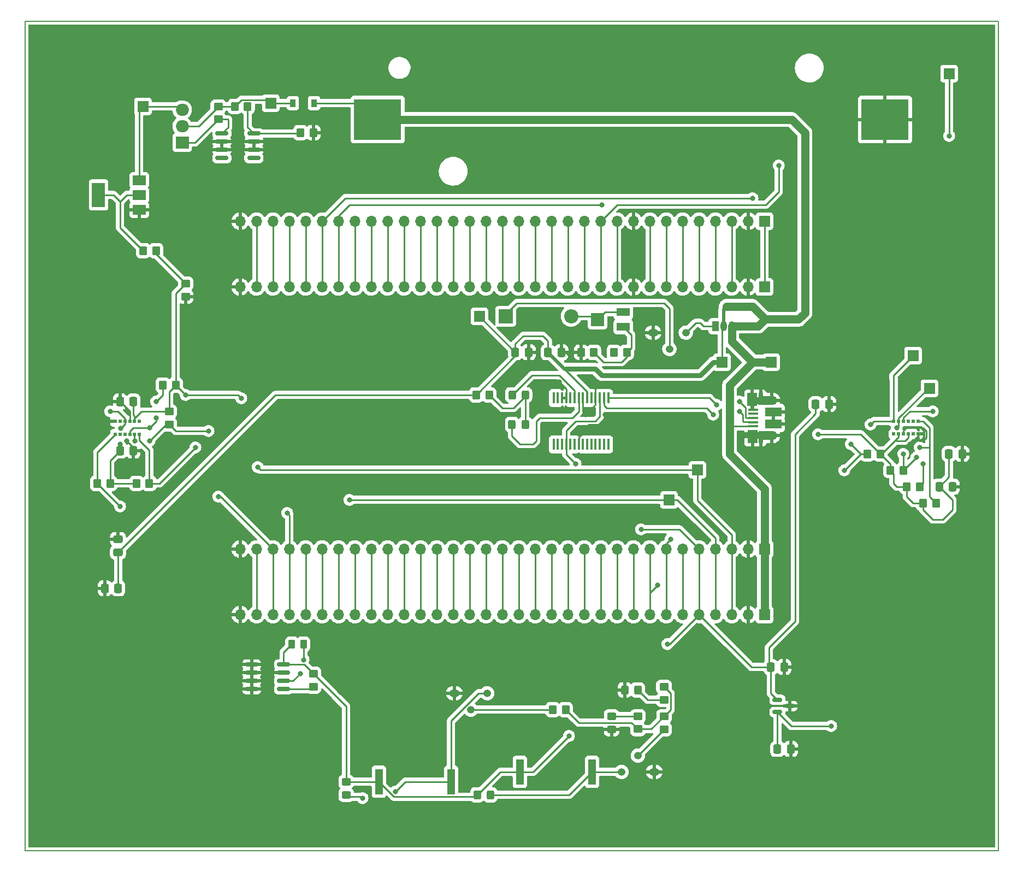
<source format=gbr>
%TF.GenerationSoftware,KiCad,Pcbnew,(6.0.2)*%
%TF.CreationDate,2022-03-20T20:15:49+02:00*%
%TF.ProjectId,main,6d61696e-2e6b-4696-9361-645f70636258,rev?*%
%TF.SameCoordinates,Original*%
%TF.FileFunction,Copper,L1,Top*%
%TF.FilePolarity,Positive*%
%FSLAX46Y46*%
G04 Gerber Fmt 4.6, Leading zero omitted, Abs format (unit mm)*
G04 Created by KiCad (PCBNEW (6.0.2)) date 2022-03-20 20:15:49*
%MOMM*%
%LPD*%
G01*
G04 APERTURE LIST*
G04 Aperture macros list*
%AMRoundRect*
0 Rectangle with rounded corners*
0 $1 Rounding radius*
0 $2 $3 $4 $5 $6 $7 $8 $9 X,Y pos of 4 corners*
0 Add a 4 corners polygon primitive as box body*
4,1,4,$2,$3,$4,$5,$6,$7,$8,$9,$2,$3,0*
0 Add four circle primitives for the rounded corners*
1,1,$1+$1,$2,$3*
1,1,$1+$1,$4,$5*
1,1,$1+$1,$6,$7*
1,1,$1+$1,$8,$9*
0 Add four rect primitives between the rounded corners*
20,1,$1+$1,$2,$3,$4,$5,0*
20,1,$1+$1,$4,$5,$6,$7,0*
20,1,$1+$1,$6,$7,$8,$9,0*
20,1,$1+$1,$8,$9,$2,$3,0*%
G04 Aperture macros list end*
%TA.AperFunction,Profile*%
%ADD10C,0.200000*%
%TD*%
%TA.AperFunction,ComponentPad*%
%ADD11R,1.700000X1.700000*%
%TD*%
%TA.AperFunction,SMDPad,CuDef*%
%ADD12RoundRect,0.250000X-0.325000X-0.450000X0.325000X-0.450000X0.325000X0.450000X-0.325000X0.450000X0*%
%TD*%
%TA.AperFunction,SMDPad,CuDef*%
%ADD13RoundRect,0.250000X0.475000X-0.337500X0.475000X0.337500X-0.475000X0.337500X-0.475000X-0.337500X0*%
%TD*%
%TA.AperFunction,SMDPad,CuDef*%
%ADD14RoundRect,0.250000X-0.337500X-0.475000X0.337500X-0.475000X0.337500X0.475000X-0.337500X0.475000X0*%
%TD*%
%TA.AperFunction,SMDPad,CuDef*%
%ADD15RoundRect,0.250000X-0.450000X0.350000X-0.450000X-0.350000X0.450000X-0.350000X0.450000X0.350000X0*%
%TD*%
%TA.AperFunction,SMDPad,CuDef*%
%ADD16RoundRect,0.150000X-0.587500X-0.150000X0.587500X-0.150000X0.587500X0.150000X-0.587500X0.150000X0*%
%TD*%
%TA.AperFunction,SMDPad,CuDef*%
%ADD17R,0.450000X1.750000*%
%TD*%
%TA.AperFunction,SMDPad,CuDef*%
%ADD18RoundRect,0.250000X-0.350000X-0.450000X0.350000X-0.450000X0.350000X0.450000X-0.350000X0.450000X0*%
%TD*%
%TA.AperFunction,SMDPad,CuDef*%
%ADD19RoundRect,0.250000X0.350000X0.450000X-0.350000X0.450000X-0.350000X-0.450000X0.350000X-0.450000X0*%
%TD*%
%TA.AperFunction,SMDPad,CuDef*%
%ADD20RoundRect,0.250000X0.450000X-0.350000X0.450000X0.350000X-0.450000X0.350000X-0.450000X-0.350000X0*%
%TD*%
%TA.AperFunction,SMDPad,CuDef*%
%ADD21R,2.000000X1.300000*%
%TD*%
%TA.AperFunction,SMDPad,CuDef*%
%ADD22R,2.000000X2.000000*%
%TD*%
%TA.AperFunction,SMDPad,CuDef*%
%ADD23R,2.000000X1.500000*%
%TD*%
%TA.AperFunction,SMDPad,CuDef*%
%ADD24R,2.000000X3.800000*%
%TD*%
%TA.AperFunction,ComponentPad*%
%ADD25O,1.050000X1.500000*%
%TD*%
%TA.AperFunction,ComponentPad*%
%ADD26R,1.050000X1.500000*%
%TD*%
%TA.AperFunction,ComponentPad*%
%ADD27O,1.700000X1.700000*%
%TD*%
%TA.AperFunction,SMDPad,CuDef*%
%ADD28RoundRect,0.250000X-0.450000X0.325000X-0.450000X-0.325000X0.450000X-0.325000X0.450000X0.325000X0*%
%TD*%
%TA.AperFunction,ComponentPad*%
%ADD29R,2.000000X1.905000*%
%TD*%
%TA.AperFunction,ComponentPad*%
%ADD30O,2.000000X1.905000*%
%TD*%
%TA.AperFunction,SMDPad,CuDef*%
%ADD31R,7.340000X6.350000*%
%TD*%
%TA.AperFunction,SMDPad,CuDef*%
%ADD32R,2.000000X1.350000*%
%TD*%
%TA.AperFunction,SMDPad,CuDef*%
%ADD33R,0.700000X1.825000*%
%TD*%
%TA.AperFunction,SMDPad,CuDef*%
%ADD34R,1.500000X2.000000*%
%TD*%
%TA.AperFunction,ComponentPad*%
%ADD35O,1.700000X1.350000*%
%TD*%
%TA.AperFunction,SMDPad,CuDef*%
%ADD36R,2.500000X1.430000*%
%TD*%
%TA.AperFunction,ComponentPad*%
%ADD37O,1.500000X1.100000*%
%TD*%
%TA.AperFunction,SMDPad,CuDef*%
%ADD38R,1.650000X0.400000*%
%TD*%
%TA.AperFunction,SMDPad,CuDef*%
%ADD39RoundRect,0.150000X-0.825000X-0.150000X0.825000X-0.150000X0.825000X0.150000X-0.825000X0.150000X0*%
%TD*%
%TA.AperFunction,SMDPad,CuDef*%
%ADD40R,0.900000X1.200000*%
%TD*%
%TA.AperFunction,SMDPad,CuDef*%
%ADD41RoundRect,0.250000X0.450000X-0.325000X0.450000X0.325000X-0.450000X0.325000X-0.450000X-0.325000X0*%
%TD*%
%TA.AperFunction,ComponentPad*%
%ADD42O,1.200000X1.200000*%
%TD*%
%TA.AperFunction,ComponentPad*%
%ADD43O,1.600000X1.200000*%
%TD*%
%TA.AperFunction,SMDPad,CuDef*%
%ADD44RoundRect,0.250000X0.337500X0.475000X-0.337500X0.475000X-0.337500X-0.475000X0.337500X-0.475000X0*%
%TD*%
%TA.AperFunction,SMDPad,CuDef*%
%ADD45R,1.200000X4.000000*%
%TD*%
%TA.AperFunction,SMDPad,CuDef*%
%ADD46R,0.550000X0.600000*%
%TD*%
%TA.AperFunction,SMDPad,CuDef*%
%ADD47RoundRect,0.250000X0.262500X0.450000X-0.262500X0.450000X-0.262500X-0.450000X0.262500X-0.450000X0*%
%TD*%
%TA.AperFunction,ComponentPad*%
%ADD48R,2.200000X2.200000*%
%TD*%
%TA.AperFunction,ComponentPad*%
%ADD49O,2.200000X2.200000*%
%TD*%
%TA.AperFunction,ViaPad*%
%ADD50C,0.800000*%
%TD*%
%TA.AperFunction,Conductor*%
%ADD51C,1.270000*%
%TD*%
%TA.AperFunction,Conductor*%
%ADD52C,0.250000*%
%TD*%
%TA.AperFunction,Conductor*%
%ADD53C,0.760000*%
%TD*%
%TA.AperFunction,Conductor*%
%ADD54C,0.540000*%
%TD*%
G04 APERTURE END LIST*
D10*
X210820000Y-15748000D02*
X59944000Y-15748000D01*
X59944000Y-15748000D02*
X59944000Y-144272000D01*
X59944000Y-144272000D02*
X210820000Y-144272000D01*
X210820000Y-144272000D02*
X210820000Y-15748000D01*
D11*
%TO.P,TP10,1,1*%
%TO.N,/PC0*%
X203200000Y-23876000D03*
%TD*%
D12*
%TO.P,D10,2,A*%
%TO.N,Net-(BZ1-Pad2)*%
X132089000Y-135636000D03*
%TO.P,D10,1,K*%
%TO.N,+3V3*%
X130039000Y-135636000D03*
%TD*%
D13*
%TO.P,C9,2*%
%TO.N,GND*%
X74352000Y-95986500D03*
%TO.P,C9,1*%
%TO.N,+5V*%
X74352000Y-98061500D03*
%TD*%
D14*
%TO.P,C7,1*%
%TO.N,GND*%
X74676000Y-74676000D03*
%TO.P,C7,2*%
%TO.N,Net-(C5-Pad1)*%
X76751000Y-74676000D03*
%TD*%
%TO.P,C1,2*%
%TO.N,GND*%
X177616000Y-115828000D03*
%TO.P,C1,1*%
%TO.N,+3V3*%
X175541000Y-115828000D03*
%TD*%
%TO.P,C3,2*%
%TO.N,GND*%
X138013500Y-67060000D03*
%TO.P,C3,1*%
%TO.N,+5V*%
X135938500Y-67060000D03*
%TD*%
D15*
%TO.P,R3,1*%
%TO.N,/Power/VoutPol*%
X89900000Y-28956000D03*
%TO.P,R3,2*%
%TO.N,Net-(Q1-Pad1)*%
X89900000Y-30956000D03*
%TD*%
D14*
%TO.P,C5,1*%
%TO.N,Net-(C5-Pad1)*%
X201654500Y-87884000D03*
%TO.P,C5,2*%
%TO.N,GND*%
X203729500Y-87884000D03*
%TD*%
D11*
%TO.P,TP3,1,1*%
%TO.N,/Power/VoutUnderCut*%
X78216000Y-28956000D03*
%TD*%
D16*
%TO.P,U2,1,Vdd*%
%TO.N,+3V3*%
X176578500Y-120908000D03*
%TO.P,U2,2,Vout*%
%TO.N,/PC0*%
X176578500Y-122808000D03*
%TO.P,U2,3,GND*%
%TO.N,GND*%
X178453500Y-121858000D03*
%TD*%
D17*
%TO.P,U8,28,OSCO*%
%TO.N,unconnected-(U8-Pad28)*%
X141895000Y-74128000D03*
%TO.P,U8,27,OSCI*%
%TO.N,unconnected-(U8-Pad27)*%
X142545000Y-74128000D03*
%TO.P,U8,26,TEST*%
%TO.N,GND*%
X143195000Y-74128000D03*
%TO.P,U8,25,AGND*%
X143845000Y-74128000D03*
%TO.P,U8,24*%
%TO.N,N/C*%
X144495000Y-74128000D03*
%TO.P,U8,23,CBUS0*%
%TO.N,Net-(D2-Pad1)*%
X145145000Y-74128000D03*
%TO.P,U8,22,CBUS1*%
%TO.N,Net-(D3-Pad1)*%
X145795000Y-74128000D03*
%TO.P,U8,21,GND*%
%TO.N,GND*%
X146445000Y-74128000D03*
%TO.P,U8,20,VCC*%
%TO.N,+5V*%
X147095000Y-74128000D03*
%TO.P,U8,19,~{RESET}*%
%TO.N,unconnected-(U8-Pad19)*%
X147745000Y-74128000D03*
%TO.P,U8,18,GND*%
%TO.N,GND*%
X148395000Y-74128000D03*
%TO.P,U8,17,3V3OUT*%
%TO.N,+3V3*%
X149045000Y-74128000D03*
%TO.P,U8,16,USBD-*%
%TO.N,/Power/USB_DN*%
X149695000Y-74128000D03*
%TO.P,U8,15,USBD+*%
%TO.N,/Power/USB_DP*%
X150345000Y-74128000D03*
%TO.P,U8,14,CBUS3*%
%TO.N,unconnected-(U8-Pad14)*%
X150345000Y-81328000D03*
%TO.P,U8,13,CBUS2*%
%TO.N,unconnected-(U8-Pad13)*%
X149695000Y-81328000D03*
%TO.P,U8,12,CBUS4*%
%TO.N,unconnected-(U8-Pad12)*%
X149045000Y-81328000D03*
%TO.P,U8,11,CTS*%
%TO.N,CTS*%
X148395000Y-81328000D03*
%TO.P,U8,10,DCD*%
%TO.N,unconnected-(U8-Pad10)*%
X147745000Y-81328000D03*
%TO.P,U8,9,DCR*%
%TO.N,unconnected-(U8-Pad9)*%
X147095000Y-81328000D03*
%TO.P,U8,8*%
%TO.N,N/C*%
X146445000Y-81328000D03*
%TO.P,U8,7,GND*%
%TO.N,GND*%
X145795000Y-81328000D03*
%TO.P,U8,6,RI*%
%TO.N,unconnected-(U8-Pad6)*%
X145145000Y-81328000D03*
%TO.P,U8,5,RXD*%
%TO.N,RX1*%
X144495000Y-81328000D03*
%TO.P,U8,4,VCCIO*%
%TO.N,+3V3*%
X143845000Y-81328000D03*
%TO.P,U8,3,RTS*%
%TO.N,unconnected-(U8-Pad3)*%
X143195000Y-81328000D03*
%TO.P,U8,2,DTR*%
%TO.N,DTR*%
X142545000Y-81328000D03*
%TO.P,U8,1,TXD*%
%TO.N,TX0*%
X141895000Y-81328000D03*
%TD*%
D18*
%TO.P,R12,1*%
%TO.N,GND*%
X146136000Y-67060000D03*
%TO.P,R12,2*%
%TO.N,Net-(R12-Pad2)*%
X148136000Y-67060000D03*
%TD*%
%TO.P,R9,1*%
%TO.N,Net-(C5-Pad1)*%
X199152000Y-90424000D03*
%TO.P,R9,2*%
%TO.N,/PB0*%
X201152000Y-90424000D03*
%TD*%
%TO.P,R10,1*%
%TO.N,Net-(C5-Pad1)*%
X77216000Y-87376000D03*
%TO.P,R10,2*%
%TO.N,/PB9*%
X79216000Y-87376000D03*
%TD*%
D11*
%TO.P,TP2,1,1*%
%TO.N,+5V*%
X130372000Y-61472000D03*
%TD*%
%TO.P,TP1,1,1*%
%TO.N,/Power/VoutPol*%
X98028000Y-28448000D03*
%TD*%
D15*
%TO.P,R22,1*%
%TO.N,Net-(C5-Pad1)*%
X84836000Y-56404000D03*
%TO.P,R22,2*%
%TO.N,GND*%
X84836000Y-58404000D03*
%TD*%
%TO.P,R16,2*%
%TO.N,Net-(Q5-Pad2)*%
X159004000Y-125460000D03*
%TO.P,R16,1*%
%TO.N,PA5*%
X159004000Y-123460000D03*
%TD*%
D19*
%TO.P,R4,1*%
%TO.N,Net-(C5-Pad1)*%
X192532000Y-82804000D03*
%TO.P,R4,2*%
%TO.N,/PB7*%
X190532000Y-82804000D03*
%TD*%
D20*
%TO.P,R15,2*%
%TO.N,PA5*%
X158988000Y-118888000D03*
%TO.P,R15,1*%
%TO.N,Net-(D9-Pad2)*%
X158988000Y-120888000D03*
%TD*%
D14*
%TO.P,C6,1*%
%TO.N,Net-(C5-Pad1)*%
X203157000Y-82804000D03*
%TO.P,C6,2*%
%TO.N,GND*%
X205232000Y-82804000D03*
%TD*%
%TO.P,C8,1*%
%TO.N,Net-(C5-Pad1)*%
X74676000Y-82296000D03*
%TO.P,C8,2*%
%TO.N,GND*%
X76751000Y-82296000D03*
%TD*%
D21*
%TO.P,RV2,1,1*%
%TO.N,Net-(D7-Pad2)*%
X152692000Y-60830000D03*
D22*
%TO.P,RV2,2,2*%
X148692000Y-61980000D03*
D21*
%TO.P,RV2,3,3*%
%TO.N,Net-(R12-Pad2)*%
X152692000Y-63130000D03*
%TD*%
D23*
%TO.P,U7,1,GND*%
%TO.N,GND*%
X77642000Y-44976000D03*
%TO.P,U7,2,VO*%
%TO.N,/Power/3.3VDD*%
X77642000Y-42676000D03*
D24*
X71342000Y-42676000D03*
D23*
%TO.P,U7,3,VI*%
%TO.N,/Power/VoutUnderCut*%
X77642000Y-40376000D03*
%TD*%
D25*
%TO.P,U4,3,VI*%
%TO.N,+5V*%
X169488000Y-62996000D03*
%TO.P,U4,2,VO*%
X168218000Y-62996000D03*
D26*
%TO.P,U4,1,ADJ*%
%TO.N,Net-(Q4-Pad3)*%
X166948000Y-62996000D03*
%TD*%
D11*
%TO.P,TP4,1,1*%
%TO.N,+5V*%
X167964000Y-68584000D03*
%TD*%
D19*
%TO.P,R17,2*%
%TO.N,Net-(Q6-Pad2)*%
X141748000Y-122428000D03*
%TO.P,R17,1*%
%TO.N,PA5*%
X143748000Y-122428000D03*
%TD*%
D11*
%TO.P,J2,1,Pin_1*%
%TO.N,+3V0*%
X174568000Y-56925000D03*
D27*
%TO.P,J2,2,Pin_2*%
%TO.N,GND*%
X172028000Y-56925000D03*
%TO.P,J2,3,Pin_3*%
%TO.N,/VBAT*%
X169488000Y-56925000D03*
%TO.P,J2,4,Pin_4*%
%TO.N,/PC13*%
X166948000Y-56925000D03*
%TO.P,J2,5,Pin_5*%
%TO.N,/PC14*%
X164408000Y-56925000D03*
%TO.P,J2,6,Pin_6*%
%TO.N,/PC15*%
X161868000Y-56925000D03*
%TO.P,J2,7,Pin_7*%
%TO.N,/PF0*%
X159328000Y-56925000D03*
%TO.P,J2,8,Pin_8*%
%TO.N,/PF1*%
X156788000Y-56925000D03*
%TO.P,J2,9,Pin_9*%
%TO.N,GND*%
X154248000Y-56925000D03*
%TO.P,J2,10,Pin_10*%
%TO.N,/NRST*%
X151708000Y-56925000D03*
%TO.P,J2,11,Pin_11*%
%TO.N,/PC0*%
X149168000Y-56925000D03*
%TO.P,J2,12,Pin_12*%
%TO.N,/PC1*%
X146628000Y-56925000D03*
%TO.P,J2,13,Pin_13*%
%TO.N,/PC2*%
X144088000Y-56925000D03*
%TO.P,J2,14,Pin_14*%
%TO.N,/PC3*%
X141548000Y-56925000D03*
%TO.P,J2,15,Pin_15*%
%TO.N,/PA0*%
X139008000Y-56925000D03*
%TO.P,J2,16,Pin_16*%
%TO.N,/PA1*%
X136468000Y-56925000D03*
%TO.P,J2,17,Pin_17*%
%TO.N,/PA2*%
X133928000Y-56925000D03*
%TO.P,J2,18,Pin_18*%
%TO.N,/PA3*%
X131388000Y-56925000D03*
%TO.P,J2,19,Pin_19*%
%TO.N,/PF4*%
X128848000Y-56925000D03*
%TO.P,J2,20,Pin_20*%
%TO.N,/PF5*%
X126308000Y-56925000D03*
%TO.P,J2,21,Pin_21*%
%TO.N,/PA4*%
X123768000Y-56925000D03*
%TO.P,J2,22,Pin_22*%
%TO.N,/PA5*%
X121228000Y-56925000D03*
%TO.P,J2,23,Pin_23*%
%TO.N,/PA6*%
X118688000Y-56925000D03*
%TO.P,J2,24,Pin_24*%
%TO.N,/PA7*%
X116148000Y-56925000D03*
%TO.P,J2,25,Pin_25*%
%TO.N,/PC4*%
X113608000Y-56925000D03*
%TO.P,J2,26,Pin_26*%
%TO.N,/PC5*%
X111068000Y-56925000D03*
%TO.P,J2,27,Pin_27*%
%TO.N,/PB0*%
X108528000Y-56925000D03*
%TO.P,J2,28,Pin_28*%
%TO.N,/PB1*%
X105988000Y-56925000D03*
%TO.P,J2,29,Pin_29*%
%TO.N,/PB2*%
X103448000Y-56925000D03*
%TO.P,J2,30,Pin_30*%
%TO.N,/PB10*%
X100908000Y-56925000D03*
%TO.P,J2,31,Pin_31*%
%TO.N,/PB11*%
X98368000Y-56925000D03*
%TO.P,J2,32,Pin_32*%
%TO.N,/PB12*%
X95828000Y-56925000D03*
%TO.P,J2,33,Pin_33*%
%TO.N,GND*%
X93288000Y-56925000D03*
%TD*%
D28*
%TO.P,D11,1,K*%
%TO.N,+3V3*%
X109728000Y-133595000D03*
%TO.P,D11,2,A*%
%TO.N,Net-(BZ2-Pad2)*%
X109728000Y-135645000D03*
%TD*%
D29*
%TO.P,Q1,1,G*%
%TO.N,Net-(Q1-Pad1)*%
X84312000Y-34544000D03*
D30*
%TO.P,Q1,2,D*%
%TO.N,/Power/VoutPol*%
X84312000Y-32004000D03*
%TO.P,Q1,3,S*%
%TO.N,/Power/VoutUnderCut*%
X84312000Y-29464000D03*
%TD*%
D31*
%TO.P,BT1,2,-*%
%TO.N,GND*%
X193254000Y-30988000D03*
%TO.P,BT1,1,+*%
%TO.N,+5V*%
X114594000Y-30988000D03*
%TD*%
D18*
%TO.P,R6,2*%
%TO.N,Net-(D2-Pad2)*%
X131896000Y-73664000D03*
%TO.P,R6,1*%
%TO.N,+5V*%
X129896000Y-73664000D03*
%TD*%
D32*
%TO.P,J5,6,Shield*%
%TO.N,GND*%
X174753000Y-74495000D03*
D33*
X174003000Y-74245000D03*
D34*
X172683000Y-74345000D03*
D35*
X175683000Y-74515000D03*
D36*
X175953000Y-76285000D03*
D34*
X172703000Y-80095000D03*
D36*
X175953000Y-78205000D03*
D37*
X172683000Y-74825000D03*
D35*
X175683000Y-79975000D03*
D33*
X174003000Y-80195000D03*
D32*
X174753000Y-79975000D03*
D37*
X172683000Y-79665000D03*
D38*
%TO.P,J5,5,GND*%
X172803000Y-75945000D03*
%TO.P,J5,4,ID*%
%TO.N,unconnected-(J5-Pad4)*%
X172803000Y-76595000D03*
%TO.P,J5,3,D+*%
%TO.N,/Power/USB_DP*%
X172803000Y-77245000D03*
%TO.P,J5,2,D-*%
%TO.N,/Power/USB_DN*%
X172803000Y-77895000D03*
%TO.P,J5,1,VBUS*%
%TO.N,+5V*%
X172803000Y-78545000D03*
%TD*%
D20*
%TO.P,R18,2*%
%TO.N,+3V3*%
X104648000Y-116856000D03*
%TO.P,R18,1*%
%TO.N,PB11*%
X104648000Y-118856000D03*
%TD*%
D39*
%TO.P,U1,1,K*%
%TO.N,Net-(Q1-Pad1)*%
X90473000Y-33147000D03*
%TO.P,U1,2,A*%
%TO.N,GND*%
X90473000Y-34417000D03*
%TO.P,U1,3,A*%
X90473000Y-35687000D03*
%TO.P,U1,4*%
%TO.N,N/C*%
X90473000Y-36957000D03*
%TO.P,U1,5*%
X95423000Y-36957000D03*
%TO.P,U1,6,A*%
%TO.N,GND*%
X95423000Y-35687000D03*
%TO.P,U1,7,A*%
X95423000Y-34417000D03*
%TO.P,U1,8,REF*%
%TO.N,Net-(R1-Pad2)*%
X95423000Y-33147000D03*
%TD*%
D40*
%TO.P,D1,2,A*%
%TO.N,+5V*%
X104758000Y-28448000D03*
%TO.P,D1,1,K*%
%TO.N,/Power/VoutPol*%
X101458000Y-28448000D03*
%TD*%
D39*
%TO.P,U5,8,VCC*%
%TO.N,+3V3*%
X100011000Y-115443000D03*
%TO.P,U5,7,WP*%
%TO.N,GND*%
X100011000Y-116713000D03*
%TO.P,U5,6,SCL*%
%TO.N,PB10*%
X100011000Y-117983000D03*
%TO.P,U5,5,SDA*%
%TO.N,PB11*%
X100011000Y-119253000D03*
%TO.P,U5,4,GND*%
%TO.N,GND*%
X95061000Y-119253000D03*
%TO.P,U5,3,A2*%
X95061000Y-117983000D03*
%TO.P,U5,2,A1*%
X95061000Y-116713000D03*
%TO.P,U5,1,A0*%
X95061000Y-115443000D03*
%TD*%
D11*
%TO.P,TP9,1,1*%
%TO.N,/PB6*%
X200152000Y-72644000D03*
%TD*%
D18*
%TO.P,R5,1*%
%TO.N,Net-(C5-Pad1)*%
X194072000Y-85344000D03*
%TO.P,R5,2*%
%TO.N,/PB6*%
X196072000Y-85344000D03*
%TD*%
D11*
%TO.P,J1,1,Pin_1*%
%TO.N,+3V0*%
X174568000Y-46740000D03*
D27*
%TO.P,J1,2,Pin_2*%
%TO.N,GND*%
X172028000Y-46740000D03*
%TO.P,J1,3,Pin_3*%
%TO.N,/VBAT*%
X169488000Y-46740000D03*
%TO.P,J1,4,Pin_4*%
%TO.N,/PC13*%
X166948000Y-46740000D03*
%TO.P,J1,5,Pin_5*%
%TO.N,/PC14*%
X164408000Y-46740000D03*
%TO.P,J1,6,Pin_6*%
%TO.N,/PC15*%
X161868000Y-46740000D03*
%TO.P,J1,7,Pin_7*%
%TO.N,/PF0*%
X159328000Y-46740000D03*
%TO.P,J1,8,Pin_8*%
%TO.N,/PF1*%
X156788000Y-46740000D03*
%TO.P,J1,9,Pin_9*%
%TO.N,GND*%
X154248000Y-46740000D03*
%TO.P,J1,10,Pin_10*%
%TO.N,/NRST*%
X151708000Y-46740000D03*
%TO.P,J1,11,Pin_11*%
%TO.N,/PC0*%
X149168000Y-46740000D03*
%TO.P,J1,12,Pin_12*%
%TO.N,/PC1*%
X146628000Y-46740000D03*
%TO.P,J1,13,Pin_13*%
%TO.N,/PC2*%
X144088000Y-46740000D03*
%TO.P,J1,14,Pin_14*%
%TO.N,/PC3*%
X141548000Y-46740000D03*
%TO.P,J1,15,Pin_15*%
%TO.N,/PA0*%
X139008000Y-46740000D03*
%TO.P,J1,16,Pin_16*%
%TO.N,/PA1*%
X136468000Y-46740000D03*
%TO.P,J1,17,Pin_17*%
%TO.N,/PA2*%
X133928000Y-46740000D03*
%TO.P,J1,18,Pin_18*%
%TO.N,/PA3*%
X131388000Y-46740000D03*
%TO.P,J1,19,Pin_19*%
%TO.N,/PF4*%
X128848000Y-46740000D03*
%TO.P,J1,20,Pin_20*%
%TO.N,/PF5*%
X126308000Y-46740000D03*
%TO.P,J1,21,Pin_21*%
%TO.N,/PA4*%
X123768000Y-46740000D03*
%TO.P,J1,22,Pin_22*%
%TO.N,/PA5*%
X121228000Y-46740000D03*
%TO.P,J1,23,Pin_23*%
%TO.N,/PA6*%
X118688000Y-46740000D03*
%TO.P,J1,24,Pin_24*%
%TO.N,/PA7*%
X116148000Y-46740000D03*
%TO.P,J1,25,Pin_25*%
%TO.N,/PC4*%
X113608000Y-46740000D03*
%TO.P,J1,26,Pin_26*%
%TO.N,/PC5*%
X111068000Y-46740000D03*
%TO.P,J1,27,Pin_27*%
%TO.N,/PB0*%
X108528000Y-46740000D03*
%TO.P,J1,28,Pin_28*%
%TO.N,/PB1*%
X105988000Y-46740000D03*
%TO.P,J1,29,Pin_29*%
%TO.N,/PB2*%
X103448000Y-46740000D03*
%TO.P,J1,30,Pin_30*%
%TO.N,/PB10*%
X100908000Y-46740000D03*
%TO.P,J1,31,Pin_31*%
%TO.N,/PB11*%
X98368000Y-46740000D03*
%TO.P,J1,32,Pin_32*%
%TO.N,/PB12*%
X95828000Y-46740000D03*
%TO.P,J1,33,Pin_33*%
%TO.N,GND*%
X93288000Y-46740000D03*
%TD*%
D41*
%TO.P,D8,2,A*%
%TO.N,Net-(D8-Pad2)*%
X150876000Y-123435000D03*
%TO.P,D8,1,K*%
%TO.N,GND*%
X150876000Y-125485000D03*
%TD*%
D42*
%TO.P,Q5,3,C*%
%TO.N,Net-(BZ1-Pad2)*%
X152400000Y-132080000D03*
%TO.P,Q5,2,B*%
%TO.N,Net-(Q5-Pad2)*%
X154940000Y-129540000D03*
D43*
%TO.P,Q5,1,E*%
%TO.N,GND*%
X157480000Y-132080000D03*
%TD*%
D18*
%TO.P,R7,1*%
%TO.N,Net-(C5-Pad1)*%
X196612000Y-87884000D03*
%TO.P,R7,2*%
%TO.N,/PB1*%
X198612000Y-87884000D03*
%TD*%
D14*
%TO.P,C4,2*%
%TO.N,GND*%
X143072000Y-67060000D03*
%TO.P,C4,1*%
%TO.N,+5V*%
X140997000Y-67060000D03*
%TD*%
D42*
%TO.P,Q6,3,C*%
%TO.N,Net-(BZ2-Pad2)*%
X131572000Y-119888000D03*
%TO.P,Q6,2,B*%
%TO.N,Net-(Q6-Pad2)*%
X129032000Y-122428000D03*
D43*
%TO.P,Q6,1,E*%
%TO.N,GND*%
X126492000Y-119888000D03*
%TD*%
D12*
%TO.P,D2,1,K*%
%TO.N,Net-(D2-Pad1)*%
X135443000Y-73664000D03*
%TO.P,D2,2,A*%
%TO.N,Net-(D2-Pad2)*%
X137493000Y-73664000D03*
%TD*%
D19*
%TO.P,R20,2*%
%TO.N,/PB14*%
X81296000Y-72136000D03*
%TO.P,R20,1*%
%TO.N,Net-(C5-Pad1)*%
X83296000Y-72136000D03*
%TD*%
D12*
%TO.P,D9,2,A*%
%TO.N,Net-(D9-Pad2)*%
X154949000Y-119380000D03*
%TO.P,D9,1,K*%
%TO.N,GND*%
X152899000Y-119380000D03*
%TD*%
D11*
%TO.P,J4,1,Pin_1*%
%TO.N,+5V*%
X174568000Y-107700000D03*
D27*
%TO.P,J4,2,Pin_2*%
%TO.N,GND*%
X172028000Y-107700000D03*
%TO.P,J4,3,Pin_3*%
%TO.N,/PB9*%
X169488000Y-107700000D03*
%TO.P,J4,4,Pin_4*%
%TO.N,/PB8*%
X166948000Y-107700000D03*
%TO.P,J4,5,Pin_5*%
%TO.N,+3V3*%
X164408000Y-107700000D03*
%TO.P,J4,6,Pin_6*%
%TO.N,/BOOT*%
X161868000Y-107700000D03*
%TO.P,J4,7,Pin_7*%
%TO.N,/PB7*%
X159328000Y-107700000D03*
%TO.P,J4,8,Pin_8*%
%TO.N,/PB6*%
X156788000Y-107700000D03*
%TO.P,J4,9,Pin_9*%
%TO.N,/PB5*%
X154248000Y-107700000D03*
%TO.P,J4,10,Pin_10*%
%TO.N,/PB4*%
X151708000Y-107700000D03*
%TO.P,J4,11,Pin_11*%
%TO.N,/PB3*%
X149168000Y-107700000D03*
%TO.P,J4,12,Pin_12*%
%TO.N,/PD2*%
X146628000Y-107700000D03*
%TO.P,J4,13,Pin_13*%
%TO.N,/PC12*%
X144088000Y-107700000D03*
%TO.P,J4,14,Pin_14*%
%TO.N,/PC11*%
X141548000Y-107700000D03*
%TO.P,J4,15,Pin_15*%
%TO.N,/PC10*%
X139008000Y-107700000D03*
%TO.P,J4,16,Pin_16*%
%TO.N,/PA15*%
X136468000Y-107700000D03*
%TO.P,J4,17,Pin_17*%
%TO.N,/PA14*%
X133928000Y-107700000D03*
%TO.P,J4,18,Pin_18*%
%TO.N,/PF7*%
X131388000Y-107700000D03*
%TO.P,J4,19,Pin_19*%
%TO.N,/PF6*%
X128848000Y-107700000D03*
%TO.P,J4,20,Pin_20*%
%TO.N,/PA13*%
X126308000Y-107700000D03*
%TO.P,J4,21,Pin_21*%
%TO.N,/PA12*%
X123768000Y-107700000D03*
%TO.P,J4,22,Pin_22*%
%TO.N,/PA11*%
X121228000Y-107700000D03*
%TO.P,J4,23,Pin_23*%
%TO.N,/PA10*%
X118688000Y-107700000D03*
%TO.P,J4,24,Pin_24*%
%TO.N,/PA9*%
X116148000Y-107700000D03*
%TO.P,J4,25,Pin_25*%
%TO.N,/PA8*%
X113608000Y-107700000D03*
%TO.P,J4,26,Pin_26*%
%TO.N,/PC9*%
X111068000Y-107700000D03*
%TO.P,J4,27,Pin_27*%
%TO.N,/PC8*%
X108528000Y-107700000D03*
%TO.P,J4,28,Pin_28*%
%TO.N,/PC7*%
X105988000Y-107700000D03*
%TO.P,J4,29,Pin_29*%
%TO.N,/PC6*%
X103448000Y-107700000D03*
%TO.P,J4,30,Pin_30*%
%TO.N,/PB15*%
X100908000Y-107700000D03*
%TO.P,J4,31,Pin_31*%
%TO.N,/PB14*%
X98368000Y-107700000D03*
%TO.P,J4,32,Pin_32*%
%TO.N,/PB13*%
X95828000Y-107700000D03*
%TO.P,J4,33,Pin_33*%
%TO.N,GND*%
X93288000Y-107700000D03*
%TD*%
D18*
%TO.P,R2,1*%
%TO.N,Net-(R1-Pad2)*%
X102632000Y-33020000D03*
%TO.P,R2,2*%
%TO.N,GND*%
X104632000Y-33020000D03*
%TD*%
D15*
%TO.P,R14,2*%
%TO.N,PA5*%
X154940000Y-125444000D03*
%TO.P,R14,1*%
%TO.N,Net-(D8-Pad2)*%
X154940000Y-123444000D03*
%TD*%
D11*
%TO.P,TP8,1,1*%
%TO.N,/PB7*%
X197612000Y-67564000D03*
%TD*%
D44*
%TO.P,C10,2*%
%TO.N,GND*%
X72298500Y-103628000D03*
%TO.P,C10,1*%
%TO.N,+5V*%
X74373500Y-103628000D03*
%TD*%
D45*
%TO.P,BZ2,2,+*%
%TO.N,Net-(BZ2-Pad2)*%
X125996000Y-133604000D03*
%TO.P,BZ2,1,-*%
%TO.N,+3V3*%
X114796000Y-133604000D03*
%TD*%
D46*
%TO.P,U6,1,GPIO1*%
%TO.N,/PB15*%
X73926000Y-79756000D03*
%TO.P,U6,2,NC*%
%TO.N,unconnected-(U6-Pad2)*%
X74676000Y-79756000D03*
%TO.P,U6,3,NC*%
%TO.N,unconnected-(U6-Pad3)*%
X75426000Y-79756000D03*
%TO.P,U6,4,GPIO0*%
%TO.N,/PB14*%
X76176000Y-79756000D03*
%TO.P,U6,5,SCL*%
%TO.N,/PB8*%
X76926000Y-79756000D03*
%TO.P,U6,6,SDA*%
%TO.N,/PB9*%
X77676000Y-79756000D03*
%TO.P,U6,7,NC*%
%TO.N,unconnected-(U6-Pad7)*%
X77676000Y-77756000D03*
%TO.P,U6,8,AVDD_VCSEL*%
%TO.N,Net-(C5-Pad1)*%
X76926000Y-77756000D03*
%TO.P,U6,9,AVSS_VCSEL*%
%TO.N,GND*%
X76176000Y-77756000D03*
%TO.P,U6,10,AVDD*%
%TO.N,Net-(C5-Pad1)*%
X75426000Y-77756000D03*
%TO.P,U6,11,NC*%
%TO.N,unconnected-(U6-Pad11)*%
X74676000Y-77756000D03*
%TO.P,U6,12,GND*%
%TO.N,GND*%
X73926000Y-77756000D03*
%TD*%
D11*
%TO.P,TP6,1,1*%
%TO.N,+5V*%
X175584000Y-68584000D03*
%TD*%
D46*
%TO.P,U3,1,GPIO1*%
%TO.N,/PB0*%
X198362000Y-77724000D03*
%TO.P,U3,2,NC*%
%TO.N,unconnected-(U3-Pad2)*%
X197612000Y-77724000D03*
%TO.P,U3,3,NC*%
%TO.N,unconnected-(U3-Pad3)*%
X196862000Y-77724000D03*
%TO.P,U3,4,GPIO0*%
%TO.N,/PB1*%
X196112000Y-77724000D03*
%TO.P,U3,5,SCL*%
%TO.N,/PB6*%
X195362000Y-77724000D03*
%TO.P,U3,6,SDA*%
%TO.N,/PB7*%
X194612000Y-77724000D03*
%TO.P,U3,7,NC*%
%TO.N,unconnected-(U3-Pad7)*%
X194612000Y-79724000D03*
%TO.P,U3,8,AVDD_VCSEL*%
%TO.N,Net-(C5-Pad1)*%
X195362000Y-79724000D03*
%TO.P,U3,9,AVSS_VCSEL*%
%TO.N,GND*%
X196112000Y-79724000D03*
%TO.P,U3,10,AVDD*%
%TO.N,Net-(C5-Pad1)*%
X196862000Y-79724000D03*
%TO.P,U3,11,NC*%
%TO.N,unconnected-(U3-Pad11)*%
X197612000Y-79724000D03*
%TO.P,U3,12,GND*%
%TO.N,GND*%
X198362000Y-79724000D03*
%TD*%
D45*
%TO.P,BZ1,2,+*%
%TO.N,Net-(BZ1-Pad2)*%
X147840000Y-132080000D03*
%TO.P,BZ1,1,-*%
%TO.N,+3V3*%
X136640000Y-132080000D03*
%TD*%
D11*
%TO.P,J3,1,Pin_1*%
%TO.N,+5V*%
X174568000Y-97540000D03*
D27*
%TO.P,J3,2,Pin_2*%
%TO.N,GND*%
X172028000Y-97540000D03*
%TO.P,J3,3,Pin_3*%
%TO.N,/PB9*%
X169488000Y-97540000D03*
%TO.P,J3,4,Pin_4*%
%TO.N,/PB8*%
X166948000Y-97540000D03*
%TO.P,J3,5,Pin_5*%
%TO.N,+3V3*%
X164408000Y-97540000D03*
%TO.P,J3,6,Pin_6*%
%TO.N,/BOOT*%
X161868000Y-97540000D03*
%TO.P,J3,7,Pin_7*%
%TO.N,/PB7*%
X159328000Y-97540000D03*
%TO.P,J3,8,Pin_8*%
%TO.N,/PB6*%
X156788000Y-97540000D03*
%TO.P,J3,9,Pin_9*%
%TO.N,/PB5*%
X154248000Y-97540000D03*
%TO.P,J3,10,Pin_10*%
%TO.N,/PB4*%
X151708000Y-97540000D03*
%TO.P,J3,11,Pin_11*%
%TO.N,/PB3*%
X149168000Y-97540000D03*
%TO.P,J3,12,Pin_12*%
%TO.N,/PD2*%
X146628000Y-97540000D03*
%TO.P,J3,13,Pin_13*%
%TO.N,/PC12*%
X144088000Y-97540000D03*
%TO.P,J3,14,Pin_14*%
%TO.N,/PC11*%
X141548000Y-97540000D03*
%TO.P,J3,15,Pin_15*%
%TO.N,/PC10*%
X139008000Y-97540000D03*
%TO.P,J3,16,Pin_16*%
%TO.N,/PA15*%
X136468000Y-97540000D03*
%TO.P,J3,17,Pin_17*%
%TO.N,/PA14*%
X133928000Y-97540000D03*
%TO.P,J3,18,Pin_18*%
%TO.N,/PF7*%
X131388000Y-97540000D03*
%TO.P,J3,19,Pin_19*%
%TO.N,/PF6*%
X128848000Y-97540000D03*
%TO.P,J3,20,Pin_20*%
%TO.N,/PA13*%
X126308000Y-97540000D03*
%TO.P,J3,21,Pin_21*%
%TO.N,/PA12*%
X123768000Y-97540000D03*
%TO.P,J3,22,Pin_22*%
%TO.N,/PA11*%
X121228000Y-97540000D03*
%TO.P,J3,23,Pin_23*%
%TO.N,/PA10*%
X118688000Y-97540000D03*
%TO.P,J3,24,Pin_24*%
%TO.N,/PA9*%
X116148000Y-97540000D03*
%TO.P,J3,25,Pin_25*%
%TO.N,/PA8*%
X113608000Y-97540000D03*
%TO.P,J3,26,Pin_26*%
%TO.N,/PC9*%
X111068000Y-97540000D03*
%TO.P,J3,27,Pin_27*%
%TO.N,/PC8*%
X108528000Y-97540000D03*
%TO.P,J3,28,Pin_28*%
%TO.N,/PC7*%
X105988000Y-97540000D03*
%TO.P,J3,29,Pin_29*%
%TO.N,/PC6*%
X103448000Y-97540000D03*
%TO.P,J3,30,Pin_30*%
%TO.N,/PB15*%
X100908000Y-97540000D03*
%TO.P,J3,31,Pin_31*%
%TO.N,/PB14*%
X98368000Y-97540000D03*
%TO.P,J3,32,Pin_32*%
%TO.N,/PB13*%
X95828000Y-97540000D03*
%TO.P,J3,33,Pin_33*%
%TO.N,GND*%
X93288000Y-97540000D03*
%TD*%
D15*
%TO.P,R11,1*%
%TO.N,Net-(C5-Pad1)*%
X82296000Y-76216000D03*
%TO.P,R11,2*%
%TO.N,/PB8*%
X82296000Y-78216000D03*
%TD*%
D43*
%TO.P,Q4,1,E*%
%TO.N,GND*%
X157296000Y-64012000D03*
D42*
%TO.P,Q4,2,B*%
%TO.N,Net-(D7-Pad1)*%
X159836000Y-66552000D03*
%TO.P,Q4,3,C*%
%TO.N,Net-(Q4-Pad3)*%
X162376000Y-64012000D03*
%TD*%
D18*
%TO.P,R1,1*%
%TO.N,/Power/VoutPol*%
X92456000Y-28956000D03*
%TO.P,R1,2*%
%TO.N,Net-(R1-Pad2)*%
X94456000Y-28956000D03*
%TD*%
%TO.P,R8,2*%
%TO.N,Net-(C5-Pad1)*%
X80264000Y-51308000D03*
%TO.P,R8,1*%
%TO.N,/Power/3.3VDD*%
X78264000Y-51308000D03*
%TD*%
D11*
%TO.P,TP7,1,1*%
%TO.N,/PB8*%
X159758000Y-89920000D03*
%TD*%
D18*
%TO.P,R13,1*%
%TO.N,/Power/VoutBat*%
X151232000Y-67060000D03*
%TO.P,R13,2*%
%TO.N,Net-(R12-Pad2)*%
X153232000Y-67060000D03*
%TD*%
D14*
%TO.P,C11,1*%
%TO.N,+3V3*%
X182499500Y-75094000D03*
%TO.P,C11,2*%
%TO.N,GND*%
X184574500Y-75094000D03*
%TD*%
D47*
%TO.P,R19,2*%
%TO.N,+3V3*%
X101299000Y-112268000D03*
%TO.P,R19,1*%
%TO.N,PB10*%
X103124000Y-112268000D03*
%TD*%
D19*
%TO.P,R21,2*%
%TO.N,/PB15*%
X71136000Y-87376000D03*
%TO.P,R21,1*%
%TO.N,Net-(C5-Pad1)*%
X73136000Y-87376000D03*
%TD*%
D48*
%TO.P,D7,1,K*%
%TO.N,Net-(D7-Pad1)*%
X134436000Y-61472000D03*
D49*
%TO.P,D7,2,A*%
%TO.N,Net-(D7-Pad2)*%
X144596000Y-61472000D03*
%TD*%
D12*
%TO.P,D3,1,K*%
%TO.N,Net-(D3-Pad1)*%
X135434000Y-78236000D03*
%TO.P,D3,2,A*%
%TO.N,Net-(D2-Pad2)*%
X137484000Y-78236000D03*
%TD*%
D14*
%TO.P,C2,1*%
%TO.N,/PC0*%
X176578500Y-128528000D03*
%TO.P,C2,2*%
%TO.N,GND*%
X178653500Y-128528000D03*
%TD*%
D11*
%TO.P,TP11,1,1*%
%TO.N,/PB9*%
X164158000Y-85270000D03*
%TD*%
D50*
%TO.N,/PC0*%
X203200000Y-33528000D03*
%TO.N,GND*%
X139192000Y-65532000D03*
X142748000Y-64516000D03*
X144780000Y-68072000D03*
X189992000Y-86868000D03*
X197104000Y-81280000D03*
X72136000Y-77724000D03*
X75692000Y-80772000D03*
%TO.N,/Power/USB_DN*%
X170688000Y-76200000D03*
X166624000Y-76708000D03*
%TO.N,/Power/USB_DP*%
X170688000Y-74676000D03*
X167132000Y-75184000D03*
%TO.N,/PB0*%
X198628000Y-81788000D03*
X149352000Y-44196000D03*
%TO.N,/PC0*%
X184912000Y-124968000D03*
X176784000Y-38100000D03*
%TO.N,/PB1*%
X172720000Y-43180000D03*
%TO.N,GND*%
X147828000Y-71120000D03*
X142743701Y-71632299D03*
X146812000Y-76708000D03*
X149860000Y-76708000D03*
%TO.N,/PB6*%
X198120000Y-83312000D03*
X157988000Y-103124000D03*
%TO.N,/PB7*%
X160020000Y-96012000D03*
X186944000Y-85344000D03*
%TO.N,+3V3*%
X145288000Y-84328000D03*
X155448000Y-94488000D03*
%TO.N,/PB1*%
X200660000Y-76200000D03*
X199136000Y-84328000D03*
%TO.N,/PB6*%
X195072000Y-78744000D03*
X196088000Y-82804000D03*
%TO.N,/PB7*%
X191008000Y-78232000D03*
X187960000Y-81280000D03*
%TO.N,Net-(C5-Pad1)*%
X182880000Y-79756000D03*
X93472000Y-74168000D03*
X84836000Y-73660000D03*
X73152000Y-76200000D03*
%TO.N,/PB9*%
X86360000Y-81788000D03*
X96012000Y-84836000D03*
%TO.N,/PB8*%
X110236000Y-89916000D03*
X88392000Y-79248000D03*
%TO.N,/PB14*%
X80264000Y-77216000D03*
X89916000Y-89408000D03*
%TO.N,/PB8*%
X79248000Y-80772000D03*
X76955412Y-80799192D03*
%TO.N,/PB14*%
X79248000Y-78740000D03*
X80264000Y-74676000D03*
%TO.N,/PB15*%
X74676000Y-90932000D03*
X100584000Y-91948000D03*
%TO.N,Net-(C5-Pad1)*%
X74676000Y-81280000D03*
X74750158Y-78856498D03*
%TO.N,+3V3*%
X159512000Y-112268000D03*
X144272000Y-126492000D03*
%TO.N,Net-(BZ2-Pad2)*%
X117348000Y-135128000D03*
X112268000Y-136144000D03*
%TO.N,PB10*%
X103124000Y-114718500D03*
X102616000Y-116840000D03*
%TD*%
D51*
%TO.N,+5V*%
X173622960Y-62996000D02*
X174697480Y-61921480D01*
X169488000Y-62996000D02*
X173622960Y-62996000D01*
D52*
%TO.N,/PC0*%
X203200000Y-23876000D02*
X203200000Y-33528000D01*
%TO.N,GND*%
X143072000Y-64840000D02*
X142748000Y-64516000D01*
X143072000Y-67060000D02*
X143072000Y-64840000D01*
X143768000Y-67060000D02*
X144780000Y-68072000D01*
X143072000Y-67060000D02*
X143768000Y-67060000D01*
X148395000Y-75125000D02*
X148395000Y-74128000D01*
X146812000Y-75692000D02*
X147828000Y-75692000D01*
X146445000Y-76059000D02*
X146812000Y-75692000D01*
X146445000Y-76059000D02*
X146445000Y-74128000D01*
X147828000Y-75692000D02*
X148395000Y-75125000D01*
X146445000Y-76341000D02*
X146445000Y-76059000D01*
X143072000Y-67060000D02*
X146136000Y-67060000D01*
X198362000Y-80506000D02*
X198362000Y-79724000D01*
X198628000Y-80772000D02*
X198362000Y-80506000D01*
X199644000Y-79248000D02*
X199644000Y-80264000D01*
X199644000Y-80264000D02*
X199136000Y-80772000D01*
X199136000Y-78740000D02*
X199644000Y-79248000D01*
X199136000Y-80772000D02*
X198628000Y-80772000D01*
X196546000Y-78740000D02*
X199136000Y-78740000D01*
X196112000Y-79174000D02*
X196546000Y-78740000D01*
X196112000Y-79724000D02*
X196112000Y-79174000D01*
%TO.N,/PB6*%
X195362000Y-78454000D02*
X195072000Y-78744000D01*
X195362000Y-77724000D02*
X195362000Y-78454000D01*
%TO.N,Net-(C5-Pad1)*%
X195072000Y-80772000D02*
X194930011Y-80630011D01*
X196862000Y-79724000D02*
X196862000Y-80274000D01*
X196364000Y-80772000D02*
X195072000Y-80772000D01*
X194930011Y-80630011D02*
X195362000Y-80198022D01*
X196862000Y-80274000D02*
X196364000Y-80772000D01*
X192756022Y-82804000D02*
X194930011Y-80630011D01*
%TO.N,GND*%
X198362000Y-80022000D02*
X197104000Y-81280000D01*
X198362000Y-79724000D02*
X198362000Y-80022000D01*
X76751000Y-82296000D02*
X76751000Y-81831000D01*
X76751000Y-81831000D02*
X75692000Y-80772000D01*
X76176000Y-76176000D02*
X74676000Y-74676000D01*
X76176000Y-77756000D02*
X76176000Y-76176000D01*
%TO.N,Net-(C5-Pad1)*%
X73152000Y-76200000D02*
X74344022Y-76200000D01*
X74344022Y-76200000D02*
X75426000Y-77281978D01*
X75426000Y-77281978D02*
X75426000Y-77756000D01*
%TO.N,Net-(R12-Pad2)*%
X149656000Y-68580000D02*
X148136000Y-67060000D01*
X152400000Y-68580000D02*
X149656000Y-68580000D01*
X153232000Y-67748000D02*
X152400000Y-68580000D01*
X153232000Y-67060000D02*
X153232000Y-67748000D01*
X153924000Y-64362000D02*
X152692000Y-63130000D01*
X153924000Y-66368000D02*
X153924000Y-64362000D01*
X153232000Y-67060000D02*
X153924000Y-66368000D01*
%TO.N,+5V*%
X140997000Y-65305000D02*
X140997000Y-67060000D01*
X140208000Y-64516000D02*
X140997000Y-65305000D01*
X135938500Y-65737500D02*
X137160000Y-64516000D01*
X137160000Y-64516000D02*
X140208000Y-64516000D01*
X135938500Y-67060000D02*
X135938500Y-65737500D01*
%TO.N,Net-(Q1-Pad1)*%
X91440000Y-32180000D02*
X90473000Y-33147000D01*
X91440000Y-30988000D02*
X91440000Y-32180000D01*
X91408000Y-30956000D02*
X91440000Y-30988000D01*
X89900000Y-30956000D02*
X91408000Y-30956000D01*
%TO.N,Net-(C5-Pad1)*%
X197612000Y-90424000D02*
X199152000Y-90424000D01*
X196612000Y-87884000D02*
X196612000Y-89424000D01*
X196612000Y-89424000D02*
X197612000Y-90424000D01*
X194564000Y-87376000D02*
X195072000Y-87884000D01*
X195072000Y-87884000D02*
X196612000Y-87884000D01*
X194564000Y-85836000D02*
X194564000Y-87376000D01*
X194072000Y-85344000D02*
X194564000Y-85836000D01*
X194072000Y-84344000D02*
X194072000Y-85344000D01*
X192532000Y-82804000D02*
X194072000Y-84344000D01*
%TO.N,Net-(D9-Pad2)*%
X158972000Y-120904000D02*
X158988000Y-120888000D01*
X156464000Y-120904000D02*
X158972000Y-120904000D01*
X154949000Y-119389000D02*
X156464000Y-120904000D01*
X154949000Y-119380000D02*
X154949000Y-119389000D01*
%TO.N,+5V*%
X130372000Y-61493500D02*
X135938500Y-67060000D01*
X130372000Y-61472000D02*
X130372000Y-61493500D01*
%TO.N,Net-(D7-Pad1)*%
X134436000Y-61144000D02*
X134436000Y-61472000D01*
X136144000Y-59436000D02*
X134436000Y-61144000D01*
X159004000Y-59436000D02*
X136144000Y-59436000D01*
X159836000Y-60268000D02*
X159004000Y-59436000D01*
X159836000Y-66552000D02*
X159836000Y-60268000D01*
D53*
%TO.N,+5V*%
X148336000Y-69596000D02*
X143764000Y-69596000D01*
D54*
X140997000Y-67060000D02*
X143648500Y-69711500D01*
D53*
X149352000Y-70612000D02*
X148336000Y-69596000D01*
X164592000Y-70612000D02*
X149352000Y-70612000D01*
X166620000Y-68584000D02*
X164592000Y-70612000D01*
X167964000Y-68584000D02*
X166620000Y-68584000D01*
D52*
X143648500Y-69711500D02*
X147095000Y-73158000D01*
%TO.N,+3V3*%
X175260000Y-115547000D02*
X175541000Y-115828000D01*
X175260000Y-112776000D02*
X175260000Y-115547000D01*
X179324000Y-108712000D02*
X175260000Y-112776000D01*
X179324000Y-79756000D02*
X179324000Y-108712000D01*
X182499500Y-76580500D02*
X179324000Y-79756000D01*
X182499500Y-75094000D02*
X182499500Y-76580500D01*
%TO.N,/Power/USB_DN*%
X171317480Y-77845480D02*
X172803000Y-77845480D01*
X171196000Y-76708000D02*
X171196000Y-77724000D01*
X170688000Y-76200000D02*
X171196000Y-76708000D01*
X165608000Y-75692000D02*
X166624000Y-76708000D01*
X153924000Y-75692000D02*
X165608000Y-75692000D01*
X150134000Y-75692000D02*
X153924000Y-75692000D01*
X149695000Y-75253000D02*
X150134000Y-75692000D01*
X171196000Y-77724000D02*
X171317480Y-77845480D01*
X149695000Y-74128000D02*
X149695000Y-75253000D01*
%TO.N,/Power/USB_DP*%
X170688000Y-74676000D02*
X171653489Y-75641489D01*
X171778978Y-77245000D02*
X172803000Y-77245000D01*
X171653489Y-75641489D02*
X171653489Y-77119511D01*
X171653489Y-77119511D02*
X171778978Y-77245000D01*
X166624000Y-74676000D02*
X167132000Y-75184000D01*
X166076000Y-74128000D02*
X166624000Y-74676000D01*
X150345000Y-74128000D02*
X166076000Y-74128000D01*
%TO.N,/PB0*%
X198628000Y-81788000D02*
X200152000Y-81788000D01*
X200152000Y-81788000D02*
X200152000Y-78740000D01*
X200152000Y-89408000D02*
X200152000Y-81788000D01*
X110236000Y-44196000D02*
X149352000Y-44196000D01*
X108528000Y-45904000D02*
X109220000Y-45212000D01*
X109220000Y-45212000D02*
X110236000Y-44196000D01*
X108528000Y-46740000D02*
X108528000Y-45904000D01*
%TO.N,/PC0*%
X178738500Y-124968000D02*
X176578500Y-122808000D01*
X184912000Y-124968000D02*
X178738500Y-124968000D01*
X176784000Y-42164000D02*
X176784000Y-38100000D01*
X151712000Y-44196000D02*
X174752000Y-44196000D01*
X174752000Y-44196000D02*
X176784000Y-42164000D01*
X149168000Y-46740000D02*
X151712000Y-44196000D01*
%TO.N,Net-(D7-Pad2)*%
X149842000Y-60830000D02*
X148692000Y-61980000D01*
X152692000Y-60830000D02*
X149842000Y-60830000D01*
X148184000Y-61472000D02*
X148692000Y-61980000D01*
X144596000Y-61472000D02*
X148184000Y-61472000D01*
%TO.N,/PB1*%
X112268000Y-43180000D02*
X172720000Y-43180000D01*
X109548000Y-43180000D02*
X112268000Y-43180000D01*
X105988000Y-46740000D02*
X109548000Y-43180000D01*
%TO.N,GND*%
X148395000Y-71687000D02*
X148395000Y-74128000D01*
X147828000Y-71120000D02*
X148395000Y-71687000D01*
X142748000Y-71628000D02*
X142743701Y-71632299D01*
X143845000Y-72725000D02*
X142748000Y-71628000D01*
X143845000Y-74128000D02*
X143845000Y-72725000D01*
%TO.N,Net-(D2-Pad1)*%
X145145000Y-73009000D02*
X145145000Y-74128000D01*
X138495000Y-70612000D02*
X142748000Y-70612000D01*
X142748000Y-70612000D02*
X145145000Y-73009000D01*
X135443000Y-73664000D02*
X138495000Y-70612000D01*
%TO.N,Net-(D2-Pad2)*%
X137493000Y-73835000D02*
X137493000Y-73664000D01*
X135636000Y-75692000D02*
X137493000Y-73835000D01*
X133924000Y-75692000D02*
X135636000Y-75692000D01*
X131896000Y-73664000D02*
X133924000Y-75692000D01*
%TO.N,GND*%
X146812000Y-76708000D02*
X146445000Y-76341000D01*
X150368000Y-78232000D02*
X150368000Y-77216000D01*
X147320000Y-78232000D02*
X150368000Y-78232000D01*
X146304000Y-79694000D02*
X146304000Y-79248000D01*
X150368000Y-77216000D02*
X149860000Y-76708000D01*
X145795000Y-80203000D02*
X146304000Y-79694000D01*
X146304000Y-79248000D02*
X147320000Y-78232000D01*
X145795000Y-81328000D02*
X145795000Y-80203000D01*
%TO.N,+3V3*%
X149045000Y-77015000D02*
X149045000Y-74128000D01*
X148336000Y-77724000D02*
X149045000Y-77015000D01*
X143845000Y-79167000D02*
X145288000Y-77724000D01*
X145288000Y-77724000D02*
X148336000Y-77724000D01*
X143845000Y-81328000D02*
X143845000Y-79167000D01*
%TO.N,Net-(D3-Pad1)*%
X145795000Y-75691000D02*
X145795000Y-74128000D01*
X145796000Y-75692000D02*
X145795000Y-75691000D01*
X145796000Y-76200000D02*
X145796000Y-75692000D01*
X144780000Y-77216000D02*
X145796000Y-76200000D01*
X139700000Y-77216000D02*
X144780000Y-77216000D01*
X139192000Y-77724000D02*
X139700000Y-77216000D01*
X139192000Y-80772000D02*
X139192000Y-77724000D01*
X138684000Y-81280000D02*
X139192000Y-80772000D01*
X136652000Y-81280000D02*
X138684000Y-81280000D01*
X135434000Y-80062000D02*
X136652000Y-81280000D01*
X135434000Y-78236000D02*
X135434000Y-80062000D01*
%TO.N,/PB6*%
X198120000Y-83312000D02*
X196088000Y-85344000D01*
X196088000Y-85344000D02*
X196072000Y-85344000D01*
X156788000Y-104324000D02*
X157988000Y-103124000D01*
X156788000Y-107700000D02*
X156788000Y-104324000D01*
%TO.N,/PB7*%
X189484000Y-82804000D02*
X190532000Y-82804000D01*
X186944000Y-85344000D02*
X189484000Y-82804000D01*
X159328000Y-96704000D02*
X160020000Y-96012000D01*
X159328000Y-97540000D02*
X159328000Y-96704000D01*
D51*
%TO.N,+5V*%
X114594000Y-30988000D02*
X178816000Y-30988000D01*
X178816000Y-30988000D02*
X180848000Y-33020000D01*
X180848000Y-33020000D02*
X180848000Y-60960000D01*
D52*
%TO.N,/PB1*%
X105988000Y-56925000D02*
X105988000Y-46740000D01*
D54*
%TO.N,+5V*%
X168218000Y-60382000D02*
X168218000Y-62996000D01*
D52*
X168656000Y-59944000D02*
X168218000Y-60382000D01*
D51*
X172720000Y-59944000D02*
X168656000Y-59944000D01*
X174697480Y-61921480D02*
X172720000Y-59944000D01*
X179886520Y-61921480D02*
X174697480Y-61921480D01*
X180848000Y-60960000D02*
X179886520Y-61921480D01*
D52*
%TO.N,/Power/3.3VDD*%
X73664000Y-42676000D02*
X74676000Y-43688000D01*
X71342000Y-42676000D02*
X73664000Y-42676000D01*
X75688000Y-42676000D02*
X77642000Y-42676000D01*
X78232000Y-51308000D02*
X74676000Y-47752000D01*
X74676000Y-47752000D02*
X74676000Y-43688000D01*
X74676000Y-43688000D02*
X75688000Y-42676000D01*
X78264000Y-51308000D02*
X78232000Y-51308000D01*
%TO.N,Net-(Q4-Pad3)*%
X165104000Y-62996000D02*
X166948000Y-62996000D01*
X163904000Y-62484000D02*
X164592000Y-62484000D01*
X164592000Y-62484000D02*
X165104000Y-62996000D01*
X162376000Y-64012000D02*
X163904000Y-62484000D01*
%TO.N,+5V*%
X167964000Y-63250000D02*
X168218000Y-62996000D01*
X167964000Y-68584000D02*
X167964000Y-63250000D01*
D51*
X169488000Y-65348000D02*
X169488000Y-62996000D01*
X172724000Y-68584000D02*
X169488000Y-65348000D01*
X172724000Y-68584000D02*
X175584000Y-68584000D01*
D52*
X172716000Y-68584000D02*
X172724000Y-68584000D01*
D51*
X169164000Y-72136000D02*
X172716000Y-68584000D01*
X169164000Y-78740000D02*
X169164000Y-72136000D01*
D52*
X169359000Y-78545000D02*
X172803000Y-78545000D01*
X169164000Y-78740000D02*
X169359000Y-78545000D01*
D51*
X169164000Y-82804000D02*
X169164000Y-78740000D01*
X174568000Y-88208000D02*
X169164000Y-82804000D01*
X174568000Y-97540000D02*
X174568000Y-88208000D01*
D52*
%TO.N,/PB9*%
X164158000Y-89990000D02*
X164158000Y-85270000D01*
X169488000Y-95320000D02*
X164158000Y-89990000D01*
X169488000Y-97540000D02*
X169488000Y-95320000D01*
%TO.N,/PB8*%
X161040000Y-89920000D02*
X159758000Y-89920000D01*
X166948000Y-95828000D02*
X161040000Y-89920000D01*
X166948000Y-97540000D02*
X166948000Y-95828000D01*
%TO.N,+3V3*%
X143845000Y-82885000D02*
X143845000Y-81328000D01*
X145288000Y-84328000D02*
X143845000Y-82885000D01*
X161356000Y-94488000D02*
X155448000Y-94488000D01*
X164408000Y-97540000D02*
X161356000Y-94488000D01*
%TO.N,/PB1*%
X199136000Y-87360000D02*
X198612000Y-87884000D01*
X199136000Y-84328000D02*
X199136000Y-87360000D01*
X197086000Y-76200000D02*
X200660000Y-76200000D01*
X196112000Y-77174000D02*
X197086000Y-76200000D01*
X196112000Y-77724000D02*
X196112000Y-77174000D01*
%TO.N,/PB0*%
X199136000Y-77724000D02*
X198362000Y-77724000D01*
X200152000Y-78740000D02*
X199136000Y-77724000D01*
X201152000Y-90408000D02*
X200152000Y-89408000D01*
X201152000Y-90424000D02*
X201152000Y-90408000D01*
%TO.N,Net-(C5-Pad1)*%
X203708000Y-91440000D02*
X203708000Y-89937500D01*
X202184000Y-92964000D02*
X203708000Y-91440000D01*
X200660000Y-92964000D02*
X202184000Y-92964000D01*
X199152000Y-91456000D02*
X200660000Y-92964000D01*
X203708000Y-89937500D02*
X201654500Y-87884000D01*
X199152000Y-90424000D02*
X199152000Y-91456000D01*
X199152000Y-90424000D02*
X199152000Y-90386500D01*
X203157000Y-86381500D02*
X201654500Y-87884000D01*
X203157000Y-82804000D02*
X203157000Y-86381500D01*
%TO.N,/PB6*%
X196072000Y-82820000D02*
X196088000Y-82804000D01*
X196072000Y-85344000D02*
X196072000Y-82820000D01*
%TO.N,Net-(C5-Pad1)*%
X195362000Y-80198022D02*
X195362000Y-79724000D01*
X192532000Y-82804000D02*
X192756022Y-82804000D01*
%TO.N,/PB7*%
X187960000Y-81280000D02*
X189484000Y-82804000D01*
X191516000Y-77724000D02*
X191008000Y-78232000D01*
X194612000Y-77724000D02*
X191516000Y-77724000D01*
X194612000Y-71168000D02*
X194612000Y-77724000D01*
X194564000Y-71120000D02*
X194612000Y-71168000D01*
X194564000Y-70612000D02*
X194564000Y-71120000D01*
X197612000Y-67564000D02*
X194564000Y-70612000D01*
%TO.N,/PB6*%
X195362000Y-77249978D02*
X195362000Y-77724000D01*
X199967978Y-72644000D02*
X195362000Y-77249978D01*
X200152000Y-72644000D02*
X199967978Y-72644000D01*
D51*
%TO.N,+5V*%
X174568000Y-97540000D02*
X174568000Y-107700000D01*
D52*
%TO.N,/PB9*%
X169488000Y-97540000D02*
X169488000Y-107700000D01*
%TO.N,/PB8*%
X166948000Y-97540000D02*
X166948000Y-107700000D01*
%TO.N,+3V3*%
X164408000Y-97540000D02*
X164408000Y-107700000D01*
%TO.N,/BOOT*%
X161868000Y-97540000D02*
X161868000Y-107700000D01*
%TO.N,/PB7*%
X159328000Y-97540000D02*
X159328000Y-107700000D01*
%TO.N,/PB6*%
X156788000Y-97540000D02*
X156788000Y-107700000D01*
%TO.N,/PB5*%
X154248000Y-97540000D02*
X154248000Y-107700000D01*
%TO.N,/PB4*%
X151708000Y-97540000D02*
X151708000Y-107700000D01*
%TO.N,/PB3*%
X149168000Y-97540000D02*
X149168000Y-107700000D01*
%TO.N,/PD2*%
X146628000Y-97540000D02*
X146628000Y-107700000D01*
%TO.N,/PC12*%
X144088000Y-97540000D02*
X144088000Y-107700000D01*
%TO.N,/PC11*%
X141548000Y-97540000D02*
X141548000Y-107700000D01*
%TO.N,/PC10*%
X139008000Y-97540000D02*
X139008000Y-107700000D01*
%TO.N,/PA15*%
X136468000Y-97540000D02*
X136468000Y-107700000D01*
%TO.N,/PA14*%
X133928000Y-97540000D02*
X133928000Y-107700000D01*
%TO.N,/PF7*%
X131388000Y-97540000D02*
X131388000Y-107700000D01*
%TO.N,/PF6*%
X128848000Y-97540000D02*
X128848000Y-107700000D01*
%TO.N,/PA13*%
X126308000Y-97540000D02*
X126308000Y-107700000D01*
%TO.N,/PA12*%
X123768000Y-97540000D02*
X123768000Y-107700000D01*
%TO.N,/PA11*%
X121228000Y-97540000D02*
X121228000Y-107700000D01*
%TO.N,/PA10*%
X118688000Y-97540000D02*
X118688000Y-107700000D01*
%TO.N,/PA9*%
X116148000Y-97540000D02*
X116148000Y-107700000D01*
%TO.N,/PA8*%
X113608000Y-97540000D02*
X113608000Y-107700000D01*
%TO.N,/PC9*%
X111068000Y-97540000D02*
X111068000Y-107700000D01*
%TO.N,/PC8*%
X108528000Y-97540000D02*
X108528000Y-107700000D01*
%TO.N,/PC7*%
X105988000Y-97540000D02*
X105988000Y-107700000D01*
%TO.N,/PC6*%
X103448000Y-97540000D02*
X103448000Y-107700000D01*
%TO.N,/PB15*%
X100908000Y-97540000D02*
X100908000Y-107700000D01*
%TO.N,/PB14*%
X98368000Y-97540000D02*
X98368000Y-107700000D01*
%TO.N,/PB13*%
X95828000Y-97540000D02*
X95828000Y-107700000D01*
%TO.N,+3V0*%
X174568000Y-46740000D02*
X174568000Y-56925000D01*
%TO.N,/VBAT*%
X169488000Y-46740000D02*
X169488000Y-56925000D01*
%TO.N,/PC13*%
X166948000Y-46740000D02*
X166948000Y-56925000D01*
%TO.N,/PC14*%
X164408000Y-46740000D02*
X164408000Y-56925000D01*
%TO.N,/PC15*%
X161868000Y-46740000D02*
X161868000Y-56925000D01*
%TO.N,/PF0*%
X159328000Y-46740000D02*
X159328000Y-56925000D01*
%TO.N,/PF1*%
X156788000Y-46740000D02*
X156788000Y-56925000D01*
%TO.N,/NRST*%
X151708000Y-46740000D02*
X151708000Y-56925000D01*
%TO.N,/PC0*%
X149168000Y-46740000D02*
X149168000Y-56925000D01*
%TO.N,/PC1*%
X146628000Y-46740000D02*
X146628000Y-56925000D01*
%TO.N,/PC2*%
X144088000Y-46740000D02*
X144088000Y-56925000D01*
%TO.N,/PC3*%
X141548000Y-46740000D02*
X141548000Y-56925000D01*
%TO.N,/PA0*%
X139008000Y-46740000D02*
X139008000Y-56925000D01*
%TO.N,/PA1*%
X136468000Y-46740000D02*
X136468000Y-56925000D01*
%TO.N,/PA2*%
X133928000Y-46740000D02*
X133928000Y-56925000D01*
%TO.N,/PA3*%
X131388000Y-46740000D02*
X131388000Y-56925000D01*
%TO.N,/PF4*%
X128848000Y-46740000D02*
X128848000Y-56925000D01*
%TO.N,/PF5*%
X126308000Y-46740000D02*
X126308000Y-56925000D01*
%TO.N,/PA4*%
X123768000Y-46740000D02*
X123768000Y-56925000D01*
%TO.N,/PA5*%
X121228000Y-46740000D02*
X121228000Y-56925000D01*
%TO.N,/PA6*%
X118688000Y-46740000D02*
X118688000Y-56925000D01*
%TO.N,/PA7*%
X116148000Y-46740000D02*
X116148000Y-56925000D01*
%TO.N,/PC4*%
X113608000Y-46740000D02*
X113608000Y-56925000D01*
%TO.N,/PC5*%
X111068000Y-46740000D02*
X111068000Y-56925000D01*
%TO.N,/PB0*%
X108528000Y-46740000D02*
X108528000Y-56925000D01*
%TO.N,/PB2*%
X103448000Y-46740000D02*
X103448000Y-56925000D01*
%TO.N,/PB10*%
X100908000Y-46740000D02*
X100908000Y-56925000D01*
%TO.N,/PB11*%
X98368000Y-46740000D02*
X98368000Y-56925000D01*
%TO.N,/PB12*%
X95828000Y-46740000D02*
X95828000Y-56925000D01*
%TO.N,+5V*%
X112054000Y-28448000D02*
X114594000Y-30988000D01*
X104758000Y-28448000D02*
X112054000Y-28448000D01*
%TO.N,/Power/VoutPol*%
X98028000Y-28448000D02*
X101458000Y-28448000D01*
X97511480Y-27931480D02*
X98028000Y-28448000D01*
X93480520Y-27931480D02*
X97511480Y-27931480D01*
X92456000Y-28956000D02*
X93480520Y-27931480D01*
X89900000Y-28956000D02*
X92456000Y-28956000D01*
%TO.N,Net-(R1-Pad2)*%
X94456000Y-32180000D02*
X95423000Y-33147000D01*
X94456000Y-28956000D02*
X94456000Y-32180000D01*
X95423000Y-33147000D02*
X102505000Y-33147000D01*
X102505000Y-33147000D02*
X102632000Y-33020000D01*
%TO.N,Net-(Q1-Pad1)*%
X86312000Y-34544000D02*
X89900000Y-30956000D01*
X84312000Y-34544000D02*
X86312000Y-34544000D01*
%TO.N,/Power/VoutPol*%
X86852000Y-32004000D02*
X89900000Y-28956000D01*
X84312000Y-32004000D02*
X86852000Y-32004000D01*
%TO.N,/Power/VoutUnderCut*%
X83804000Y-28956000D02*
X84312000Y-29464000D01*
X78216000Y-28956000D02*
X83804000Y-28956000D01*
X77642000Y-29530000D02*
X78216000Y-28956000D01*
X77642000Y-40376000D02*
X77642000Y-29530000D01*
%TO.N,Net-(C5-Pad1)*%
X189484000Y-79756000D02*
X192532000Y-82804000D01*
X182880000Y-79756000D02*
X189484000Y-79756000D01*
X92964000Y-73660000D02*
X93472000Y-74168000D01*
X84836000Y-73660000D02*
X92964000Y-73660000D01*
X83312000Y-72136000D02*
X84836000Y-73660000D01*
X83296000Y-72136000D02*
X83312000Y-72136000D01*
X83296000Y-57944000D02*
X84836000Y-56404000D01*
X83296000Y-72136000D02*
X83296000Y-57944000D01*
X80264000Y-51832000D02*
X84836000Y-56404000D01*
X80264000Y-51308000D02*
X80264000Y-51832000D01*
%TO.N,Net-(D2-Pad2)*%
X137493000Y-78227000D02*
X137484000Y-78236000D01*
X137493000Y-73664000D02*
X137493000Y-78227000D01*
%TO.N,+5V*%
X147095000Y-73158000D02*
X147095000Y-74128000D01*
X135938500Y-67621500D02*
X135938500Y-67060000D01*
X129896000Y-73664000D02*
X135938500Y-67621500D01*
%TO.N,/PB9*%
X86360000Y-81788000D02*
X80772000Y-87376000D01*
X96446000Y-85270000D02*
X96012000Y-84836000D01*
X80772000Y-87376000D02*
X79216000Y-87376000D01*
X164158000Y-85270000D02*
X96446000Y-85270000D01*
%TO.N,/PB8*%
X110236000Y-89916000D02*
X110240000Y-89920000D01*
X83328000Y-79248000D02*
X88392000Y-79248000D01*
X110240000Y-89920000D02*
X159758000Y-89920000D01*
X82296000Y-78216000D02*
X83328000Y-79248000D01*
%TO.N,/PB14*%
X80264000Y-77216000D02*
X80264000Y-77724000D01*
X90236000Y-89408000D02*
X89916000Y-89408000D01*
X80264000Y-77724000D02*
X79248000Y-78740000D01*
X98368000Y-97540000D02*
X90236000Y-89408000D01*
%TO.N,/PB8*%
X79248000Y-80772000D02*
X81804000Y-78216000D01*
X81804000Y-78216000D02*
X82296000Y-78216000D01*
X76926000Y-80769780D02*
X76955412Y-80799192D01*
X76926000Y-79756000D02*
X76926000Y-80769780D01*
%TO.N,/PB14*%
X76176000Y-79281978D02*
X76176000Y-79756000D01*
X76717978Y-78740000D02*
X76176000Y-79281978D01*
X81296000Y-72136000D02*
X81296000Y-73644000D01*
X79248000Y-78740000D02*
X76717978Y-78740000D01*
X81296000Y-73644000D02*
X80264000Y-74676000D01*
%TO.N,Net-(C5-Pad1)*%
X82296000Y-76216000D02*
X77991978Y-76216000D01*
X77991978Y-76216000D02*
X76926000Y-77281978D01*
X76926000Y-77281978D02*
X76926000Y-77756000D01*
X82296000Y-73136000D02*
X83296000Y-72136000D01*
X82296000Y-76216000D02*
X82296000Y-73136000D01*
X76751000Y-76751000D02*
X76926000Y-76926000D01*
X76751000Y-74676000D02*
X76751000Y-76751000D01*
X76926000Y-76926000D02*
X76926000Y-77756000D01*
%TO.N,/PB15*%
X100908000Y-92272000D02*
X100908000Y-97540000D01*
X100584000Y-91948000D02*
X100908000Y-92272000D01*
X72160520Y-88416520D02*
X74676000Y-90932000D01*
X72160520Y-88400520D02*
X72160520Y-88416520D01*
X71136000Y-87376000D02*
X72160520Y-88400520D01*
%TO.N,/PB9*%
X77676000Y-80724000D02*
X77676000Y-79756000D01*
X79216000Y-82264000D02*
X77676000Y-80724000D01*
X79216000Y-87376000D02*
X79216000Y-82264000D01*
%TO.N,Net-(C5-Pad1)*%
X74750158Y-78856498D02*
X75426000Y-78180656D01*
X75426000Y-78180656D02*
X75426000Y-77756000D01*
X74676000Y-82296000D02*
X74676000Y-81280000D01*
X73136000Y-83836000D02*
X74676000Y-82296000D01*
X73136000Y-87376000D02*
X73136000Y-83836000D01*
%TO.N,/PB15*%
X71136000Y-82546000D02*
X73926000Y-79756000D01*
X71136000Y-87376000D02*
X71136000Y-82546000D01*
%TO.N,Net-(C5-Pad1)*%
X73136000Y-87376000D02*
X77216000Y-87376000D01*
%TO.N,+5V*%
X129896000Y-73664000D02*
X98749500Y-73664000D01*
X98749500Y-73664000D02*
X74352000Y-98061500D01*
X74373500Y-98083000D02*
X74352000Y-98061500D01*
X74373500Y-103628000D02*
X74373500Y-98083000D01*
%TO.N,+3V3*%
X109728000Y-121936000D02*
X104648000Y-116856000D01*
X109728000Y-133595000D02*
X109728000Y-121936000D01*
%TO.N,PB11*%
X104251000Y-119253000D02*
X104648000Y-118856000D01*
X100011000Y-119253000D02*
X104251000Y-119253000D01*
%TO.N,+3V3*%
X172536000Y-115828000D02*
X175541000Y-115828000D01*
X164408000Y-107700000D02*
X172536000Y-115828000D01*
X159840000Y-112268000D02*
X164408000Y-107700000D01*
X159512000Y-112268000D02*
X159840000Y-112268000D01*
X138684000Y-132080000D02*
X144272000Y-126492000D01*
X136640000Y-132080000D02*
X138684000Y-132080000D01*
%TO.N,Net-(BZ2-Pad2)*%
X118872000Y-133604000D02*
X125996000Y-133604000D01*
X117348000Y-135128000D02*
X118872000Y-133604000D01*
X112052511Y-135928511D02*
X112268000Y-136144000D01*
X110011511Y-135928511D02*
X112052511Y-135928511D01*
X109728000Y-135645000D02*
X110011511Y-135928511D01*
%TO.N,+3V3*%
X129746489Y-135928511D02*
X130039000Y-135636000D01*
X117120511Y-135928511D02*
X129746489Y-135928511D01*
X114796000Y-133604000D02*
X117120511Y-135928511D01*
X109737000Y-133604000D02*
X114796000Y-133604000D01*
X109728000Y-133595000D02*
X109737000Y-133604000D01*
%TO.N,PB10*%
X102616000Y-116840000D02*
X101473000Y-117983000D01*
X101473000Y-117983000D02*
X100011000Y-117983000D01*
X103124000Y-112268000D02*
X103124000Y-114718500D01*
%TO.N,Net-(BZ1-Pad2)*%
X147840000Y-132080000D02*
X152400000Y-132080000D01*
X144284000Y-135636000D02*
X147840000Y-132080000D01*
X132089000Y-135636000D02*
X144284000Y-135636000D01*
%TO.N,+3V3*%
X100011000Y-115443000D02*
X103235000Y-115443000D01*
X103235000Y-115443000D02*
X104648000Y-116856000D01*
X100011000Y-113556000D02*
X101299000Y-112268000D01*
X100011000Y-115443000D02*
X100011000Y-113556000D01*
X133595000Y-132080000D02*
X136640000Y-132080000D01*
X130039000Y-135636000D02*
X133595000Y-132080000D01*
%TO.N,Net-(BZ2-Pad2)*%
X130264543Y-119888000D02*
X131572000Y-119888000D01*
X125996000Y-133604000D02*
X125996000Y-124156543D01*
X125996000Y-124156543D02*
X130264543Y-119888000D01*
%TO.N,Net-(Q6-Pad2)*%
X129032000Y-122428000D02*
X141748000Y-122428000D01*
%TO.N,PA5*%
X145780000Y-124460000D02*
X153956000Y-124460000D01*
X143748000Y-122428000D02*
X145780000Y-124460000D01*
X153956000Y-124460000D02*
X154940000Y-125444000D01*
%TO.N,Net-(D8-Pad2)*%
X154931000Y-123435000D02*
X154940000Y-123444000D01*
X150876000Y-123435000D02*
X154931000Y-123435000D01*
%TO.N,Net-(Q5-Pad2)*%
X159004000Y-125476000D02*
X154940000Y-129540000D01*
X159004000Y-125460000D02*
X159004000Y-125476000D01*
%TO.N,PA5*%
X157020000Y-125444000D02*
X154940000Y-125444000D01*
X159004000Y-123460000D02*
X157020000Y-125444000D01*
X160012520Y-122451480D02*
X159004000Y-123460000D01*
X160012520Y-119912520D02*
X160012520Y-122451480D01*
X158988000Y-118888000D02*
X160012520Y-119912520D01*
%TO.N,/PC0*%
X176578500Y-128528000D02*
X176578500Y-122808000D01*
%TO.N,+3V3*%
X175541000Y-115828000D02*
X175541000Y-119870500D01*
X175541000Y-119870500D02*
X176578500Y-120908000D01*
%TD*%
%TA.AperFunction,Conductor*%
%TO.N,GND*%
G36*
X210254121Y-16276002D02*
G01*
X210300614Y-16329658D01*
X210312000Y-16382000D01*
X210312000Y-143638000D01*
X210291998Y-143706121D01*
X210238342Y-143752614D01*
X210186000Y-143764000D01*
X60578000Y-143764000D01*
X60509879Y-143743998D01*
X60463386Y-143690342D01*
X60452000Y-143638000D01*
X60452000Y-119518871D01*
X93584456Y-119518871D01*
X93625107Y-119658790D01*
X93631352Y-119673221D01*
X93707911Y-119802678D01*
X93717551Y-119815104D01*
X93823896Y-119921449D01*
X93836322Y-119931089D01*
X93965779Y-120007648D01*
X93980210Y-120013893D01*
X94126065Y-120056269D01*
X94138667Y-120058570D01*
X94167084Y-120060807D01*
X94172014Y-120061000D01*
X94788885Y-120061000D01*
X94804124Y-120056525D01*
X94805329Y-120055135D01*
X94807000Y-120047452D01*
X94807000Y-120042884D01*
X95315000Y-120042884D01*
X95319475Y-120058123D01*
X95320865Y-120059328D01*
X95328548Y-120060999D01*
X95949984Y-120060999D01*
X95954920Y-120060805D01*
X95983336Y-120058570D01*
X95995931Y-120056270D01*
X96141790Y-120013893D01*
X96156221Y-120007648D01*
X96285678Y-119931089D01*
X96298104Y-119921449D01*
X96404449Y-119815104D01*
X96414089Y-119802678D01*
X96490648Y-119673221D01*
X96496893Y-119658790D01*
X96535939Y-119524395D01*
X96535899Y-119510294D01*
X96528630Y-119507000D01*
X95333115Y-119507000D01*
X95317876Y-119511475D01*
X95316671Y-119512865D01*
X95315000Y-119520548D01*
X95315000Y-120042884D01*
X94807000Y-120042884D01*
X94807000Y-119525115D01*
X94802525Y-119509876D01*
X94801135Y-119508671D01*
X94793452Y-119507000D01*
X93599122Y-119507000D01*
X93585591Y-119510973D01*
X93584456Y-119518871D01*
X60452000Y-119518871D01*
X60452000Y-119469502D01*
X98527500Y-119469502D01*
X98527693Y-119471950D01*
X98527693Y-119471958D01*
X98529476Y-119494606D01*
X98530438Y-119506831D01*
X98544432Y-119554998D01*
X98574626Y-119658927D01*
X98576855Y-119666601D01*
X98587430Y-119684483D01*
X98657509Y-119802980D01*
X98657511Y-119802983D01*
X98661547Y-119809807D01*
X98779193Y-119927453D01*
X98786017Y-119931489D01*
X98786020Y-119931491D01*
X98855551Y-119972611D01*
X98922399Y-120012145D01*
X98930010Y-120014356D01*
X98930012Y-120014357D01*
X98981437Y-120029297D01*
X99082169Y-120058562D01*
X99088574Y-120059066D01*
X99088579Y-120059067D01*
X99117042Y-120061307D01*
X99117050Y-120061307D01*
X99119498Y-120061500D01*
X100902502Y-120061500D01*
X100904950Y-120061307D01*
X100904958Y-120061307D01*
X100933421Y-120059067D01*
X100933426Y-120059066D01*
X100939831Y-120058562D01*
X101040563Y-120029297D01*
X101091988Y-120014357D01*
X101091990Y-120014356D01*
X101099601Y-120012145D01*
X101166449Y-119972611D01*
X101235980Y-119931491D01*
X101235983Y-119931489D01*
X101242807Y-119927453D01*
X101248416Y-119921844D01*
X101254675Y-119916989D01*
X101255844Y-119918496D01*
X101309167Y-119889379D01*
X101335950Y-119886500D01*
X103824426Y-119886500D01*
X103874386Y-119897575D01*
X103875262Y-119898115D01*
X103882210Y-119900419D01*
X103882213Y-119900421D01*
X104036611Y-119951632D01*
X104036613Y-119951632D01*
X104043139Y-119953797D01*
X104049975Y-119954497D01*
X104049978Y-119954498D01*
X104093031Y-119958909D01*
X104147600Y-119964500D01*
X105148400Y-119964500D01*
X105151646Y-119964163D01*
X105151650Y-119964163D01*
X105247308Y-119954238D01*
X105247312Y-119954237D01*
X105254166Y-119953526D01*
X105260702Y-119951345D01*
X105260704Y-119951345D01*
X105412879Y-119900575D01*
X105421946Y-119897550D01*
X105572348Y-119804478D01*
X105697305Y-119679303D01*
X105705174Y-119666537D01*
X105786275Y-119534968D01*
X105786276Y-119534966D01*
X105790115Y-119528738D01*
X105816564Y-119448995D01*
X105843632Y-119367389D01*
X105843632Y-119367387D01*
X105845797Y-119360861D01*
X105848641Y-119333110D01*
X105856172Y-119259601D01*
X105856500Y-119256400D01*
X105856735Y-119256424D01*
X105879720Y-119190753D01*
X105935679Y-119147060D01*
X106006377Y-119140557D01*
X106071197Y-119175101D01*
X107566843Y-120670748D01*
X109057595Y-122161500D01*
X109091621Y-122223812D01*
X109094500Y-122250595D01*
X109094500Y-132440803D01*
X109074498Y-132508924D01*
X109020842Y-132555417D01*
X109008377Y-132560326D01*
X108960998Y-132576133D01*
X108960996Y-132576134D01*
X108954054Y-132578450D01*
X108803652Y-132671522D01*
X108798479Y-132676704D01*
X108759549Y-132715702D01*
X108678695Y-132796697D01*
X108674855Y-132802927D01*
X108674854Y-132802928D01*
X108632970Y-132870877D01*
X108585885Y-132947262D01*
X108567795Y-133001801D01*
X108533545Y-133105064D01*
X108530203Y-133115139D01*
X108529503Y-133121975D01*
X108529502Y-133121978D01*
X108527652Y-133140038D01*
X108519500Y-133219600D01*
X108519500Y-133970400D01*
X108530474Y-134076166D01*
X108586450Y-134243946D01*
X108679522Y-134394348D01*
X108804697Y-134519305D01*
X108808916Y-134521906D01*
X108849417Y-134579030D01*
X108852649Y-134649953D01*
X108817024Y-134711365D01*
X108809470Y-134717922D01*
X108803652Y-134721522D01*
X108678695Y-134846697D01*
X108674855Y-134852927D01*
X108674854Y-134852928D01*
X108594986Y-134982498D01*
X108585885Y-134997262D01*
X108583581Y-135004209D01*
X108534322Y-135152722D01*
X108530203Y-135165139D01*
X108519500Y-135269600D01*
X108519500Y-136020400D01*
X108519837Y-136023646D01*
X108519837Y-136023650D01*
X108529018Y-136112131D01*
X108530474Y-136126166D01*
X108532655Y-136132702D01*
X108532655Y-136132704D01*
X108566567Y-136234351D01*
X108586450Y-136293946D01*
X108679522Y-136444348D01*
X108804697Y-136569305D01*
X108810927Y-136573145D01*
X108810928Y-136573146D01*
X108948090Y-136657694D01*
X108955262Y-136662115D01*
X109009588Y-136680134D01*
X109116611Y-136715632D01*
X109116613Y-136715632D01*
X109123139Y-136717797D01*
X109129975Y-136718497D01*
X109129978Y-136718498D01*
X109173031Y-136722909D01*
X109227600Y-136728500D01*
X110228400Y-136728500D01*
X110231646Y-136728163D01*
X110231650Y-136728163D01*
X110327308Y-136718238D01*
X110327312Y-136718237D01*
X110334166Y-136717526D01*
X110340702Y-136715345D01*
X110340704Y-136715345D01*
X110472806Y-136671272D01*
X110501946Y-136661550D01*
X110632327Y-136580867D01*
X110698631Y-136562011D01*
X111387548Y-136562011D01*
X111455669Y-136582013D01*
X111496667Y-136625011D01*
X111528960Y-136680944D01*
X111533378Y-136685851D01*
X111533379Y-136685852D01*
X111652325Y-136817955D01*
X111656747Y-136822866D01*
X111811248Y-136935118D01*
X111817276Y-136937802D01*
X111817278Y-136937803D01*
X111979681Y-137010109D01*
X111985712Y-137012794D01*
X112079112Y-137032647D01*
X112166056Y-137051128D01*
X112166061Y-137051128D01*
X112172513Y-137052500D01*
X112363487Y-137052500D01*
X112369939Y-137051128D01*
X112369944Y-137051128D01*
X112456888Y-137032647D01*
X112550288Y-137012794D01*
X112556319Y-137010109D01*
X112718722Y-136937803D01*
X112718724Y-136937802D01*
X112724752Y-136935118D01*
X112879253Y-136822866D01*
X112883675Y-136817955D01*
X113002621Y-136685852D01*
X113002622Y-136685851D01*
X113007040Y-136680944D01*
X113082054Y-136551016D01*
X113099223Y-136521279D01*
X113099224Y-136521278D01*
X113102527Y-136515556D01*
X113161542Y-136333928D01*
X113165090Y-136300176D01*
X113180814Y-136150565D01*
X113181504Y-136144000D01*
X113178193Y-136112500D01*
X113162232Y-135960635D01*
X113162232Y-135960633D01*
X113161542Y-135954072D01*
X113102527Y-135772444D01*
X113007040Y-135607056D01*
X112879253Y-135465134D01*
X112724752Y-135352882D01*
X112718724Y-135350198D01*
X112718722Y-135350197D01*
X112556319Y-135277891D01*
X112556318Y-135277891D01*
X112550288Y-135275206D01*
X112456888Y-135255353D01*
X112369944Y-135236872D01*
X112369939Y-135236872D01*
X112363487Y-135235500D01*
X112172513Y-135235500D01*
X112166061Y-135236872D01*
X112166056Y-135236872D01*
X112079112Y-135255353D01*
X111985712Y-135275206D01*
X111979685Y-135277889D01*
X111979677Y-135277892D01*
X111965694Y-135284118D01*
X111914446Y-135295011D01*
X111052739Y-135295011D01*
X110984618Y-135275009D01*
X110938125Y-135221353D01*
X110927412Y-135182012D01*
X110926238Y-135170693D01*
X110926237Y-135170690D01*
X110925526Y-135163834D01*
X110922865Y-135155856D01*
X110871868Y-135003002D01*
X110869550Y-134996054D01*
X110776478Y-134845652D01*
X110651303Y-134720695D01*
X110647084Y-134718094D01*
X110606583Y-134660970D01*
X110603351Y-134590047D01*
X110638976Y-134528635D01*
X110646530Y-134522078D01*
X110652348Y-134518478D01*
X110777305Y-134393303D01*
X110801629Y-134353842D01*
X110836431Y-134297384D01*
X110889204Y-134249890D01*
X110943691Y-134237500D01*
X113561500Y-134237500D01*
X113629621Y-134257502D01*
X113676114Y-134311158D01*
X113687500Y-134363500D01*
X113687500Y-135652134D01*
X113694255Y-135714316D01*
X113745385Y-135850705D01*
X113832739Y-135967261D01*
X113949295Y-136054615D01*
X114085684Y-136105745D01*
X114147866Y-136112500D01*
X115444134Y-136112500D01*
X115506316Y-136105745D01*
X115642705Y-136054615D01*
X115759261Y-135967261D01*
X115846615Y-135850705D01*
X115859769Y-135815617D01*
X115902410Y-135758852D01*
X115968971Y-135734152D01*
X116038320Y-135749359D01*
X116066846Y-135770751D01*
X116616859Y-136320764D01*
X116624399Y-136329050D01*
X116628511Y-136335529D01*
X116634288Y-136340954D01*
X116678162Y-136382154D01*
X116681004Y-136384909D01*
X116700741Y-136404646D01*
X116703938Y-136407126D01*
X116712958Y-136414829D01*
X116745190Y-136445097D01*
X116752136Y-136448916D01*
X116752139Y-136448918D01*
X116762945Y-136454859D01*
X116779464Y-136465710D01*
X116795470Y-136478125D01*
X116802739Y-136481270D01*
X116802743Y-136481273D01*
X116836048Y-136495685D01*
X116846698Y-136500902D01*
X116885451Y-136522206D01*
X116893126Y-136524177D01*
X116893127Y-136524177D01*
X116905073Y-136527244D01*
X116923778Y-136533648D01*
X116942366Y-136541692D01*
X116950189Y-136542931D01*
X116950199Y-136542934D01*
X116986035Y-136548610D01*
X116997655Y-136551016D01*
X117032800Y-136560039D01*
X117040481Y-136562011D01*
X117060735Y-136562011D01*
X117080445Y-136563562D01*
X117100454Y-136566731D01*
X117108346Y-136565985D01*
X117144472Y-136562570D01*
X117156330Y-136562011D01*
X129065061Y-136562011D01*
X129133182Y-136582013D01*
X129154079Y-136598838D01*
X129240697Y-136685305D01*
X129246927Y-136689145D01*
X129246928Y-136689146D01*
X129384090Y-136773694D01*
X129391262Y-136778115D01*
X129471005Y-136804564D01*
X129552611Y-136831632D01*
X129552613Y-136831632D01*
X129559139Y-136833797D01*
X129565975Y-136834497D01*
X129565978Y-136834498D01*
X129609031Y-136838909D01*
X129663600Y-136844500D01*
X130414400Y-136844500D01*
X130417646Y-136844163D01*
X130417650Y-136844163D01*
X130513308Y-136834238D01*
X130513312Y-136834237D01*
X130520166Y-136833526D01*
X130526702Y-136831345D01*
X130526704Y-136831345D01*
X130658806Y-136787272D01*
X130687946Y-136777550D01*
X130838348Y-136684478D01*
X130963305Y-136559303D01*
X130965906Y-136555084D01*
X131023030Y-136514583D01*
X131093953Y-136511351D01*
X131155365Y-136546976D01*
X131161922Y-136554530D01*
X131165522Y-136560348D01*
X131290697Y-136685305D01*
X131296927Y-136689145D01*
X131296928Y-136689146D01*
X131434090Y-136773694D01*
X131441262Y-136778115D01*
X131521005Y-136804564D01*
X131602611Y-136831632D01*
X131602613Y-136831632D01*
X131609139Y-136833797D01*
X131615975Y-136834497D01*
X131615978Y-136834498D01*
X131659031Y-136838909D01*
X131713600Y-136844500D01*
X132464400Y-136844500D01*
X132467646Y-136844163D01*
X132467650Y-136844163D01*
X132563308Y-136834238D01*
X132563312Y-136834237D01*
X132570166Y-136833526D01*
X132576702Y-136831345D01*
X132576704Y-136831345D01*
X132708806Y-136787272D01*
X132737946Y-136777550D01*
X132888348Y-136684478D01*
X133013305Y-136559303D01*
X133029119Y-136533648D01*
X133102275Y-136414968D01*
X133102276Y-136414966D01*
X133106115Y-136408738D01*
X133123663Y-136355832D01*
X133164094Y-136297473D01*
X133229658Y-136270236D01*
X133243256Y-136269500D01*
X144205233Y-136269500D01*
X144216416Y-136270027D01*
X144223909Y-136271702D01*
X144231835Y-136271453D01*
X144231836Y-136271453D01*
X144291986Y-136269562D01*
X144295945Y-136269500D01*
X144323856Y-136269500D01*
X144327791Y-136269003D01*
X144327856Y-136268995D01*
X144339693Y-136268062D01*
X144371951Y-136267048D01*
X144375970Y-136266922D01*
X144383889Y-136266673D01*
X144403343Y-136261021D01*
X144422700Y-136257013D01*
X144434930Y-136255468D01*
X144434931Y-136255468D01*
X144442797Y-136254474D01*
X144450168Y-136251555D01*
X144450170Y-136251555D01*
X144483912Y-136238196D01*
X144495142Y-136234351D01*
X144529983Y-136224229D01*
X144529984Y-136224229D01*
X144537593Y-136222018D01*
X144544412Y-136217985D01*
X144544417Y-136217983D01*
X144555028Y-136211707D01*
X144572776Y-136203012D01*
X144591617Y-136195552D01*
X144627387Y-136169564D01*
X144637307Y-136163048D01*
X144668535Y-136144580D01*
X144668538Y-136144578D01*
X144675362Y-136140542D01*
X144689683Y-136126221D01*
X144704717Y-136113380D01*
X144706436Y-136112131D01*
X144721107Y-136101472D01*
X144749298Y-136067395D01*
X144757288Y-136058616D01*
X146569154Y-134246750D01*
X146631466Y-134212724D01*
X146702281Y-134217789D01*
X146759117Y-134260336D01*
X146776229Y-134291612D01*
X146789385Y-134326705D01*
X146876739Y-134443261D01*
X146993295Y-134530615D01*
X147129684Y-134581745D01*
X147191866Y-134588500D01*
X148488134Y-134588500D01*
X148550316Y-134581745D01*
X148686705Y-134530615D01*
X148803261Y-134443261D01*
X148890615Y-134326705D01*
X148941745Y-134190316D01*
X148948500Y-134128134D01*
X148948500Y-132839500D01*
X148968502Y-132771379D01*
X149022158Y-132724886D01*
X149074500Y-132713500D01*
X151424986Y-132713500D01*
X151493107Y-132733502D01*
X151527882Y-132766779D01*
X151550145Y-132798280D01*
X151553479Y-132802997D01*
X151590950Y-132839500D01*
X151695176Y-132941032D01*
X151699410Y-132945157D01*
X151704206Y-132948362D01*
X151704209Y-132948364D01*
X151842264Y-133040609D01*
X151868803Y-133058342D01*
X151874106Y-133060620D01*
X151874109Y-133060622D01*
X151990664Y-133110698D01*
X152055987Y-133138763D01*
X152098378Y-133148355D01*
X152249055Y-133182450D01*
X152249060Y-133182451D01*
X152254692Y-133183725D01*
X152260463Y-133183952D01*
X152260465Y-133183952D01*
X152323470Y-133186427D01*
X152458263Y-133191723D01*
X152659883Y-133162490D01*
X152665347Y-133160635D01*
X152665352Y-133160634D01*
X152847327Y-133098862D01*
X152847332Y-133098860D01*
X152852799Y-133097004D01*
X152900274Y-133070417D01*
X152959954Y-133036994D01*
X153030551Y-132997458D01*
X153187186Y-132867186D01*
X153317458Y-132710551D01*
X153385765Y-132588580D01*
X153414180Y-132537842D01*
X153414181Y-132537840D01*
X153417004Y-132532799D01*
X153418860Y-132527332D01*
X153418862Y-132527327D01*
X153479939Y-132347399D01*
X156204712Y-132347399D01*
X156226194Y-132436537D01*
X156230083Y-132447832D01*
X156312629Y-132629382D01*
X156318576Y-132639724D01*
X156433968Y-132802397D01*
X156441758Y-132811422D01*
X156585831Y-132949342D01*
X156595196Y-132956738D01*
X156762741Y-133064921D01*
X156773345Y-133070417D01*
X156958312Y-133144961D01*
X156969770Y-133148355D01*
X157166928Y-133186857D01*
X157175791Y-133187934D01*
X157178500Y-133188000D01*
X157207885Y-133188000D01*
X157223124Y-133183525D01*
X157224329Y-133182135D01*
X157226000Y-133174452D01*
X157226000Y-133169773D01*
X157734000Y-133169773D01*
X157738251Y-133184250D01*
X157750512Y-133186313D01*
X157884494Y-133173529D01*
X157896228Y-133171270D01*
X158087599Y-133115128D01*
X158098675Y-133110698D01*
X158275978Y-133019381D01*
X158286024Y-133012931D01*
X158442857Y-132889738D01*
X158451506Y-132881501D01*
X158582212Y-132730877D01*
X158589147Y-132721153D01*
X158689010Y-132548533D01*
X158693984Y-132537669D01*
X158759407Y-132349273D01*
X158759648Y-132348284D01*
X158758180Y-132337992D01*
X158744615Y-132334000D01*
X157752115Y-132334000D01*
X157736876Y-132338475D01*
X157735671Y-132339865D01*
X157734000Y-132347548D01*
X157734000Y-133169773D01*
X157226000Y-133169773D01*
X157226000Y-132352115D01*
X157221525Y-132336876D01*
X157220135Y-132335671D01*
X157212452Y-132334000D01*
X156219598Y-132334000D01*
X156206067Y-132337973D01*
X156204712Y-132347399D01*
X153479939Y-132347399D01*
X153480634Y-132345352D01*
X153480635Y-132345347D01*
X153482490Y-132339883D01*
X153511723Y-132138263D01*
X153513249Y-132080000D01*
X153494608Y-131877126D01*
X153480189Y-131826000D01*
X153476160Y-131811716D01*
X156200352Y-131811716D01*
X156201820Y-131822008D01*
X156215385Y-131826000D01*
X157207885Y-131826000D01*
X157223124Y-131821525D01*
X157224329Y-131820135D01*
X157226000Y-131812452D01*
X157226000Y-131807885D01*
X157734000Y-131807885D01*
X157738475Y-131823124D01*
X157739865Y-131824329D01*
X157747548Y-131826000D01*
X158740402Y-131826000D01*
X158753933Y-131822027D01*
X158755288Y-131812601D01*
X158733806Y-131723463D01*
X158729917Y-131712168D01*
X158647371Y-131530618D01*
X158641424Y-131520276D01*
X158526032Y-131357603D01*
X158518239Y-131348575D01*
X158374169Y-131210658D01*
X158364804Y-131203262D01*
X158197259Y-131095079D01*
X158186655Y-131089583D01*
X158001688Y-131015039D01*
X157990230Y-131011645D01*
X157793072Y-130973143D01*
X157784209Y-130972066D01*
X157781500Y-130972000D01*
X157752115Y-130972000D01*
X157736876Y-130976475D01*
X157735671Y-130977865D01*
X157734000Y-130985548D01*
X157734000Y-131807885D01*
X157226000Y-131807885D01*
X157226000Y-130990227D01*
X157221749Y-130975750D01*
X157209488Y-130973687D01*
X157075506Y-130986471D01*
X157063772Y-130988730D01*
X156872401Y-131044872D01*
X156861325Y-131049302D01*
X156684022Y-131140619D01*
X156673976Y-131147069D01*
X156517143Y-131270262D01*
X156508494Y-131278499D01*
X156377788Y-131429123D01*
X156370853Y-131438847D01*
X156270990Y-131611467D01*
X156266016Y-131622331D01*
X156200593Y-131810727D01*
X156200352Y-131811716D01*
X153476160Y-131811716D01*
X153440875Y-131686606D01*
X153440874Y-131686604D01*
X153439307Y-131681047D01*
X153427633Y-131657373D01*
X153351756Y-131503510D01*
X153349201Y-131498329D01*
X153345733Y-131493684D01*
X153230758Y-131339715D01*
X153230758Y-131339714D01*
X153227305Y-131335091D01*
X153119415Y-131235358D01*
X153081943Y-131200719D01*
X153081940Y-131200717D01*
X153077703Y-131196800D01*
X153008894Y-131153385D01*
X152910288Y-131091169D01*
X152910283Y-131091167D01*
X152905404Y-131088088D01*
X152716180Y-131012595D01*
X152516366Y-130972849D01*
X152510592Y-130972773D01*
X152510588Y-130972773D01*
X152407452Y-130971424D01*
X152312655Y-130970183D01*
X152306958Y-130971162D01*
X152306957Y-130971162D01*
X152204717Y-130988730D01*
X152111870Y-131004684D01*
X151920734Y-131075198D01*
X151915773Y-131078150D01*
X151915772Y-131078150D01*
X151810772Y-131140619D01*
X151745649Y-131179363D01*
X151592478Y-131313690D01*
X151588906Y-131318221D01*
X151525614Y-131398506D01*
X151467732Y-131439619D01*
X151426664Y-131446500D01*
X149074500Y-131446500D01*
X149006379Y-131426498D01*
X148959886Y-131372842D01*
X148948500Y-131320500D01*
X148948500Y-130031866D01*
X148941745Y-129969684D01*
X148890615Y-129833295D01*
X148803261Y-129716739D01*
X148686705Y-129629385D01*
X148550316Y-129578255D01*
X148488134Y-129571500D01*
X147191866Y-129571500D01*
X147129684Y-129578255D01*
X146993295Y-129629385D01*
X146876739Y-129716739D01*
X146789385Y-129833295D01*
X146738255Y-129969684D01*
X146731500Y-130031866D01*
X146731500Y-132240405D01*
X146711498Y-132308526D01*
X146694595Y-132329500D01*
X144058500Y-134965595D01*
X143996188Y-134999621D01*
X143969405Y-135002500D01*
X133243197Y-135002500D01*
X133175076Y-134982498D01*
X133128583Y-134928842D01*
X133123674Y-134916377D01*
X133107867Y-134868998D01*
X133107866Y-134868996D01*
X133105550Y-134862054D01*
X133012478Y-134711652D01*
X132887303Y-134586695D01*
X132881072Y-134582854D01*
X132742968Y-134497725D01*
X132742966Y-134497724D01*
X132736738Y-134493885D01*
X132635584Y-134460334D01*
X132575389Y-134440368D01*
X132575387Y-134440368D01*
X132568861Y-134438203D01*
X132562025Y-134437503D01*
X132562022Y-134437502D01*
X132518969Y-134433091D01*
X132464400Y-134427500D01*
X132447594Y-134427500D01*
X132379473Y-134407498D01*
X132332980Y-134353842D01*
X132322876Y-134283568D01*
X132352370Y-134218988D01*
X132358499Y-134212405D01*
X133820499Y-132750405D01*
X133882811Y-132716379D01*
X133909594Y-132713500D01*
X135405500Y-132713500D01*
X135473621Y-132733502D01*
X135520114Y-132787158D01*
X135531500Y-132839500D01*
X135531500Y-134128134D01*
X135538255Y-134190316D01*
X135589385Y-134326705D01*
X135676739Y-134443261D01*
X135793295Y-134530615D01*
X135929684Y-134581745D01*
X135991866Y-134588500D01*
X137288134Y-134588500D01*
X137350316Y-134581745D01*
X137486705Y-134530615D01*
X137603261Y-134443261D01*
X137690615Y-134326705D01*
X137741745Y-134190316D01*
X137748500Y-134128134D01*
X137748500Y-132839500D01*
X137768502Y-132771379D01*
X137822158Y-132724886D01*
X137874500Y-132713500D01*
X138605233Y-132713500D01*
X138616416Y-132714027D01*
X138623909Y-132715702D01*
X138631835Y-132715453D01*
X138631836Y-132715453D01*
X138691986Y-132713562D01*
X138695945Y-132713500D01*
X138723856Y-132713500D01*
X138727791Y-132713003D01*
X138727856Y-132712995D01*
X138739693Y-132712062D01*
X138771951Y-132711048D01*
X138775970Y-132710922D01*
X138783889Y-132710673D01*
X138803343Y-132705021D01*
X138822700Y-132701013D01*
X138834930Y-132699468D01*
X138834931Y-132699468D01*
X138842797Y-132698474D01*
X138850168Y-132695555D01*
X138850170Y-132695555D01*
X138883912Y-132682196D01*
X138895142Y-132678351D01*
X138929983Y-132668229D01*
X138929984Y-132668229D01*
X138937593Y-132666018D01*
X138944412Y-132661985D01*
X138944417Y-132661983D01*
X138955028Y-132655707D01*
X138972776Y-132647012D01*
X138991617Y-132639552D01*
X139027387Y-132613564D01*
X139037307Y-132607048D01*
X139068535Y-132588580D01*
X139068538Y-132588578D01*
X139075362Y-132584542D01*
X139089683Y-132570221D01*
X139104717Y-132557380D01*
X139114694Y-132550131D01*
X139121107Y-132545472D01*
X139149298Y-132511395D01*
X139157288Y-132502616D01*
X144222499Y-127437405D01*
X144284811Y-127403379D01*
X144311594Y-127400500D01*
X144367487Y-127400500D01*
X144373939Y-127399128D01*
X144373944Y-127399128D01*
X144460887Y-127380647D01*
X144554288Y-127360794D01*
X144626721Y-127328545D01*
X144722722Y-127285803D01*
X144722724Y-127285802D01*
X144728752Y-127283118D01*
X144741224Y-127274057D01*
X144784157Y-127242864D01*
X144883253Y-127170866D01*
X145011040Y-127028944D01*
X145106527Y-126863556D01*
X145165542Y-126681928D01*
X145185504Y-126492000D01*
X145176181Y-126403296D01*
X145166232Y-126308635D01*
X145166232Y-126308633D01*
X145165542Y-126302072D01*
X145106527Y-126120444D01*
X145101074Y-126110998D01*
X145020470Y-125971389D01*
X145011040Y-125955056D01*
X144925812Y-125860400D01*
X144922836Y-125857095D01*
X149668001Y-125857095D01*
X149668338Y-125863614D01*
X149678257Y-125959206D01*
X149681149Y-125972600D01*
X149732588Y-126126784D01*
X149738761Y-126139962D01*
X149824063Y-126277807D01*
X149833099Y-126289208D01*
X149947829Y-126403739D01*
X149959240Y-126412751D01*
X150097243Y-126497816D01*
X150110424Y-126503963D01*
X150264710Y-126555138D01*
X150278086Y-126558005D01*
X150372438Y-126567672D01*
X150378854Y-126568000D01*
X150603885Y-126568000D01*
X150619124Y-126563525D01*
X150620329Y-126562135D01*
X150622000Y-126554452D01*
X150622000Y-126549884D01*
X151130000Y-126549884D01*
X151134475Y-126565123D01*
X151135865Y-126566328D01*
X151143548Y-126567999D01*
X151373095Y-126567999D01*
X151379614Y-126567662D01*
X151475206Y-126557743D01*
X151488600Y-126554851D01*
X151642784Y-126503412D01*
X151655962Y-126497239D01*
X151793807Y-126411937D01*
X151805208Y-126402901D01*
X151919739Y-126288171D01*
X151928751Y-126276760D01*
X152013816Y-126138757D01*
X152019963Y-126125576D01*
X152071138Y-125971290D01*
X152074005Y-125957914D01*
X152083672Y-125863562D01*
X152084000Y-125857146D01*
X152084000Y-125757115D01*
X152079525Y-125741876D01*
X152078135Y-125740671D01*
X152070452Y-125739000D01*
X151148115Y-125739000D01*
X151132876Y-125743475D01*
X151131671Y-125744865D01*
X151130000Y-125752548D01*
X151130000Y-126549884D01*
X150622000Y-126549884D01*
X150622000Y-125757115D01*
X150617525Y-125741876D01*
X150616135Y-125740671D01*
X150608452Y-125739000D01*
X149686116Y-125739000D01*
X149670877Y-125743475D01*
X149669672Y-125744865D01*
X149668001Y-125752548D01*
X149668001Y-125857095D01*
X144922836Y-125857095D01*
X144887675Y-125818045D01*
X144887674Y-125818044D01*
X144883253Y-125813134D01*
X144728752Y-125700882D01*
X144722724Y-125698198D01*
X144722722Y-125698197D01*
X144560319Y-125625891D01*
X144560318Y-125625891D01*
X144554288Y-125623206D01*
X144452170Y-125601500D01*
X144373944Y-125584872D01*
X144373939Y-125584872D01*
X144367487Y-125583500D01*
X144176513Y-125583500D01*
X144170061Y-125584872D01*
X144170056Y-125584872D01*
X144091830Y-125601500D01*
X143989712Y-125623206D01*
X143983682Y-125625891D01*
X143983681Y-125625891D01*
X143821278Y-125698197D01*
X143821276Y-125698198D01*
X143815248Y-125700882D01*
X143660747Y-125813134D01*
X143656326Y-125818044D01*
X143656325Y-125818045D01*
X143618189Y-125860400D01*
X143532960Y-125955056D01*
X143523530Y-125971389D01*
X143442927Y-126110998D01*
X143437473Y-126120444D01*
X143378458Y-126302072D01*
X143377768Y-126308633D01*
X143377768Y-126308635D01*
X143361093Y-126467292D01*
X143334080Y-126532949D01*
X143324878Y-126543217D01*
X138458500Y-131409595D01*
X138396188Y-131443621D01*
X138369405Y-131446500D01*
X137874500Y-131446500D01*
X137806379Y-131426498D01*
X137759886Y-131372842D01*
X137748500Y-131320500D01*
X137748500Y-130031866D01*
X137741745Y-129969684D01*
X137690615Y-129833295D01*
X137603261Y-129716739D01*
X137486705Y-129629385D01*
X137350316Y-129578255D01*
X137288134Y-129571500D01*
X135991866Y-129571500D01*
X135929684Y-129578255D01*
X135793295Y-129629385D01*
X135676739Y-129716739D01*
X135589385Y-129833295D01*
X135538255Y-129969684D01*
X135531500Y-130031866D01*
X135531500Y-131320500D01*
X135511498Y-131388621D01*
X135457842Y-131435114D01*
X135405500Y-131446500D01*
X133673763Y-131446500D01*
X133662579Y-131445973D01*
X133655091Y-131444299D01*
X133647168Y-131444548D01*
X133587033Y-131446438D01*
X133583075Y-131446500D01*
X133555144Y-131446500D01*
X133551229Y-131446995D01*
X133551225Y-131446995D01*
X133551167Y-131447003D01*
X133551138Y-131447006D01*
X133539296Y-131447939D01*
X133495110Y-131449327D01*
X133477744Y-131454372D01*
X133475658Y-131454978D01*
X133456306Y-131458986D01*
X133444068Y-131460532D01*
X133444066Y-131460533D01*
X133436203Y-131461526D01*
X133395086Y-131477806D01*
X133383885Y-131481641D01*
X133341406Y-131493982D01*
X133334587Y-131498015D01*
X133334582Y-131498017D01*
X133323971Y-131504293D01*
X133306221Y-131512990D01*
X133287383Y-131520448D01*
X133280967Y-131525109D01*
X133280966Y-131525110D01*
X133251625Y-131546428D01*
X133241701Y-131552947D01*
X133210460Y-131571422D01*
X133210455Y-131571426D01*
X133203637Y-131575458D01*
X133189313Y-131589782D01*
X133174281Y-131602621D01*
X133157893Y-131614528D01*
X133129712Y-131648593D01*
X133121722Y-131657373D01*
X130388500Y-134390595D01*
X130326188Y-134424621D01*
X130299405Y-134427500D01*
X129663600Y-134427500D01*
X129660354Y-134427837D01*
X129660350Y-134427837D01*
X129564692Y-134437762D01*
X129564688Y-134437763D01*
X129557834Y-134438474D01*
X129551298Y-134440655D01*
X129551296Y-134440655D01*
X129419194Y-134484728D01*
X129390054Y-134494450D01*
X129239652Y-134587522D01*
X129114695Y-134712697D01*
X129110855Y-134718927D01*
X129110854Y-134718928D01*
X129035929Y-134840479D01*
X129021885Y-134863262D01*
X129019581Y-134870209D01*
X128975536Y-135003002D01*
X128966203Y-135031139D01*
X128955500Y-135135600D01*
X128955500Y-135169011D01*
X128935498Y-135237132D01*
X128881842Y-135283625D01*
X128829500Y-135295011D01*
X127230500Y-135295011D01*
X127162379Y-135275009D01*
X127115886Y-135221353D01*
X127104500Y-135169011D01*
X127104500Y-131555866D01*
X127097745Y-131493684D01*
X127046615Y-131357295D01*
X126959261Y-131240739D01*
X126842705Y-131153385D01*
X126711270Y-131104112D01*
X126654506Y-131061470D01*
X126629806Y-130994909D01*
X126629500Y-130986130D01*
X126629500Y-124471137D01*
X126649502Y-124403016D01*
X126666405Y-124382042D01*
X127960500Y-123087947D01*
X128022812Y-123053921D01*
X128093627Y-123058986D01*
X128152491Y-123104321D01*
X128174285Y-123135158D01*
X128185479Y-123150997D01*
X128331410Y-123293157D01*
X128336206Y-123296362D01*
X128336209Y-123296364D01*
X128447036Y-123370416D01*
X128500803Y-123406342D01*
X128506106Y-123408620D01*
X128506109Y-123408622D01*
X128674913Y-123481146D01*
X128687987Y-123486763D01*
X128760817Y-123503243D01*
X128881055Y-123530450D01*
X128881060Y-123530451D01*
X128886692Y-123531725D01*
X128892463Y-123531952D01*
X128892465Y-123531952D01*
X128955470Y-123534427D01*
X129090263Y-123539723D01*
X129291883Y-123510490D01*
X129297347Y-123508635D01*
X129297352Y-123508634D01*
X129479327Y-123446862D01*
X129479332Y-123446860D01*
X129484799Y-123445004D01*
X129662551Y-123345458D01*
X129819186Y-123215186D01*
X129869222Y-123155024D01*
X129909221Y-123106931D01*
X129968159Y-123067347D01*
X130006095Y-123061500D01*
X140568803Y-123061500D01*
X140636924Y-123081502D01*
X140683417Y-123135158D01*
X140688326Y-123147623D01*
X140701410Y-123186838D01*
X140706450Y-123201946D01*
X140799522Y-123352348D01*
X140924697Y-123477305D01*
X140930927Y-123481145D01*
X140930928Y-123481146D01*
X141068090Y-123565694D01*
X141075262Y-123570115D01*
X141155005Y-123596564D01*
X141236611Y-123623632D01*
X141236613Y-123623632D01*
X141243139Y-123625797D01*
X141249975Y-123626497D01*
X141249978Y-123626498D01*
X141293031Y-123630909D01*
X141347600Y-123636500D01*
X142148400Y-123636500D01*
X142151646Y-123636163D01*
X142151650Y-123636163D01*
X142247308Y-123626238D01*
X142247312Y-123626237D01*
X142254166Y-123625526D01*
X142260702Y-123623345D01*
X142260704Y-123623345D01*
X142392806Y-123579272D01*
X142421946Y-123569550D01*
X142572348Y-123476478D01*
X142658784Y-123389891D01*
X142721066Y-123355812D01*
X142791886Y-123360815D01*
X142836975Y-123389736D01*
X142853610Y-123406342D01*
X142924697Y-123477305D01*
X142930927Y-123481145D01*
X142930928Y-123481146D01*
X143068090Y-123565694D01*
X143075262Y-123570115D01*
X143155005Y-123596564D01*
X143236611Y-123623632D01*
X143236613Y-123623632D01*
X143243139Y-123625797D01*
X143249975Y-123626497D01*
X143249978Y-123626498D01*
X143293031Y-123630909D01*
X143347600Y-123636500D01*
X144008406Y-123636500D01*
X144076527Y-123656502D01*
X144097501Y-123673405D01*
X144691398Y-124267303D01*
X145276348Y-124852253D01*
X145283888Y-124860539D01*
X145288000Y-124867018D01*
X145293777Y-124872443D01*
X145337651Y-124913643D01*
X145340493Y-124916398D01*
X145360230Y-124936135D01*
X145363427Y-124938615D01*
X145372447Y-124946318D01*
X145404679Y-124976586D01*
X145411625Y-124980405D01*
X145411628Y-124980407D01*
X145422434Y-124986348D01*
X145438953Y-124997199D01*
X145454959Y-125009614D01*
X145462228Y-125012759D01*
X145462232Y-125012762D01*
X145495537Y-125027174D01*
X145506187Y-125032391D01*
X145544940Y-125053695D01*
X145552615Y-125055666D01*
X145552616Y-125055666D01*
X145564562Y-125058733D01*
X145583267Y-125065137D01*
X145601855Y-125073181D01*
X145609678Y-125074420D01*
X145609688Y-125074423D01*
X145645524Y-125080099D01*
X145657144Y-125082505D01*
X145692289Y-125091528D01*
X145699970Y-125093500D01*
X145720224Y-125093500D01*
X145739934Y-125095051D01*
X145759943Y-125098220D01*
X145767835Y-125097474D01*
X145803961Y-125094059D01*
X145815819Y-125093500D01*
X149542000Y-125093500D01*
X149610121Y-125113502D01*
X149656614Y-125167158D01*
X149662787Y-125195534D01*
X149662896Y-125195502D01*
X149672475Y-125228124D01*
X149673865Y-125229329D01*
X149681548Y-125231000D01*
X152065884Y-125231000D01*
X152081123Y-125226525D01*
X152082328Y-125225135D01*
X152086878Y-125204217D01*
X152088390Y-125204546D01*
X152104001Y-125151379D01*
X152157657Y-125104886D01*
X152209999Y-125093500D01*
X153605500Y-125093500D01*
X153673621Y-125113502D01*
X153720114Y-125167158D01*
X153731500Y-125219500D01*
X153731500Y-125844400D01*
X153731837Y-125847646D01*
X153731837Y-125847650D01*
X153740092Y-125927207D01*
X153742474Y-125950166D01*
X153744655Y-125956702D01*
X153744655Y-125956704D01*
X153769115Y-126030018D01*
X153798450Y-126117946D01*
X153891522Y-126268348D01*
X153896704Y-126273521D01*
X153906503Y-126283303D01*
X154016697Y-126393305D01*
X154022927Y-126397145D01*
X154022928Y-126397146D01*
X154160090Y-126481694D01*
X154167262Y-126486115D01*
X154247005Y-126512564D01*
X154328611Y-126539632D01*
X154328613Y-126539632D01*
X154335139Y-126541797D01*
X154341975Y-126542497D01*
X154341978Y-126542498D01*
X154385031Y-126546909D01*
X154439600Y-126552500D01*
X155440400Y-126552500D01*
X155443646Y-126552163D01*
X155443650Y-126552163D01*
X155539308Y-126542238D01*
X155539312Y-126542237D01*
X155546166Y-126541526D01*
X155552702Y-126539345D01*
X155552704Y-126539345D01*
X155694613Y-126492000D01*
X155713946Y-126485550D01*
X155864348Y-126392478D01*
X155989305Y-126267303D01*
X156018105Y-126220581D01*
X156069389Y-126137384D01*
X156122162Y-126089890D01*
X156176649Y-126077500D01*
X156941233Y-126077500D01*
X156952416Y-126078027D01*
X156959909Y-126079702D01*
X156967835Y-126079453D01*
X156967836Y-126079453D01*
X157027986Y-126077562D01*
X157031945Y-126077500D01*
X157059856Y-126077500D01*
X157063791Y-126077003D01*
X157063856Y-126076995D01*
X157075693Y-126076062D01*
X157107951Y-126075048D01*
X157111970Y-126074922D01*
X157119889Y-126074673D01*
X157139343Y-126069021D01*
X157158700Y-126065013D01*
X157170930Y-126063468D01*
X157170931Y-126063468D01*
X157178797Y-126062474D01*
X157186167Y-126059556D01*
X157193848Y-126057584D01*
X157194589Y-126060472D01*
X157251328Y-126055277D01*
X157314305Y-126088055D01*
X157349563Y-126149678D01*
X157345908Y-126220581D01*
X157316095Y-126268001D01*
X156242020Y-127342075D01*
X155183127Y-128400968D01*
X155120815Y-128434994D01*
X155069447Y-128435451D01*
X155062034Y-128433976D01*
X155062029Y-128433975D01*
X155056366Y-128432849D01*
X155050592Y-128432773D01*
X155050588Y-128432773D01*
X154947452Y-128431424D01*
X154852655Y-128430183D01*
X154846958Y-128431162D01*
X154846957Y-128431162D01*
X154745526Y-128448591D01*
X154651870Y-128464684D01*
X154460734Y-128535198D01*
X154285649Y-128639363D01*
X154132478Y-128773690D01*
X154128911Y-128778215D01*
X154128906Y-128778220D01*
X154111646Y-128800115D01*
X154006351Y-128933681D01*
X153911492Y-129113978D01*
X153851078Y-129308543D01*
X153827132Y-129510859D01*
X153840457Y-129714151D01*
X153890605Y-129911610D01*
X153975898Y-130096624D01*
X154093479Y-130262997D01*
X154239410Y-130405157D01*
X154244206Y-130408362D01*
X154244209Y-130408364D01*
X154312149Y-130453760D01*
X154408803Y-130518342D01*
X154414106Y-130520620D01*
X154414109Y-130520622D01*
X154503115Y-130558862D01*
X154595987Y-130598763D01*
X154668817Y-130615243D01*
X154789055Y-130642450D01*
X154789060Y-130642451D01*
X154794692Y-130643725D01*
X154800463Y-130643952D01*
X154800465Y-130643952D01*
X154863470Y-130646427D01*
X154998263Y-130651723D01*
X155199883Y-130622490D01*
X155205347Y-130620635D01*
X155205352Y-130620634D01*
X155387327Y-130558862D01*
X155387332Y-130558860D01*
X155392799Y-130557004D01*
X155570551Y-130457458D01*
X155727186Y-130327186D01*
X155857458Y-130170551D01*
X155957004Y-129992799D01*
X155958860Y-129987332D01*
X155958862Y-129987327D01*
X156020634Y-129805352D01*
X156020635Y-129805347D01*
X156022490Y-129799883D01*
X156051723Y-129598263D01*
X156053249Y-129540000D01*
X156047939Y-129482207D01*
X156040366Y-129399785D01*
X156054051Y-129330120D01*
X156076742Y-129299162D01*
X158770500Y-126605405D01*
X158832812Y-126571379D01*
X158859595Y-126568500D01*
X159504400Y-126568500D01*
X159507646Y-126568163D01*
X159507650Y-126568163D01*
X159603308Y-126558238D01*
X159603312Y-126558237D01*
X159610166Y-126557526D01*
X159616702Y-126555345D01*
X159616704Y-126555345D01*
X159770998Y-126503868D01*
X159777946Y-126501550D01*
X159928348Y-126408478D01*
X160053305Y-126283303D01*
X160059975Y-126272483D01*
X160142275Y-126138968D01*
X160142276Y-126138966D01*
X160146115Y-126132738D01*
X160201797Y-125964861D01*
X160203305Y-125950148D01*
X160210991Y-125875128D01*
X160212500Y-125860400D01*
X160212500Y-125059600D01*
X160212092Y-125055666D01*
X160202238Y-124960692D01*
X160202237Y-124960688D01*
X160201526Y-124953834D01*
X160189037Y-124916398D01*
X160147868Y-124793002D01*
X160145550Y-124786054D01*
X160052478Y-124635652D01*
X159965891Y-124549216D01*
X159931812Y-124486934D01*
X159936815Y-124416114D01*
X159965736Y-124371025D01*
X160048134Y-124288483D01*
X160053305Y-124283303D01*
X160063168Y-124267303D01*
X160142275Y-124138968D01*
X160142276Y-124138966D01*
X160146115Y-124132738D01*
X160201797Y-123964861D01*
X160202768Y-123955389D01*
X160210211Y-123882741D01*
X160212500Y-123860400D01*
X160212500Y-123199594D01*
X160232502Y-123131473D01*
X160249405Y-123110499D01*
X160335402Y-123024502D01*
X175332500Y-123024502D01*
X175335438Y-123061831D01*
X175360299Y-123147404D01*
X175371756Y-123186838D01*
X175381855Y-123221601D01*
X175385892Y-123228427D01*
X175462509Y-123357980D01*
X175462511Y-123357983D01*
X175466547Y-123364807D01*
X175584193Y-123482453D01*
X175591017Y-123486489D01*
X175591020Y-123486491D01*
X175665351Y-123530450D01*
X175727399Y-123567145D01*
X175735009Y-123569356D01*
X175735014Y-123569358D01*
X175854152Y-123603970D01*
X175913988Y-123642183D01*
X175943666Y-123706679D01*
X175945000Y-123724967D01*
X175945000Y-127273954D01*
X175924998Y-127342075D01*
X175885303Y-127381098D01*
X175766652Y-127454522D01*
X175641695Y-127579697D01*
X175548885Y-127730262D01*
X175493203Y-127898139D01*
X175482500Y-128002600D01*
X175482500Y-129053400D01*
X175482837Y-129056646D01*
X175482837Y-129056650D01*
X175492618Y-129150914D01*
X175493474Y-129159166D01*
X175549450Y-129326946D01*
X175642522Y-129477348D01*
X175767697Y-129602305D01*
X175773927Y-129606145D01*
X175773928Y-129606146D01*
X175911288Y-129690816D01*
X175918262Y-129695115D01*
X175975654Y-129714151D01*
X176079611Y-129748632D01*
X176079613Y-129748632D01*
X176086139Y-129750797D01*
X176092975Y-129751497D01*
X176092978Y-129751498D01*
X176136031Y-129755909D01*
X176190600Y-129761500D01*
X176966400Y-129761500D01*
X176969646Y-129761163D01*
X176969650Y-129761163D01*
X177065308Y-129751238D01*
X177065312Y-129751237D01*
X177072166Y-129750526D01*
X177078702Y-129748345D01*
X177078704Y-129748345D01*
X177210806Y-129704272D01*
X177239946Y-129694550D01*
X177390348Y-129601478D01*
X177515305Y-129476303D01*
X177518102Y-129471765D01*
X177575353Y-129431176D01*
X177646276Y-129427946D01*
X177707687Y-129463572D01*
X177715062Y-129472068D01*
X177723098Y-129482207D01*
X177837829Y-129596739D01*
X177849240Y-129605751D01*
X177987243Y-129690816D01*
X178000424Y-129696963D01*
X178154710Y-129748138D01*
X178168086Y-129751005D01*
X178262438Y-129760672D01*
X178268854Y-129761000D01*
X178381385Y-129761000D01*
X178396624Y-129756525D01*
X178397829Y-129755135D01*
X178399500Y-129747452D01*
X178399500Y-129742884D01*
X178907500Y-129742884D01*
X178911975Y-129758123D01*
X178913365Y-129759328D01*
X178921048Y-129760999D01*
X179038095Y-129760999D01*
X179044614Y-129760662D01*
X179140206Y-129750743D01*
X179153600Y-129747851D01*
X179307784Y-129696412D01*
X179320962Y-129690239D01*
X179458807Y-129604937D01*
X179470208Y-129595901D01*
X179584739Y-129481171D01*
X179593751Y-129469760D01*
X179678816Y-129331757D01*
X179684963Y-129318576D01*
X179736138Y-129164290D01*
X179739005Y-129150914D01*
X179748672Y-129056562D01*
X179749000Y-129050146D01*
X179749000Y-128800115D01*
X179744525Y-128784876D01*
X179743135Y-128783671D01*
X179735452Y-128782000D01*
X178925615Y-128782000D01*
X178910376Y-128786475D01*
X178909171Y-128787865D01*
X178907500Y-128795548D01*
X178907500Y-129742884D01*
X178399500Y-129742884D01*
X178399500Y-128255885D01*
X178907500Y-128255885D01*
X178911975Y-128271124D01*
X178913365Y-128272329D01*
X178921048Y-128274000D01*
X179730884Y-128274000D01*
X179746123Y-128269525D01*
X179747328Y-128268135D01*
X179748999Y-128260452D01*
X179748999Y-128005905D01*
X179748662Y-127999386D01*
X179738743Y-127903794D01*
X179735851Y-127890400D01*
X179684412Y-127736216D01*
X179678239Y-127723038D01*
X179592937Y-127585193D01*
X179583901Y-127573792D01*
X179469171Y-127459261D01*
X179457760Y-127450249D01*
X179319757Y-127365184D01*
X179306576Y-127359037D01*
X179152290Y-127307862D01*
X179138914Y-127304995D01*
X179044562Y-127295328D01*
X179038145Y-127295000D01*
X178925615Y-127295000D01*
X178910376Y-127299475D01*
X178909171Y-127300865D01*
X178907500Y-127308548D01*
X178907500Y-128255885D01*
X178399500Y-128255885D01*
X178399500Y-127313116D01*
X178395025Y-127297877D01*
X178393635Y-127296672D01*
X178385952Y-127295001D01*
X178268905Y-127295001D01*
X178262386Y-127295338D01*
X178166794Y-127305257D01*
X178153400Y-127308149D01*
X177999216Y-127359588D01*
X177986038Y-127365761D01*
X177848193Y-127451063D01*
X177836792Y-127460099D01*
X177722262Y-127574828D01*
X177715206Y-127583762D01*
X177657288Y-127624823D01*
X177586365Y-127628053D01*
X177524954Y-127592426D01*
X177518154Y-127584593D01*
X177514478Y-127578652D01*
X177389303Y-127453695D01*
X177271883Y-127381316D01*
X177224391Y-127328545D01*
X177212000Y-127274057D01*
X177212000Y-124641594D01*
X177232002Y-124573473D01*
X177285658Y-124526980D01*
X177355932Y-124516876D01*
X177420512Y-124546370D01*
X177427095Y-124552499D01*
X178234843Y-125360247D01*
X178242387Y-125368537D01*
X178246500Y-125375018D01*
X178252277Y-125380443D01*
X178296167Y-125421658D01*
X178299009Y-125424413D01*
X178318730Y-125444134D01*
X178321925Y-125446612D01*
X178330947Y-125454318D01*
X178363179Y-125484586D01*
X178370128Y-125488406D01*
X178380932Y-125494346D01*
X178397456Y-125505199D01*
X178413459Y-125517613D01*
X178454043Y-125535176D01*
X178464673Y-125540383D01*
X178503440Y-125561695D01*
X178511117Y-125563666D01*
X178511122Y-125563668D01*
X178523058Y-125566732D01*
X178541766Y-125573137D01*
X178560355Y-125581181D01*
X178568183Y-125582421D01*
X178568190Y-125582423D01*
X178604024Y-125588099D01*
X178615644Y-125590505D01*
X178650789Y-125599528D01*
X178658470Y-125601500D01*
X178678724Y-125601500D01*
X178698434Y-125603051D01*
X178718443Y-125606220D01*
X178726335Y-125605474D01*
X178762461Y-125602059D01*
X178774319Y-125601500D01*
X184203800Y-125601500D01*
X184271921Y-125621502D01*
X184291147Y-125637843D01*
X184291420Y-125637540D01*
X184296332Y-125641963D01*
X184300747Y-125646866D01*
X184322329Y-125662546D01*
X184435631Y-125744865D01*
X184455248Y-125759118D01*
X184461276Y-125761802D01*
X184461278Y-125761803D01*
X184623681Y-125834109D01*
X184629712Y-125836794D01*
X184723112Y-125856647D01*
X184810056Y-125875128D01*
X184810061Y-125875128D01*
X184816513Y-125876500D01*
X185007487Y-125876500D01*
X185013939Y-125875128D01*
X185013944Y-125875128D01*
X185100888Y-125856647D01*
X185194288Y-125836794D01*
X185200319Y-125834109D01*
X185362722Y-125761803D01*
X185362724Y-125761802D01*
X185368752Y-125759118D01*
X185388370Y-125744865D01*
X185452602Y-125698197D01*
X185523253Y-125646866D01*
X185559851Y-125606220D01*
X185646621Y-125509852D01*
X185646622Y-125509851D01*
X185651040Y-125504944D01*
X185726053Y-125375018D01*
X185743223Y-125345279D01*
X185743224Y-125345278D01*
X185746527Y-125339556D01*
X185805542Y-125157928D01*
X185811818Y-125098220D01*
X185824814Y-124974565D01*
X185825504Y-124968000D01*
X185821860Y-124933331D01*
X185806232Y-124784635D01*
X185806232Y-124784633D01*
X185805542Y-124778072D01*
X185746527Y-124596444D01*
X185651040Y-124431056D01*
X185582582Y-124355025D01*
X185527675Y-124294045D01*
X185527674Y-124294044D01*
X185523253Y-124289134D01*
X185368752Y-124176882D01*
X185362724Y-124174198D01*
X185362722Y-124174197D01*
X185200319Y-124101891D01*
X185200318Y-124101891D01*
X185194288Y-124099206D01*
X185100887Y-124079353D01*
X185013944Y-124060872D01*
X185013939Y-124060872D01*
X185007487Y-124059500D01*
X184816513Y-124059500D01*
X184810061Y-124060872D01*
X184810056Y-124060872D01*
X184723113Y-124079353D01*
X184629712Y-124099206D01*
X184623682Y-124101891D01*
X184623681Y-124101891D01*
X184461278Y-124174197D01*
X184461276Y-124174198D01*
X184455248Y-124176882D01*
X184449907Y-124180762D01*
X184449906Y-124180763D01*
X184339371Y-124261072D01*
X184300747Y-124289134D01*
X184296332Y-124294037D01*
X184291420Y-124298460D01*
X184290295Y-124297211D01*
X184236986Y-124330051D01*
X184203800Y-124334500D01*
X179053095Y-124334500D01*
X178984974Y-124314498D01*
X178964000Y-124297595D01*
X177853243Y-123186838D01*
X177819217Y-123124526D01*
X177820938Y-123074770D01*
X177818610Y-123074345D01*
X177819768Y-123068006D01*
X177821562Y-123061831D01*
X177824500Y-123024502D01*
X177824500Y-122792000D01*
X177844502Y-122723879D01*
X177898158Y-122677386D01*
X177950500Y-122666000D01*
X178181385Y-122666000D01*
X178196624Y-122661525D01*
X178197829Y-122660135D01*
X178199500Y-122652452D01*
X178199500Y-122647884D01*
X178707500Y-122647884D01*
X178711975Y-122663123D01*
X178713365Y-122664328D01*
X178721048Y-122665999D01*
X179104984Y-122665999D01*
X179109920Y-122665805D01*
X179138336Y-122663570D01*
X179150931Y-122661270D01*
X179296790Y-122618893D01*
X179311221Y-122612648D01*
X179440678Y-122536089D01*
X179453104Y-122526449D01*
X179559449Y-122420104D01*
X179569089Y-122407678D01*
X179645648Y-122278221D01*
X179651893Y-122263790D01*
X179690939Y-122129395D01*
X179690899Y-122115294D01*
X179683630Y-122112000D01*
X178725615Y-122112000D01*
X178710376Y-122116475D01*
X178709171Y-122117865D01*
X178707500Y-122125548D01*
X178707500Y-122647884D01*
X178199500Y-122647884D01*
X178199500Y-122130115D01*
X178195025Y-122114876D01*
X178193635Y-122113671D01*
X178185952Y-122112000D01*
X177570842Y-122112000D01*
X177506703Y-122094453D01*
X177436427Y-122052892D01*
X177436428Y-122052892D01*
X177429601Y-122048855D01*
X177421990Y-122046644D01*
X177421988Y-122046643D01*
X177369769Y-122031472D01*
X177269831Y-122002438D01*
X177263426Y-122001934D01*
X177263421Y-122001933D01*
X177234958Y-121999693D01*
X177234950Y-121999693D01*
X177232502Y-121999500D01*
X175924498Y-121999500D01*
X175922050Y-121999693D01*
X175922042Y-121999693D01*
X175893579Y-122001933D01*
X175893574Y-122001934D01*
X175887169Y-122002438D01*
X175787231Y-122031472D01*
X175735012Y-122046643D01*
X175735010Y-122046644D01*
X175727399Y-122048855D01*
X175720572Y-122052892D01*
X175720573Y-122052892D01*
X175591020Y-122129509D01*
X175591017Y-122129511D01*
X175584193Y-122133547D01*
X175466547Y-122251193D01*
X175462511Y-122258017D01*
X175462509Y-122258020D01*
X175400896Y-122362203D01*
X175381855Y-122394399D01*
X175379644Y-122402010D01*
X175379643Y-122402012D01*
X175374387Y-122420104D01*
X175335438Y-122554169D01*
X175334934Y-122560574D01*
X175334933Y-122560579D01*
X175332936Y-122585956D01*
X175332500Y-122591498D01*
X175332500Y-123024502D01*
X160335402Y-123024502D01*
X160404767Y-122955137D01*
X160413057Y-122947593D01*
X160419538Y-122943480D01*
X160430980Y-122931296D01*
X160466178Y-122893813D01*
X160468933Y-122890971D01*
X160488655Y-122871249D01*
X160491132Y-122868056D01*
X160498837Y-122859035D01*
X160523679Y-122832580D01*
X160529106Y-122826801D01*
X160532927Y-122819851D01*
X160538866Y-122809048D01*
X160549722Y-122792521D01*
X160557277Y-122782782D01*
X160557278Y-122782780D01*
X160562134Y-122776520D01*
X160579694Y-122735940D01*
X160584911Y-122725292D01*
X160602395Y-122693489D01*
X160602396Y-122693487D01*
X160606215Y-122686540D01*
X160608566Y-122677386D01*
X160611253Y-122666918D01*
X160617657Y-122648214D01*
X160622553Y-122636900D01*
X160622553Y-122636899D01*
X160625701Y-122629625D01*
X160626940Y-122621802D01*
X160626943Y-122621792D01*
X160632619Y-122585956D01*
X160635025Y-122574336D01*
X160644048Y-122539191D01*
X160644048Y-122539190D01*
X160646020Y-122531510D01*
X160646020Y-122511256D01*
X160647571Y-122491545D01*
X160649500Y-122479366D01*
X160650740Y-122471537D01*
X160646579Y-122427518D01*
X160646020Y-122415661D01*
X160646020Y-119991287D01*
X160646547Y-119980104D01*
X160648222Y-119972611D01*
X160647957Y-119964163D01*
X160646082Y-119904534D01*
X160646020Y-119900575D01*
X160646020Y-119872664D01*
X160645515Y-119868664D01*
X160644582Y-119856821D01*
X160643442Y-119820550D01*
X160643193Y-119812631D01*
X160637541Y-119793177D01*
X160633533Y-119773820D01*
X160631988Y-119761590D01*
X160631988Y-119761589D01*
X160630994Y-119753723D01*
X160628075Y-119746350D01*
X160614716Y-119712608D01*
X160610871Y-119701378D01*
X160600749Y-119666537D01*
X160600749Y-119666536D01*
X160598538Y-119658927D01*
X160594505Y-119652108D01*
X160594503Y-119652103D01*
X160588227Y-119641492D01*
X160579532Y-119623744D01*
X160572072Y-119604903D01*
X160546084Y-119569133D01*
X160539568Y-119559213D01*
X160521100Y-119527985D01*
X160521098Y-119527982D01*
X160517062Y-119521158D01*
X160502741Y-119506837D01*
X160489900Y-119491803D01*
X160482651Y-119481826D01*
X160477992Y-119475413D01*
X160443915Y-119447222D01*
X160435136Y-119439232D01*
X160233405Y-119237501D01*
X160199379Y-119175189D01*
X160196500Y-119148406D01*
X160196500Y-118487600D01*
X160194615Y-118469428D01*
X160186238Y-118388692D01*
X160186237Y-118388688D01*
X160185526Y-118381834D01*
X160175286Y-118351139D01*
X160131868Y-118221002D01*
X160129550Y-118214054D01*
X160036478Y-118063652D01*
X159911303Y-117938695D01*
X159905072Y-117934854D01*
X159766968Y-117849725D01*
X159766966Y-117849724D01*
X159760738Y-117845885D01*
X159680995Y-117819436D01*
X159599389Y-117792368D01*
X159599387Y-117792368D01*
X159592861Y-117790203D01*
X159586025Y-117789503D01*
X159586022Y-117789502D01*
X159542969Y-117785091D01*
X159488400Y-117779500D01*
X158487600Y-117779500D01*
X158484354Y-117779837D01*
X158484350Y-117779837D01*
X158388692Y-117789762D01*
X158388688Y-117789763D01*
X158381834Y-117790474D01*
X158375298Y-117792655D01*
X158375296Y-117792655D01*
X158337380Y-117805305D01*
X158214054Y-117846450D01*
X158063652Y-117939522D01*
X157938695Y-118064697D01*
X157934855Y-118070927D01*
X157934854Y-118070928D01*
X157855600Y-118199502D01*
X157845885Y-118215262D01*
X157790203Y-118383139D01*
X157789503Y-118389975D01*
X157789502Y-118389978D01*
X157785091Y-118433031D01*
X157779500Y-118487600D01*
X157779500Y-119288400D01*
X157779837Y-119291646D01*
X157779837Y-119291650D01*
X157787696Y-119367389D01*
X157790474Y-119394166D01*
X157792655Y-119400702D01*
X157792655Y-119400704D01*
X157828676Y-119508671D01*
X157846450Y-119561946D01*
X157939522Y-119712348D01*
X158019046Y-119791733D01*
X158026109Y-119798784D01*
X158060188Y-119861066D01*
X158055185Y-119931886D01*
X158026264Y-119976975D01*
X157988947Y-120014357D01*
X157938695Y-120064697D01*
X157934855Y-120070927D01*
X157934854Y-120070928D01*
X157848749Y-120210616D01*
X157795977Y-120258109D01*
X157741489Y-120270500D01*
X156778595Y-120270500D01*
X156710474Y-120250498D01*
X156689499Y-120233595D01*
X156069404Y-119613499D01*
X156035379Y-119551187D01*
X156032500Y-119524404D01*
X156032500Y-118879600D01*
X156032163Y-118876350D01*
X156022238Y-118780692D01*
X156022237Y-118780688D01*
X156021526Y-118773834D01*
X155965550Y-118606054D01*
X155872478Y-118455652D01*
X155747303Y-118330695D01*
X155604817Y-118242865D01*
X155602968Y-118241725D01*
X155602966Y-118241724D01*
X155596738Y-118237885D01*
X155481016Y-118199502D01*
X155435389Y-118184368D01*
X155435387Y-118184368D01*
X155428861Y-118182203D01*
X155422025Y-118181503D01*
X155422022Y-118181502D01*
X155378392Y-118177032D01*
X155324400Y-118171500D01*
X154573600Y-118171500D01*
X154570354Y-118171837D01*
X154570350Y-118171837D01*
X154474692Y-118181762D01*
X154474688Y-118181763D01*
X154467834Y-118182474D01*
X154461298Y-118184655D01*
X154461296Y-118184655D01*
X154352352Y-118221002D01*
X154300054Y-118238450D01*
X154149652Y-118331522D01*
X154024695Y-118456697D01*
X154021898Y-118461235D01*
X153964647Y-118501824D01*
X153893724Y-118505054D01*
X153832313Y-118469428D01*
X153824938Y-118460932D01*
X153816902Y-118450793D01*
X153702171Y-118336261D01*
X153690760Y-118327249D01*
X153552757Y-118242184D01*
X153539576Y-118236037D01*
X153385290Y-118184862D01*
X153371914Y-118181995D01*
X153277562Y-118172328D01*
X153271145Y-118172000D01*
X153171115Y-118172000D01*
X153155876Y-118176475D01*
X153154671Y-118177865D01*
X153153000Y-118185548D01*
X153153000Y-120569884D01*
X153157475Y-120585123D01*
X153158865Y-120586328D01*
X153166548Y-120587999D01*
X153271095Y-120587999D01*
X153277614Y-120587662D01*
X153373206Y-120577743D01*
X153386600Y-120574851D01*
X153540784Y-120523412D01*
X153553962Y-120517239D01*
X153691807Y-120431937D01*
X153703208Y-120422901D01*
X153817738Y-120308172D01*
X153824794Y-120299238D01*
X153882712Y-120258177D01*
X153953635Y-120254947D01*
X154015046Y-120290574D01*
X154021846Y-120298407D01*
X154025522Y-120304348D01*
X154150697Y-120429305D01*
X154156927Y-120433145D01*
X154156928Y-120433146D01*
X154294288Y-120517816D01*
X154301262Y-120522115D01*
X154381005Y-120548564D01*
X154462611Y-120575632D01*
X154462613Y-120575632D01*
X154469139Y-120577797D01*
X154475975Y-120578497D01*
X154475978Y-120578498D01*
X154519031Y-120582909D01*
X154573600Y-120588500D01*
X155200406Y-120588500D01*
X155268527Y-120608502D01*
X155289501Y-120625405D01*
X155960343Y-121296247D01*
X155967887Y-121304537D01*
X155972000Y-121311018D01*
X155977777Y-121316443D01*
X156021667Y-121357658D01*
X156024509Y-121360413D01*
X156044231Y-121380135D01*
X156047355Y-121382558D01*
X156047359Y-121382562D01*
X156047424Y-121382612D01*
X156056445Y-121390317D01*
X156088679Y-121420586D01*
X156095627Y-121424405D01*
X156095629Y-121424407D01*
X156106432Y-121430346D01*
X156122959Y-121441202D01*
X156132698Y-121448757D01*
X156132700Y-121448758D01*
X156138960Y-121453614D01*
X156179540Y-121471174D01*
X156190188Y-121476391D01*
X156207378Y-121485841D01*
X156228940Y-121497695D01*
X156236616Y-121499666D01*
X156236619Y-121499667D01*
X156248562Y-121502733D01*
X156267267Y-121509137D01*
X156285855Y-121517181D01*
X156293678Y-121518420D01*
X156293688Y-121518423D01*
X156329524Y-121524099D01*
X156341144Y-121526505D01*
X156376289Y-121535528D01*
X156383970Y-121537500D01*
X156404224Y-121537500D01*
X156423934Y-121539051D01*
X156443943Y-121542220D01*
X156451835Y-121541474D01*
X156487961Y-121538059D01*
X156499819Y-121537500D01*
X157761120Y-121537500D01*
X157829241Y-121557502D01*
X157868264Y-121597197D01*
X157869705Y-121599525D01*
X157939522Y-121712348D01*
X158064697Y-121837305D01*
X158070927Y-121841145D01*
X158070928Y-121841146D01*
X158208632Y-121926028D01*
X158215262Y-121930115D01*
X158295005Y-121956564D01*
X158376611Y-121983632D01*
X158376613Y-121983632D01*
X158383139Y-121985797D01*
X158389975Y-121986497D01*
X158389978Y-121986498D01*
X158433031Y-121990909D01*
X158487600Y-121996500D01*
X159253020Y-121996500D01*
X159321141Y-122016502D01*
X159367634Y-122070158D01*
X159379020Y-122122500D01*
X159379020Y-122136886D01*
X159359018Y-122205007D01*
X159342115Y-122225981D01*
X159253501Y-122314595D01*
X159191189Y-122348621D01*
X159164406Y-122351500D01*
X158503600Y-122351500D01*
X158500354Y-122351837D01*
X158500350Y-122351837D01*
X158404692Y-122361762D01*
X158404688Y-122361763D01*
X158397834Y-122362474D01*
X158391298Y-122364655D01*
X158391296Y-122364655D01*
X158278012Y-122402450D01*
X158230054Y-122418450D01*
X158079652Y-122511522D01*
X157954695Y-122636697D01*
X157950855Y-122642927D01*
X157950854Y-122642928D01*
X157871748Y-122771262D01*
X157861885Y-122787262D01*
X157806203Y-122955139D01*
X157795500Y-123059600D01*
X157795500Y-123720406D01*
X157775498Y-123788527D01*
X157758599Y-123809497D01*
X156794498Y-124773597D01*
X156732188Y-124807621D01*
X156705405Y-124810500D01*
X156176781Y-124810500D01*
X156108660Y-124790498D01*
X156069637Y-124750803D01*
X155992332Y-124625880D01*
X155988478Y-124619652D01*
X155901891Y-124533216D01*
X155867812Y-124470934D01*
X155872815Y-124400114D01*
X155901736Y-124355025D01*
X155984134Y-124272483D01*
X155989305Y-124267303D01*
X155993146Y-124261072D01*
X156078275Y-124122968D01*
X156078276Y-124122966D01*
X156082115Y-124116738D01*
X156134166Y-123959809D01*
X156135632Y-123955389D01*
X156135632Y-123955387D01*
X156137797Y-123948861D01*
X156148500Y-123844400D01*
X156148500Y-123043600D01*
X156148163Y-123040350D01*
X156138238Y-122944692D01*
X156138237Y-122944688D01*
X156137526Y-122937834D01*
X156122840Y-122893813D01*
X156083868Y-122777002D01*
X156081550Y-122770054D01*
X155988478Y-122619652D01*
X155957177Y-122588405D01*
X155868483Y-122499866D01*
X155863303Y-122494695D01*
X155745867Y-122422306D01*
X155718968Y-122405725D01*
X155718966Y-122405724D01*
X155712738Y-122401885D01*
X155632995Y-122375436D01*
X155551389Y-122348368D01*
X155551387Y-122348368D01*
X155544861Y-122346203D01*
X155538025Y-122345503D01*
X155538022Y-122345502D01*
X155494969Y-122341091D01*
X155440400Y-122335500D01*
X154439600Y-122335500D01*
X154436354Y-122335837D01*
X154436350Y-122335837D01*
X154340692Y-122345762D01*
X154340688Y-122345763D01*
X154333834Y-122346474D01*
X154327298Y-122348655D01*
X154327296Y-122348655D01*
X154285876Y-122362474D01*
X154166054Y-122402450D01*
X154015652Y-122495522D01*
X153890695Y-122620697D01*
X153886855Y-122626927D01*
X153886854Y-122626928D01*
X153816159Y-122741616D01*
X153763386Y-122789109D01*
X153708899Y-122801500D01*
X152097311Y-122801500D01*
X152029190Y-122781498D01*
X151990167Y-122741804D01*
X151990051Y-122741616D01*
X151924478Y-122635652D01*
X151918441Y-122629625D01*
X151804483Y-122515866D01*
X151799303Y-122510695D01*
X151774688Y-122495522D01*
X151654968Y-122421725D01*
X151654966Y-122421724D01*
X151648738Y-122417885D01*
X151488254Y-122364655D01*
X151487389Y-122364368D01*
X151487387Y-122364368D01*
X151480861Y-122362203D01*
X151474025Y-122361503D01*
X151474022Y-122361502D01*
X151430969Y-122357091D01*
X151376400Y-122351500D01*
X150375600Y-122351500D01*
X150372354Y-122351837D01*
X150372350Y-122351837D01*
X150276692Y-122361762D01*
X150276688Y-122361763D01*
X150269834Y-122362474D01*
X150263298Y-122364655D01*
X150263296Y-122364655D01*
X150150012Y-122402450D01*
X150102054Y-122418450D01*
X149951652Y-122511522D01*
X149826695Y-122636697D01*
X149822855Y-122642927D01*
X149822854Y-122642928D01*
X149743748Y-122771262D01*
X149733885Y-122787262D01*
X149678203Y-122955139D01*
X149667500Y-123059600D01*
X149667500Y-123700500D01*
X149647498Y-123768621D01*
X149593842Y-123815114D01*
X149541500Y-123826500D01*
X146094594Y-123826500D01*
X146026473Y-123806498D01*
X146005499Y-123789595D01*
X144893405Y-122677500D01*
X144859379Y-122615188D01*
X144856500Y-122588405D01*
X144856500Y-121927600D01*
X144852828Y-121892211D01*
X144846238Y-121828692D01*
X144846237Y-121828688D01*
X144845526Y-121821834D01*
X144829734Y-121774498D01*
X144794655Y-121669357D01*
X144789550Y-121654054D01*
X144696478Y-121503652D01*
X144571303Y-121378695D01*
X144541644Y-121360413D01*
X144426968Y-121289725D01*
X144426966Y-121289724D01*
X144420738Y-121285885D01*
X144260254Y-121232655D01*
X144259389Y-121232368D01*
X144259387Y-121232368D01*
X144252861Y-121230203D01*
X144246025Y-121229503D01*
X144246022Y-121229502D01*
X144202969Y-121225091D01*
X144148400Y-121219500D01*
X143347600Y-121219500D01*
X143344354Y-121219837D01*
X143344350Y-121219837D01*
X143248692Y-121229762D01*
X143248688Y-121229763D01*
X143241834Y-121230474D01*
X143235298Y-121232655D01*
X143235296Y-121232655D01*
X143103194Y-121276728D01*
X143074054Y-121286450D01*
X142923652Y-121379522D01*
X142862080Y-121441202D01*
X142837216Y-121466109D01*
X142774934Y-121500188D01*
X142704114Y-121495185D01*
X142659025Y-121466264D01*
X142576483Y-121383866D01*
X142571303Y-121378695D01*
X142541644Y-121360413D01*
X142426968Y-121289725D01*
X142426966Y-121289724D01*
X142420738Y-121285885D01*
X142260254Y-121232655D01*
X142259389Y-121232368D01*
X142259387Y-121232368D01*
X142252861Y-121230203D01*
X142246025Y-121229503D01*
X142246022Y-121229502D01*
X142202969Y-121225091D01*
X142148400Y-121219500D01*
X141347600Y-121219500D01*
X141344354Y-121219837D01*
X141344350Y-121219837D01*
X141248692Y-121229762D01*
X141248688Y-121229763D01*
X141241834Y-121230474D01*
X141235298Y-121232655D01*
X141235296Y-121232655D01*
X141103194Y-121276728D01*
X141074054Y-121286450D01*
X140923652Y-121379522D01*
X140798695Y-121504697D01*
X140794855Y-121510927D01*
X140794854Y-121510928D01*
X140722454Y-121628383D01*
X140705885Y-121655262D01*
X140696655Y-121683091D01*
X140688337Y-121708168D01*
X140647906Y-121766527D01*
X140582342Y-121793764D01*
X140568744Y-121794500D01*
X130005663Y-121794500D01*
X129937542Y-121774498D01*
X129904705Y-121743889D01*
X129862758Y-121687715D01*
X129862757Y-121687714D01*
X129859305Y-121683091D01*
X129756229Y-121587808D01*
X129713943Y-121548719D01*
X129713940Y-121548717D01*
X129709703Y-121544800D01*
X129706370Y-121542697D01*
X129664853Y-121485841D01*
X129660629Y-121414970D01*
X129694328Y-121354119D01*
X130490042Y-120558405D01*
X130552354Y-120524379D01*
X130579137Y-120521500D01*
X130596986Y-120521500D01*
X130665107Y-120541502D01*
X130699882Y-120574779D01*
X130722145Y-120606280D01*
X130725479Y-120610997D01*
X130871410Y-120753157D01*
X130876206Y-120756362D01*
X130876209Y-120756364D01*
X130877673Y-120757342D01*
X131040803Y-120866342D01*
X131046106Y-120868620D01*
X131046109Y-120868622D01*
X131135115Y-120906862D01*
X131227987Y-120946763D01*
X131270378Y-120956355D01*
X131421055Y-120990450D01*
X131421060Y-120990451D01*
X131426692Y-120991725D01*
X131432463Y-120991952D01*
X131432465Y-120991952D01*
X131495470Y-120994427D01*
X131630263Y-120999723D01*
X131831883Y-120970490D01*
X131837347Y-120968635D01*
X131837352Y-120968634D01*
X132019327Y-120906862D01*
X132019332Y-120906860D01*
X132024799Y-120905004D01*
X132072274Y-120878417D01*
X132099567Y-120863132D01*
X132202551Y-120805458D01*
X132359186Y-120675186D01*
X132489458Y-120518551D01*
X132589004Y-120340799D01*
X132590860Y-120335332D01*
X132590862Y-120335327D01*
X132652634Y-120153352D01*
X132652635Y-120153347D01*
X132654490Y-120147883D01*
X132683723Y-119946263D01*
X132685249Y-119888000D01*
X132684247Y-119877095D01*
X151816001Y-119877095D01*
X151816338Y-119883614D01*
X151826257Y-119979206D01*
X151829149Y-119992600D01*
X151880588Y-120146784D01*
X151886761Y-120159962D01*
X151972063Y-120297807D01*
X151981099Y-120309208D01*
X152095829Y-120423739D01*
X152107240Y-120432751D01*
X152245243Y-120517816D01*
X152258424Y-120523963D01*
X152412710Y-120575138D01*
X152426086Y-120578005D01*
X152520438Y-120587672D01*
X152526854Y-120588000D01*
X152626885Y-120588000D01*
X152642124Y-120583525D01*
X152643329Y-120582135D01*
X152645000Y-120574452D01*
X152645000Y-119652115D01*
X152640525Y-119636876D01*
X152639135Y-119635671D01*
X152631452Y-119634000D01*
X151834116Y-119634000D01*
X151818877Y-119638475D01*
X151817672Y-119639865D01*
X151816001Y-119647548D01*
X151816001Y-119877095D01*
X132684247Y-119877095D01*
X132668537Y-119706120D01*
X132667137Y-119690880D01*
X132667136Y-119690877D01*
X132666608Y-119685126D01*
X132664966Y-119679303D01*
X132612875Y-119494606D01*
X132612874Y-119494604D01*
X132611307Y-119489047D01*
X132604584Y-119475413D01*
X132523756Y-119311510D01*
X132521201Y-119306329D01*
X132516306Y-119299773D01*
X132402758Y-119147715D01*
X132402758Y-119147714D01*
X132399305Y-119143091D01*
X132361220Y-119107885D01*
X151816000Y-119107885D01*
X151820475Y-119123124D01*
X151821865Y-119124329D01*
X151829548Y-119126000D01*
X152626885Y-119126000D01*
X152642124Y-119121525D01*
X152643329Y-119120135D01*
X152645000Y-119112452D01*
X152645000Y-118190116D01*
X152640525Y-118174877D01*
X152639135Y-118173672D01*
X152631452Y-118172001D01*
X152526905Y-118172001D01*
X152520386Y-118172338D01*
X152424794Y-118182257D01*
X152411400Y-118185149D01*
X152257216Y-118236588D01*
X152244038Y-118242761D01*
X152106193Y-118328063D01*
X152094792Y-118337099D01*
X151980261Y-118451829D01*
X151971249Y-118463240D01*
X151886184Y-118601243D01*
X151880037Y-118614424D01*
X151828862Y-118768710D01*
X151825995Y-118782086D01*
X151816328Y-118876438D01*
X151816000Y-118882855D01*
X151816000Y-119107885D01*
X132361220Y-119107885D01*
X132281337Y-119034042D01*
X132253943Y-119008719D01*
X132253940Y-119008717D01*
X132249703Y-119004800D01*
X132160661Y-118948619D01*
X132082288Y-118899169D01*
X132082283Y-118899167D01*
X132077404Y-118896088D01*
X131954891Y-118847210D01*
X131893549Y-118822737D01*
X131888180Y-118820595D01*
X131688366Y-118780849D01*
X131682592Y-118780773D01*
X131682588Y-118780773D01*
X131579452Y-118779424D01*
X131484655Y-118778183D01*
X131478958Y-118779162D01*
X131478957Y-118779162D01*
X131376717Y-118796730D01*
X131283870Y-118812684D01*
X131092734Y-118883198D01*
X131087773Y-118886150D01*
X131087772Y-118886150D01*
X130928538Y-118980885D01*
X130917649Y-118987363D01*
X130764478Y-119121690D01*
X130760906Y-119126221D01*
X130697614Y-119206506D01*
X130639732Y-119247619D01*
X130598664Y-119254500D01*
X130343306Y-119254500D01*
X130332122Y-119253973D01*
X130324634Y-119252299D01*
X130316711Y-119252548D01*
X130256576Y-119254438D01*
X130252618Y-119254500D01*
X130224687Y-119254500D01*
X130220772Y-119254995D01*
X130220768Y-119254995D01*
X130220710Y-119255003D01*
X130220681Y-119255006D01*
X130208839Y-119255939D01*
X130164653Y-119257327D01*
X130147287Y-119262372D01*
X130145201Y-119262978D01*
X130125849Y-119266986D01*
X130113611Y-119268532D01*
X130113609Y-119268533D01*
X130105746Y-119269526D01*
X130064629Y-119285806D01*
X130053428Y-119289641D01*
X130010949Y-119301982D01*
X130004130Y-119306015D01*
X130004125Y-119306017D01*
X129993514Y-119312293D01*
X129975764Y-119320990D01*
X129956926Y-119328448D01*
X129950510Y-119333109D01*
X129950509Y-119333110D01*
X129921168Y-119354428D01*
X129911244Y-119360947D01*
X129880003Y-119379422D01*
X129879998Y-119379426D01*
X129873180Y-119383458D01*
X129858856Y-119397782D01*
X129843824Y-119410621D01*
X129827436Y-119422528D01*
X129799255Y-119456593D01*
X129791265Y-119465373D01*
X125603747Y-123652891D01*
X125595461Y-123660431D01*
X125588982Y-123664543D01*
X125583557Y-123670320D01*
X125542357Y-123714194D01*
X125539602Y-123717036D01*
X125519865Y-123736773D01*
X125517385Y-123739970D01*
X125509682Y-123748990D01*
X125479414Y-123781222D01*
X125475595Y-123788168D01*
X125475593Y-123788171D01*
X125469652Y-123798977D01*
X125458801Y-123815496D01*
X125446386Y-123831502D01*
X125443241Y-123838771D01*
X125443238Y-123838775D01*
X125428826Y-123872080D01*
X125423609Y-123882730D01*
X125402305Y-123921483D01*
X125400334Y-123929158D01*
X125400334Y-123929159D01*
X125397267Y-123941105D01*
X125390863Y-123959809D01*
X125382819Y-123978398D01*
X125381580Y-123986221D01*
X125381577Y-123986231D01*
X125375901Y-124022067D01*
X125373495Y-124033687D01*
X125362500Y-124076513D01*
X125362500Y-124096767D01*
X125360949Y-124116477D01*
X125357780Y-124136486D01*
X125358526Y-124144378D01*
X125361941Y-124180504D01*
X125362500Y-124192362D01*
X125362500Y-130986130D01*
X125342498Y-131054251D01*
X125288842Y-131100744D01*
X125280730Y-131104112D01*
X125149295Y-131153385D01*
X125032739Y-131240739D01*
X124945385Y-131357295D01*
X124894255Y-131493684D01*
X124887500Y-131555866D01*
X124887500Y-132844500D01*
X124867498Y-132912621D01*
X124813842Y-132959114D01*
X124761500Y-132970500D01*
X118950763Y-132970500D01*
X118939579Y-132969973D01*
X118932091Y-132968299D01*
X118924168Y-132968548D01*
X118864033Y-132970438D01*
X118860075Y-132970500D01*
X118832144Y-132970500D01*
X118828229Y-132970995D01*
X118828225Y-132970995D01*
X118828167Y-132971003D01*
X118828138Y-132971006D01*
X118816296Y-132971939D01*
X118772110Y-132973327D01*
X118754744Y-132978372D01*
X118752658Y-132978978D01*
X118733306Y-132982986D01*
X118721068Y-132984532D01*
X118721066Y-132984533D01*
X118713203Y-132985526D01*
X118672086Y-133001806D01*
X118660885Y-133005641D01*
X118618406Y-133017982D01*
X118611587Y-133022015D01*
X118611582Y-133022017D01*
X118600971Y-133028293D01*
X118583221Y-133036990D01*
X118564383Y-133044448D01*
X118557967Y-133049109D01*
X118557966Y-133049110D01*
X118539284Y-133062684D01*
X118536205Y-133064921D01*
X118528625Y-133070428D01*
X118518701Y-133076947D01*
X118487460Y-133095422D01*
X118487455Y-133095426D01*
X118480637Y-133099458D01*
X118466313Y-133113782D01*
X118451281Y-133126621D01*
X118434893Y-133138528D01*
X118406712Y-133172593D01*
X118398722Y-133181373D01*
X117397500Y-134182595D01*
X117335188Y-134216621D01*
X117308405Y-134219500D01*
X117252513Y-134219500D01*
X117246061Y-134220872D01*
X117246056Y-134220872D01*
X117170192Y-134236998D01*
X117065712Y-134259206D01*
X117059682Y-134261891D01*
X117059681Y-134261891D01*
X116897278Y-134334197D01*
X116897276Y-134334198D01*
X116891248Y-134336882D01*
X116885907Y-134340762D01*
X116885906Y-134340763D01*
X116822168Y-134387072D01*
X116736747Y-134449134D01*
X116732334Y-134454036D01*
X116732332Y-134454037D01*
X116730970Y-134455550D01*
X116729963Y-134456171D01*
X116727420Y-134458460D01*
X116727001Y-134457995D01*
X116670524Y-134492789D01*
X116599540Y-134491437D01*
X116548239Y-134460334D01*
X115941405Y-133853500D01*
X115907379Y-133791188D01*
X115904500Y-133764405D01*
X115904500Y-131555866D01*
X115897745Y-131493684D01*
X115846615Y-131357295D01*
X115759261Y-131240739D01*
X115642705Y-131153385D01*
X115506316Y-131102255D01*
X115444134Y-131095500D01*
X114147866Y-131095500D01*
X114085684Y-131102255D01*
X113949295Y-131153385D01*
X113832739Y-131240739D01*
X113745385Y-131357295D01*
X113694255Y-131493684D01*
X113687500Y-131555866D01*
X113687500Y-132844500D01*
X113667498Y-132912621D01*
X113613842Y-132959114D01*
X113561500Y-132970500D01*
X110954880Y-132970500D01*
X110886759Y-132950498D01*
X110847736Y-132910803D01*
X110780332Y-132801880D01*
X110776478Y-132795652D01*
X110651303Y-132670695D01*
X110593217Y-132634890D01*
X110506968Y-132581725D01*
X110506966Y-132581724D01*
X110500738Y-132577885D01*
X110447832Y-132560337D01*
X110389473Y-132519906D01*
X110362236Y-132454342D01*
X110361500Y-132440744D01*
X110361500Y-122014767D01*
X110362027Y-122003584D01*
X110363702Y-121996091D01*
X110363379Y-121985797D01*
X110361562Y-121928001D01*
X110361500Y-121924043D01*
X110361500Y-121896144D01*
X110360996Y-121892153D01*
X110360063Y-121880311D01*
X110358923Y-121844036D01*
X110358674Y-121836111D01*
X110356462Y-121828497D01*
X110356461Y-121828492D01*
X110353023Y-121816659D01*
X110349012Y-121797295D01*
X110347467Y-121785064D01*
X110346474Y-121777203D01*
X110343557Y-121769836D01*
X110343556Y-121769831D01*
X110330198Y-121736092D01*
X110326354Y-121724865D01*
X110321503Y-121708168D01*
X110314018Y-121682407D01*
X110303707Y-121664972D01*
X110295012Y-121647224D01*
X110287552Y-121628383D01*
X110282586Y-121621547D01*
X110261564Y-121592613D01*
X110255048Y-121582693D01*
X110236580Y-121551465D01*
X110236578Y-121551462D01*
X110232542Y-121544638D01*
X110218221Y-121530317D01*
X110205380Y-121515283D01*
X110202216Y-121510928D01*
X110193472Y-121498893D01*
X110159395Y-121470702D01*
X110150616Y-121462712D01*
X108843303Y-120155399D01*
X125216712Y-120155399D01*
X125238194Y-120244537D01*
X125242083Y-120255832D01*
X125324629Y-120437382D01*
X125330576Y-120447724D01*
X125445968Y-120610397D01*
X125453758Y-120619422D01*
X125597831Y-120757342D01*
X125607196Y-120764738D01*
X125774741Y-120872921D01*
X125785345Y-120878417D01*
X125970312Y-120952961D01*
X125981770Y-120956355D01*
X126178928Y-120994857D01*
X126187791Y-120995934D01*
X126190500Y-120996000D01*
X126219885Y-120996000D01*
X126235124Y-120991525D01*
X126236329Y-120990135D01*
X126238000Y-120982452D01*
X126238000Y-120977773D01*
X126746000Y-120977773D01*
X126750251Y-120992250D01*
X126762512Y-120994313D01*
X126896494Y-120981529D01*
X126908228Y-120979270D01*
X127099599Y-120923128D01*
X127110675Y-120918698D01*
X127287978Y-120827381D01*
X127298024Y-120820931D01*
X127454857Y-120697738D01*
X127463506Y-120689501D01*
X127594212Y-120538877D01*
X127601147Y-120529153D01*
X127701010Y-120356533D01*
X127705984Y-120345669D01*
X127771407Y-120157273D01*
X127771648Y-120156284D01*
X127770180Y-120145992D01*
X127756615Y-120142000D01*
X126764115Y-120142000D01*
X126748876Y-120146475D01*
X126747671Y-120147865D01*
X126746000Y-120155548D01*
X126746000Y-120977773D01*
X126238000Y-120977773D01*
X126238000Y-120160115D01*
X126233525Y-120144876D01*
X126232135Y-120143671D01*
X126224452Y-120142000D01*
X125231598Y-120142000D01*
X125218067Y-120145973D01*
X125216712Y-120155399D01*
X108843303Y-120155399D01*
X108307620Y-119619716D01*
X125212352Y-119619716D01*
X125213820Y-119630008D01*
X125227385Y-119634000D01*
X126219885Y-119634000D01*
X126235124Y-119629525D01*
X126236329Y-119628135D01*
X126238000Y-119620452D01*
X126238000Y-119615885D01*
X126746000Y-119615885D01*
X126750475Y-119631124D01*
X126751865Y-119632329D01*
X126759548Y-119634000D01*
X127752402Y-119634000D01*
X127765933Y-119630027D01*
X127767288Y-119620601D01*
X127745806Y-119531463D01*
X127741917Y-119520168D01*
X127659371Y-119338618D01*
X127653424Y-119328276D01*
X127538032Y-119165603D01*
X127530239Y-119156575D01*
X127386169Y-119018658D01*
X127376804Y-119011262D01*
X127209259Y-118903079D01*
X127198655Y-118897583D01*
X127013688Y-118823039D01*
X127002230Y-118819645D01*
X126805072Y-118781143D01*
X126796209Y-118780066D01*
X126793500Y-118780000D01*
X126764115Y-118780000D01*
X126748876Y-118784475D01*
X126747671Y-118785865D01*
X126746000Y-118793548D01*
X126746000Y-119615885D01*
X126238000Y-119615885D01*
X126238000Y-118798227D01*
X126233749Y-118783750D01*
X126221488Y-118781687D01*
X126087506Y-118794471D01*
X126075772Y-118796730D01*
X125884401Y-118852872D01*
X125873325Y-118857302D01*
X125696022Y-118948619D01*
X125685976Y-118955069D01*
X125529143Y-119078262D01*
X125520494Y-119086499D01*
X125389788Y-119237123D01*
X125382853Y-119246847D01*
X125282990Y-119419467D01*
X125278016Y-119430331D01*
X125212593Y-119618727D01*
X125212352Y-119619716D01*
X108307620Y-119619716D01*
X105893405Y-117205500D01*
X105859379Y-117143188D01*
X105856500Y-117116405D01*
X105856500Y-116455600D01*
X105856014Y-116450914D01*
X105846238Y-116356692D01*
X105846237Y-116356688D01*
X105845526Y-116349834D01*
X105832322Y-116310255D01*
X105791868Y-116189002D01*
X105789550Y-116182054D01*
X105696478Y-116031652D01*
X105571303Y-115906695D01*
X105501110Y-115863427D01*
X105426968Y-115817725D01*
X105426966Y-115817724D01*
X105420738Y-115813885D01*
X105340995Y-115787436D01*
X105259389Y-115760368D01*
X105259387Y-115760368D01*
X105252861Y-115758203D01*
X105246025Y-115757503D01*
X105246022Y-115757502D01*
X105202969Y-115753091D01*
X105148400Y-115747500D01*
X104487595Y-115747500D01*
X104419474Y-115727498D01*
X104398499Y-115710595D01*
X103960800Y-115272895D01*
X103926775Y-115210583D01*
X103931840Y-115139767D01*
X103940777Y-115120800D01*
X103955223Y-115095779D01*
X103955224Y-115095778D01*
X103958527Y-115090056D01*
X104017542Y-114908428D01*
X104019162Y-114893020D01*
X104036814Y-114725065D01*
X104037504Y-114718500D01*
X104031852Y-114664725D01*
X104018232Y-114535135D01*
X104018232Y-114535133D01*
X104017542Y-114528572D01*
X103958527Y-114346944D01*
X103863040Y-114181556D01*
X103789863Y-114100285D01*
X103759147Y-114036279D01*
X103757500Y-114015976D01*
X103757500Y-113450634D01*
X103777502Y-113382513D01*
X103817197Y-113343490D01*
X103853638Y-113320940D01*
X103860848Y-113316478D01*
X103985805Y-113191303D01*
X103994930Y-113176500D01*
X104074775Y-113046968D01*
X104074776Y-113046966D01*
X104078615Y-113040738D01*
X104134297Y-112872861D01*
X104145000Y-112768400D01*
X104145000Y-111767600D01*
X104141802Y-111736774D01*
X104134738Y-111668692D01*
X104134737Y-111668688D01*
X104134026Y-111661834D01*
X104078050Y-111494054D01*
X103984978Y-111343652D01*
X103859803Y-111218695D01*
X103853572Y-111214854D01*
X103715468Y-111129725D01*
X103715466Y-111129724D01*
X103709238Y-111125885D01*
X103548754Y-111072655D01*
X103547889Y-111072368D01*
X103547887Y-111072368D01*
X103541361Y-111070203D01*
X103534525Y-111069503D01*
X103534522Y-111069502D01*
X103491469Y-111065091D01*
X103436900Y-111059500D01*
X102811100Y-111059500D01*
X102807854Y-111059837D01*
X102807850Y-111059837D01*
X102712192Y-111069762D01*
X102712188Y-111069763D01*
X102705334Y-111070474D01*
X102698798Y-111072655D01*
X102698796Y-111072655D01*
X102566694Y-111116728D01*
X102537554Y-111126450D01*
X102387152Y-111219522D01*
X102381979Y-111224704D01*
X102300716Y-111306109D01*
X102238434Y-111340188D01*
X102167614Y-111335185D01*
X102122525Y-111306264D01*
X102039983Y-111223866D01*
X102034803Y-111218695D01*
X102028572Y-111214854D01*
X101890468Y-111129725D01*
X101890466Y-111129724D01*
X101884238Y-111125885D01*
X101723754Y-111072655D01*
X101722889Y-111072368D01*
X101722887Y-111072368D01*
X101716361Y-111070203D01*
X101709525Y-111069503D01*
X101709522Y-111069502D01*
X101666469Y-111065091D01*
X101611900Y-111059500D01*
X100986100Y-111059500D01*
X100982854Y-111059837D01*
X100982850Y-111059837D01*
X100887192Y-111069762D01*
X100887188Y-111069763D01*
X100880334Y-111070474D01*
X100873798Y-111072655D01*
X100873796Y-111072655D01*
X100741694Y-111116728D01*
X100712554Y-111126450D01*
X100562152Y-111219522D01*
X100437195Y-111344697D01*
X100433355Y-111350927D01*
X100433354Y-111350928D01*
X100355715Y-111476882D01*
X100344385Y-111495262D01*
X100288703Y-111663139D01*
X100278000Y-111767600D01*
X100278000Y-112340905D01*
X100257998Y-112409026D01*
X100241095Y-112430001D01*
X99922981Y-112748114D01*
X99618742Y-113052353D01*
X99610463Y-113059887D01*
X99603982Y-113064000D01*
X99579009Y-113090594D01*
X99557357Y-113113651D01*
X99554602Y-113116493D01*
X99534865Y-113136230D01*
X99532385Y-113139427D01*
X99524682Y-113148447D01*
X99494414Y-113180679D01*
X99490595Y-113187625D01*
X99490593Y-113187628D01*
X99484652Y-113198434D01*
X99473801Y-113214953D01*
X99461386Y-113230959D01*
X99458241Y-113238228D01*
X99458238Y-113238232D01*
X99443826Y-113271537D01*
X99438609Y-113282187D01*
X99417305Y-113320940D01*
X99415334Y-113328615D01*
X99415334Y-113328616D01*
X99412267Y-113340562D01*
X99405863Y-113359266D01*
X99397819Y-113377855D01*
X99396580Y-113385678D01*
X99396577Y-113385688D01*
X99390901Y-113421524D01*
X99388495Y-113433144D01*
X99380741Y-113463345D01*
X99377500Y-113475970D01*
X99377500Y-113496224D01*
X99375949Y-113515934D01*
X99372780Y-113535943D01*
X99373526Y-113543835D01*
X99376941Y-113579961D01*
X99377500Y-113591819D01*
X99377500Y-114508500D01*
X99357498Y-114576621D01*
X99303842Y-114623114D01*
X99251500Y-114634500D01*
X99119498Y-114634500D01*
X99117050Y-114634693D01*
X99117042Y-114634693D01*
X99088579Y-114636933D01*
X99088574Y-114636934D01*
X99082169Y-114637438D01*
X99001463Y-114660885D01*
X98930012Y-114681643D01*
X98930010Y-114681644D01*
X98922399Y-114683855D01*
X98915572Y-114687892D01*
X98915573Y-114687892D01*
X98786020Y-114764509D01*
X98786017Y-114764511D01*
X98779193Y-114768547D01*
X98661547Y-114886193D01*
X98657511Y-114893017D01*
X98657509Y-114893020D01*
X98648397Y-114908428D01*
X98576855Y-115029399D01*
X98574644Y-115037010D01*
X98574643Y-115037012D01*
X98561059Y-115083771D01*
X98530438Y-115189169D01*
X98529934Y-115195574D01*
X98529933Y-115195579D01*
X98527693Y-115224042D01*
X98527500Y-115226498D01*
X98527500Y-115659502D01*
X98530438Y-115696831D01*
X98548268Y-115758203D01*
X98574586Y-115848790D01*
X98576855Y-115856601D01*
X98661547Y-115999807D01*
X98664487Y-116002747D01*
X98689820Y-116067266D01*
X98675921Y-116136889D01*
X98663874Y-116155636D01*
X98657910Y-116163324D01*
X98581352Y-116292779D01*
X98575107Y-116307210D01*
X98536061Y-116441605D01*
X98536101Y-116455706D01*
X98543370Y-116459000D01*
X100139000Y-116459000D01*
X100207121Y-116479002D01*
X100253614Y-116532658D01*
X100265000Y-116585000D01*
X100265000Y-116841000D01*
X100244998Y-116909121D01*
X100191342Y-116955614D01*
X100139000Y-116967000D01*
X98549122Y-116967000D01*
X98535591Y-116970973D01*
X98534456Y-116978871D01*
X98575107Y-117118790D01*
X98581352Y-117133221D01*
X98657911Y-117262677D01*
X98663871Y-117270360D01*
X98689820Y-117336444D01*
X98675922Y-117406067D01*
X98665579Y-117422161D01*
X98661547Y-117426193D01*
X98576855Y-117569399D01*
X98574644Y-117577010D01*
X98574643Y-117577012D01*
X98560052Y-117627237D01*
X98530438Y-117729169D01*
X98529934Y-117735574D01*
X98529933Y-117735579D01*
X98528690Y-117751379D01*
X98527500Y-117766498D01*
X98527500Y-118199502D01*
X98530438Y-118236831D01*
X98535541Y-118254395D01*
X98574586Y-118388790D01*
X98576855Y-118396601D01*
X98661547Y-118539807D01*
X98664229Y-118542489D01*
X98689502Y-118606861D01*
X98675600Y-118676484D01*
X98665428Y-118692312D01*
X98661547Y-118696193D01*
X98576855Y-118839399D01*
X98574644Y-118847010D01*
X98574643Y-118847012D01*
X98572941Y-118852872D01*
X98530438Y-118999169D01*
X98527500Y-119036498D01*
X98527500Y-119469502D01*
X60452000Y-119469502D01*
X60452000Y-118248871D01*
X93584456Y-118248871D01*
X93625107Y-118388790D01*
X93631352Y-118403221D01*
X93707912Y-118532678D01*
X93714189Y-118540770D01*
X93740139Y-118606854D01*
X93726241Y-118676477D01*
X93714189Y-118695230D01*
X93707912Y-118703322D01*
X93631352Y-118832779D01*
X93625107Y-118847210D01*
X93586061Y-118981605D01*
X93586101Y-118995706D01*
X93593370Y-118999000D01*
X94788885Y-118999000D01*
X94804124Y-118994525D01*
X94805329Y-118993135D01*
X94807000Y-118985452D01*
X94807000Y-118980885D01*
X95315000Y-118980885D01*
X95319475Y-118996124D01*
X95320865Y-118997329D01*
X95328548Y-118999000D01*
X96522878Y-118999000D01*
X96536409Y-118995027D01*
X96537544Y-118987129D01*
X96496893Y-118847210D01*
X96490648Y-118832779D01*
X96414088Y-118703322D01*
X96407811Y-118695230D01*
X96381861Y-118629146D01*
X96395759Y-118559523D01*
X96407811Y-118540770D01*
X96414088Y-118532678D01*
X96490648Y-118403221D01*
X96496893Y-118388790D01*
X96535939Y-118254395D01*
X96535899Y-118240294D01*
X96528630Y-118237000D01*
X95333115Y-118237000D01*
X95317876Y-118241475D01*
X95316671Y-118242865D01*
X95315000Y-118250548D01*
X95315000Y-118980885D01*
X94807000Y-118980885D01*
X94807000Y-118255115D01*
X94802525Y-118239876D01*
X94801135Y-118238671D01*
X94793452Y-118237000D01*
X93599122Y-118237000D01*
X93585591Y-118240973D01*
X93584456Y-118248871D01*
X60452000Y-118248871D01*
X60452000Y-116978871D01*
X93584456Y-116978871D01*
X93625107Y-117118790D01*
X93631352Y-117133221D01*
X93707912Y-117262678D01*
X93714189Y-117270770D01*
X93740139Y-117336854D01*
X93726241Y-117406477D01*
X93714189Y-117425230D01*
X93707912Y-117433322D01*
X93631352Y-117562779D01*
X93625107Y-117577210D01*
X93586061Y-117711605D01*
X93586101Y-117725706D01*
X93593370Y-117729000D01*
X94788885Y-117729000D01*
X94804124Y-117724525D01*
X94805329Y-117723135D01*
X94807000Y-117715452D01*
X94807000Y-117710885D01*
X95315000Y-117710885D01*
X95319475Y-117726124D01*
X95320865Y-117727329D01*
X95328548Y-117729000D01*
X96522878Y-117729000D01*
X96536409Y-117725027D01*
X96537544Y-117717129D01*
X96496893Y-117577210D01*
X96490648Y-117562779D01*
X96414088Y-117433322D01*
X96407811Y-117425230D01*
X96381861Y-117359146D01*
X96395759Y-117289523D01*
X96407811Y-117270770D01*
X96414088Y-117262678D01*
X96490648Y-117133221D01*
X96496893Y-117118790D01*
X96535939Y-116984395D01*
X96535899Y-116970294D01*
X96528630Y-116967000D01*
X95333115Y-116967000D01*
X95317876Y-116971475D01*
X95316671Y-116972865D01*
X95315000Y-116980548D01*
X95315000Y-117710885D01*
X94807000Y-117710885D01*
X94807000Y-116985115D01*
X94802525Y-116969876D01*
X94801135Y-116968671D01*
X94793452Y-116967000D01*
X93599122Y-116967000D01*
X93585591Y-116970973D01*
X93584456Y-116978871D01*
X60452000Y-116978871D01*
X60452000Y-115708871D01*
X93584456Y-115708871D01*
X93625107Y-115848790D01*
X93631352Y-115863221D01*
X93707912Y-115992678D01*
X93714189Y-116000770D01*
X93740139Y-116066854D01*
X93726241Y-116136477D01*
X93714189Y-116155230D01*
X93707912Y-116163322D01*
X93631352Y-116292779D01*
X93625107Y-116307210D01*
X93586061Y-116441605D01*
X93586101Y-116455706D01*
X93593370Y-116459000D01*
X94788885Y-116459000D01*
X94804124Y-116454525D01*
X94805329Y-116453135D01*
X94807000Y-116445452D01*
X94807000Y-116440885D01*
X95315000Y-116440885D01*
X95319475Y-116456124D01*
X95320865Y-116457329D01*
X95328548Y-116459000D01*
X96522878Y-116459000D01*
X96536409Y-116455027D01*
X96537544Y-116447129D01*
X96496893Y-116307210D01*
X96490648Y-116292779D01*
X96414088Y-116163322D01*
X96407811Y-116155230D01*
X96381861Y-116089146D01*
X96395759Y-116019523D01*
X96407811Y-116000770D01*
X96414088Y-115992678D01*
X96490648Y-115863221D01*
X96496893Y-115848790D01*
X96535939Y-115714395D01*
X96535899Y-115700294D01*
X96528630Y-115697000D01*
X95333115Y-115697000D01*
X95317876Y-115701475D01*
X95316671Y-115702865D01*
X95315000Y-115710548D01*
X95315000Y-116440885D01*
X94807000Y-116440885D01*
X94807000Y-115715115D01*
X94802525Y-115699876D01*
X94801135Y-115698671D01*
X94793452Y-115697000D01*
X93599122Y-115697000D01*
X93585591Y-115700973D01*
X93584456Y-115708871D01*
X60452000Y-115708871D01*
X60452000Y-115171605D01*
X93586061Y-115171605D01*
X93586101Y-115185706D01*
X93593370Y-115189000D01*
X94788885Y-115189000D01*
X94804124Y-115184525D01*
X94805329Y-115183135D01*
X94807000Y-115175452D01*
X94807000Y-115170885D01*
X95315000Y-115170885D01*
X95319475Y-115186124D01*
X95320865Y-115187329D01*
X95328548Y-115189000D01*
X96522878Y-115189000D01*
X96536409Y-115185027D01*
X96537544Y-115177129D01*
X96496893Y-115037210D01*
X96490648Y-115022779D01*
X96414089Y-114893322D01*
X96404449Y-114880896D01*
X96298104Y-114774551D01*
X96285678Y-114764911D01*
X96156221Y-114688352D01*
X96141790Y-114682107D01*
X95995935Y-114639731D01*
X95983333Y-114637430D01*
X95954916Y-114635193D01*
X95949986Y-114635000D01*
X95333115Y-114635000D01*
X95317876Y-114639475D01*
X95316671Y-114640865D01*
X95315000Y-114648548D01*
X95315000Y-115170885D01*
X94807000Y-115170885D01*
X94807000Y-114653116D01*
X94802525Y-114637877D01*
X94801135Y-114636672D01*
X94793452Y-114635001D01*
X94172017Y-114635001D01*
X94167080Y-114635195D01*
X94138664Y-114637430D01*
X94126069Y-114639730D01*
X93980210Y-114682107D01*
X93965779Y-114688352D01*
X93836322Y-114764911D01*
X93823896Y-114774551D01*
X93717551Y-114880896D01*
X93707911Y-114893322D01*
X93631352Y-115022779D01*
X93625107Y-115037210D01*
X93586061Y-115171605D01*
X60452000Y-115171605D01*
X60452000Y-107967966D01*
X91956257Y-107967966D01*
X91986565Y-108102446D01*
X91989645Y-108112275D01*
X92069770Y-108309603D01*
X92074413Y-108318794D01*
X92185694Y-108500388D01*
X92191777Y-108508699D01*
X92331213Y-108669667D01*
X92338580Y-108676883D01*
X92502434Y-108812916D01*
X92510881Y-108818831D01*
X92694756Y-108926279D01*
X92704042Y-108930729D01*
X92903001Y-109006703D01*
X92912899Y-109009579D01*
X93016250Y-109030606D01*
X93030299Y-109029410D01*
X93034000Y-109019065D01*
X93034000Y-107972115D01*
X93029525Y-107956876D01*
X93028135Y-107955671D01*
X93020452Y-107954000D01*
X91971225Y-107954000D01*
X91957694Y-107957973D01*
X91956257Y-107967966D01*
X60452000Y-107967966D01*
X60452000Y-107434183D01*
X91952389Y-107434183D01*
X91953912Y-107442607D01*
X91966292Y-107446000D01*
X93015885Y-107446000D01*
X93031124Y-107441525D01*
X93032329Y-107440135D01*
X93034000Y-107432452D01*
X93034000Y-106383102D01*
X93030082Y-106369758D01*
X93015806Y-106367771D01*
X92977324Y-106373660D01*
X92967288Y-106376051D01*
X92764868Y-106442212D01*
X92755359Y-106446209D01*
X92566463Y-106544542D01*
X92557738Y-106550036D01*
X92387433Y-106677905D01*
X92379726Y-106684748D01*
X92232590Y-106838717D01*
X92226104Y-106846727D01*
X92106098Y-107022649D01*
X92101000Y-107031623D01*
X92011338Y-107224783D01*
X92007775Y-107234470D01*
X91952389Y-107434183D01*
X60452000Y-107434183D01*
X60452000Y-104150095D01*
X71203001Y-104150095D01*
X71203338Y-104156614D01*
X71213257Y-104252206D01*
X71216149Y-104265600D01*
X71267588Y-104419784D01*
X71273761Y-104432962D01*
X71359063Y-104570807D01*
X71368099Y-104582208D01*
X71482829Y-104696739D01*
X71494240Y-104705751D01*
X71632243Y-104790816D01*
X71645424Y-104796963D01*
X71799710Y-104848138D01*
X71813086Y-104851005D01*
X71907438Y-104860672D01*
X71913854Y-104861000D01*
X72026385Y-104861000D01*
X72041624Y-104856525D01*
X72042829Y-104855135D01*
X72044500Y-104847452D01*
X72044500Y-104842884D01*
X72552500Y-104842884D01*
X72556975Y-104858123D01*
X72558365Y-104859328D01*
X72566048Y-104860999D01*
X72683095Y-104860999D01*
X72689614Y-104860662D01*
X72785206Y-104850743D01*
X72798600Y-104847851D01*
X72952784Y-104796412D01*
X72965962Y-104790239D01*
X73103807Y-104704937D01*
X73115208Y-104695901D01*
X73229738Y-104581172D01*
X73236794Y-104572238D01*
X73294712Y-104531177D01*
X73365635Y-104527947D01*
X73427046Y-104563574D01*
X73433846Y-104571407D01*
X73437522Y-104577348D01*
X73562697Y-104702305D01*
X73568927Y-104706145D01*
X73568928Y-104706146D01*
X73706288Y-104790816D01*
X73713262Y-104795115D01*
X73793005Y-104821564D01*
X73874611Y-104848632D01*
X73874613Y-104848632D01*
X73881139Y-104850797D01*
X73887975Y-104851497D01*
X73887978Y-104851498D01*
X73931031Y-104855909D01*
X73985600Y-104861500D01*
X74761400Y-104861500D01*
X74764646Y-104861163D01*
X74764650Y-104861163D01*
X74860308Y-104851238D01*
X74860312Y-104851237D01*
X74867166Y-104850526D01*
X74873702Y-104848345D01*
X74873704Y-104848345D01*
X75005806Y-104804272D01*
X75034946Y-104794550D01*
X75185348Y-104701478D01*
X75310305Y-104576303D01*
X75403115Y-104425738D01*
X75458797Y-104257861D01*
X75469500Y-104153400D01*
X75469500Y-103102600D01*
X75469163Y-103099350D01*
X75459238Y-103003692D01*
X75459237Y-103003688D01*
X75458526Y-102996834D01*
X75402550Y-102829054D01*
X75309478Y-102678652D01*
X75184303Y-102553695D01*
X75066883Y-102481316D01*
X75019391Y-102428545D01*
X75007000Y-102374057D01*
X75007000Y-99229365D01*
X75027002Y-99161244D01*
X75080658Y-99114751D01*
X75093124Y-99109841D01*
X75135118Y-99095830D01*
X75150946Y-99090550D01*
X75301348Y-98997478D01*
X75426305Y-98872303D01*
X75470596Y-98800450D01*
X75515275Y-98727968D01*
X75515276Y-98727966D01*
X75519115Y-98721738D01*
X75564744Y-98584171D01*
X75572632Y-98560389D01*
X75572632Y-98560387D01*
X75574797Y-98553861D01*
X75578888Y-98513938D01*
X75585172Y-98452598D01*
X75585500Y-98449400D01*
X75585500Y-97807966D01*
X91956257Y-97807966D01*
X91986565Y-97942446D01*
X91989645Y-97952275D01*
X92069770Y-98149603D01*
X92074413Y-98158794D01*
X92185694Y-98340388D01*
X92191777Y-98348699D01*
X92331213Y-98509667D01*
X92338580Y-98516883D01*
X92502434Y-98652916D01*
X92510881Y-98658831D01*
X92694756Y-98766279D01*
X92704042Y-98770729D01*
X92903001Y-98846703D01*
X92912899Y-98849579D01*
X93016250Y-98870606D01*
X93030299Y-98869410D01*
X93034000Y-98859065D01*
X93034000Y-97812115D01*
X93029525Y-97796876D01*
X93028135Y-97795671D01*
X93020452Y-97794000D01*
X91971225Y-97794000D01*
X91957694Y-97797973D01*
X91956257Y-97807966D01*
X75585500Y-97807966D01*
X75585500Y-97776094D01*
X75605502Y-97707973D01*
X75622405Y-97686999D01*
X76035221Y-97274183D01*
X91952389Y-97274183D01*
X91953912Y-97282607D01*
X91966292Y-97286000D01*
X93015885Y-97286000D01*
X93031124Y-97281525D01*
X93032329Y-97280135D01*
X93034000Y-97272452D01*
X93034000Y-96223102D01*
X93030082Y-96209758D01*
X93015806Y-96207771D01*
X92977324Y-96213660D01*
X92967288Y-96216051D01*
X92764868Y-96282212D01*
X92755359Y-96286209D01*
X92566463Y-96384542D01*
X92557738Y-96390036D01*
X92387433Y-96517905D01*
X92379726Y-96524748D01*
X92232590Y-96678717D01*
X92226104Y-96686727D01*
X92106098Y-96862649D01*
X92101000Y-96871623D01*
X92011338Y-97064783D01*
X92007775Y-97074470D01*
X91952389Y-97274183D01*
X76035221Y-97274183D01*
X98974999Y-74334405D01*
X99037311Y-74300379D01*
X99064094Y-74297500D01*
X128716803Y-74297500D01*
X128784924Y-74317502D01*
X128831417Y-74371158D01*
X128836326Y-74383623D01*
X128842486Y-74402085D01*
X128854450Y-74437946D01*
X128947522Y-74588348D01*
X129072697Y-74713305D01*
X129078927Y-74717145D01*
X129078928Y-74717146D01*
X129216090Y-74801694D01*
X129223262Y-74806115D01*
X129284577Y-74826452D01*
X129384611Y-74859632D01*
X129384613Y-74859632D01*
X129391139Y-74861797D01*
X129397975Y-74862497D01*
X129397978Y-74862498D01*
X129431457Y-74865928D01*
X129495600Y-74872500D01*
X130296400Y-74872500D01*
X130299646Y-74872163D01*
X130299650Y-74872163D01*
X130395308Y-74862238D01*
X130395312Y-74862237D01*
X130402166Y-74861526D01*
X130408702Y-74859345D01*
X130408704Y-74859345D01*
X130554501Y-74810703D01*
X130569946Y-74805550D01*
X130720348Y-74712478D01*
X130806784Y-74625891D01*
X130869066Y-74591812D01*
X130939886Y-74596815D01*
X130984976Y-74625736D01*
X131072697Y-74713305D01*
X131078927Y-74717145D01*
X131078928Y-74717146D01*
X131216090Y-74801694D01*
X131223262Y-74806115D01*
X131284577Y-74826452D01*
X131384611Y-74859632D01*
X131384613Y-74859632D01*
X131391139Y-74861797D01*
X131397975Y-74862497D01*
X131397978Y-74862498D01*
X131431457Y-74865928D01*
X131495600Y-74872500D01*
X132156406Y-74872500D01*
X132224527Y-74892502D01*
X132245501Y-74909405D01*
X132833547Y-75497452D01*
X133420348Y-76084253D01*
X133427888Y-76092539D01*
X133432000Y-76099018D01*
X133437777Y-76104443D01*
X133481651Y-76145643D01*
X133484493Y-76148398D01*
X133504230Y-76168135D01*
X133507427Y-76170615D01*
X133516447Y-76178318D01*
X133548679Y-76208586D01*
X133555625Y-76212405D01*
X133555628Y-76212407D01*
X133566434Y-76218348D01*
X133582953Y-76229199D01*
X133598959Y-76241614D01*
X133606228Y-76244759D01*
X133606232Y-76244762D01*
X133639537Y-76259174D01*
X133650187Y-76264391D01*
X133688940Y-76285695D01*
X133696615Y-76287666D01*
X133696616Y-76287666D01*
X133708562Y-76290733D01*
X133727267Y-76297137D01*
X133745855Y-76305181D01*
X133753678Y-76306420D01*
X133753688Y-76306423D01*
X133789524Y-76312099D01*
X133801144Y-76314505D01*
X133832959Y-76322673D01*
X133843970Y-76325500D01*
X133864224Y-76325500D01*
X133883934Y-76327051D01*
X133903943Y-76330220D01*
X133911835Y-76329474D01*
X133930580Y-76327702D01*
X133947962Y-76326059D01*
X133959819Y-76325500D01*
X135557233Y-76325500D01*
X135568416Y-76326027D01*
X135575909Y-76327702D01*
X135583835Y-76327453D01*
X135583836Y-76327453D01*
X135643986Y-76325562D01*
X135647945Y-76325500D01*
X135675856Y-76325500D01*
X135679791Y-76325003D01*
X135679856Y-76324995D01*
X135691693Y-76324062D01*
X135723951Y-76323048D01*
X135727970Y-76322922D01*
X135735889Y-76322673D01*
X135755343Y-76317021D01*
X135774700Y-76313013D01*
X135786930Y-76311468D01*
X135786931Y-76311468D01*
X135794797Y-76310474D01*
X135802168Y-76307555D01*
X135802170Y-76307555D01*
X135835912Y-76294196D01*
X135847142Y-76290351D01*
X135881983Y-76280229D01*
X135881984Y-76280229D01*
X135889593Y-76278018D01*
X135896412Y-76273985D01*
X135896417Y-76273983D01*
X135907028Y-76267707D01*
X135924776Y-76259012D01*
X135943617Y-76251552D01*
X135979387Y-76225564D01*
X135989307Y-76219048D01*
X136020535Y-76200580D01*
X136020538Y-76200578D01*
X136027362Y-76196542D01*
X136041683Y-76182221D01*
X136056717Y-76169380D01*
X136065314Y-76163134D01*
X136073107Y-76157472D01*
X136101298Y-76123395D01*
X136109288Y-76114616D01*
X136644405Y-75579499D01*
X136706717Y-75545473D01*
X136777532Y-75550538D01*
X136834368Y-75593085D01*
X136859179Y-75659605D01*
X136859500Y-75668594D01*
X136859500Y-77009120D01*
X136839498Y-77077241D01*
X136799803Y-77116264D01*
X136764707Y-77137982D01*
X136684652Y-77187522D01*
X136679479Y-77192704D01*
X136627330Y-77244944D01*
X136559695Y-77312697D01*
X136557094Y-77316916D01*
X136499970Y-77357417D01*
X136429047Y-77360649D01*
X136367635Y-77325024D01*
X136361078Y-77317470D01*
X136357478Y-77311652D01*
X136232303Y-77186695D01*
X136212334Y-77174386D01*
X136087968Y-77097725D01*
X136087966Y-77097724D01*
X136081738Y-77093885D01*
X135999847Y-77066723D01*
X135920389Y-77040368D01*
X135920387Y-77040368D01*
X135913861Y-77038203D01*
X135907025Y-77037503D01*
X135907022Y-77037502D01*
X135859381Y-77032621D01*
X135809400Y-77027500D01*
X135058600Y-77027500D01*
X135055354Y-77027837D01*
X135055350Y-77027837D01*
X134959692Y-77037762D01*
X134959688Y-77037763D01*
X134952834Y-77038474D01*
X134946298Y-77040655D01*
X134946296Y-77040655D01*
X134825641Y-77080909D01*
X134785054Y-77094450D01*
X134634652Y-77187522D01*
X134629479Y-77192704D01*
X134577330Y-77244944D01*
X134509695Y-77312697D01*
X134505855Y-77318927D01*
X134505854Y-77318928D01*
X134422292Y-77454491D01*
X134416885Y-77463262D01*
X134404294Y-77501223D01*
X134366059Y-77616500D01*
X134361203Y-77631139D01*
X134360503Y-77637975D01*
X134360502Y-77637978D01*
X134359387Y-77648859D01*
X134350500Y-77735600D01*
X134350500Y-78736400D01*
X134350837Y-78739646D01*
X134350837Y-78739650D01*
X134359792Y-78825953D01*
X134361474Y-78842166D01*
X134363655Y-78848702D01*
X134363655Y-78848704D01*
X134396616Y-78947500D01*
X134417450Y-79009946D01*
X134510522Y-79160348D01*
X134635697Y-79285305D01*
X134641927Y-79289145D01*
X134641928Y-79289146D01*
X134666837Y-79304500D01*
X134739927Y-79349553D01*
X134740616Y-79349978D01*
X134788109Y-79402750D01*
X134800500Y-79457238D01*
X134800500Y-79983233D01*
X134799973Y-79994416D01*
X134798298Y-80001909D01*
X134798547Y-80009835D01*
X134798547Y-80009836D01*
X134800438Y-80069986D01*
X134800500Y-80073945D01*
X134800500Y-80101856D01*
X134800997Y-80105790D01*
X134800997Y-80105791D01*
X134801005Y-80105856D01*
X134801938Y-80117693D01*
X134803327Y-80161889D01*
X134808280Y-80178936D01*
X134808978Y-80181339D01*
X134812987Y-80200700D01*
X134815526Y-80220797D01*
X134818445Y-80228168D01*
X134818445Y-80228170D01*
X134831804Y-80261912D01*
X134835649Y-80273142D01*
X134837029Y-80277891D01*
X134847982Y-80315593D01*
X134852015Y-80322412D01*
X134852017Y-80322417D01*
X134858293Y-80333028D01*
X134866988Y-80350776D01*
X134874448Y-80369617D01*
X134879110Y-80376033D01*
X134879110Y-80376034D01*
X134900436Y-80405387D01*
X134906952Y-80415307D01*
X134920816Y-80438749D01*
X134929458Y-80453362D01*
X134943779Y-80467683D01*
X134956619Y-80482716D01*
X134968528Y-80499107D01*
X134990243Y-80517071D01*
X135002605Y-80527298D01*
X135011384Y-80535288D01*
X136148348Y-81672253D01*
X136155888Y-81680539D01*
X136160000Y-81687018D01*
X136165777Y-81692443D01*
X136209651Y-81733643D01*
X136212493Y-81736398D01*
X136232230Y-81756135D01*
X136235427Y-81758615D01*
X136244447Y-81766318D01*
X136276679Y-81796586D01*
X136283625Y-81800405D01*
X136283628Y-81800407D01*
X136294434Y-81806348D01*
X136310953Y-81817199D01*
X136326959Y-81829614D01*
X136334228Y-81832759D01*
X136334232Y-81832762D01*
X136367537Y-81847174D01*
X136378187Y-81852391D01*
X136416940Y-81873695D01*
X136424615Y-81875666D01*
X136424616Y-81875666D01*
X136436562Y-81878733D01*
X136455267Y-81885137D01*
X136473855Y-81893181D01*
X136481678Y-81894420D01*
X136481688Y-81894423D01*
X136517524Y-81900099D01*
X136529144Y-81902505D01*
X136560959Y-81910673D01*
X136571970Y-81913500D01*
X136592224Y-81913500D01*
X136611934Y-81915051D01*
X136631943Y-81918220D01*
X136639835Y-81917474D01*
X136658580Y-81915702D01*
X136675962Y-81914059D01*
X136687819Y-81913500D01*
X138605233Y-81913500D01*
X138616416Y-81914027D01*
X138623909Y-81915702D01*
X138631835Y-81915453D01*
X138631836Y-81915453D01*
X138691986Y-81913562D01*
X138695945Y-81913500D01*
X138723856Y-81913500D01*
X138727791Y-81913003D01*
X138727856Y-81912995D01*
X138739693Y-81912062D01*
X138771951Y-81911048D01*
X138775970Y-81910922D01*
X138783889Y-81910673D01*
X138803343Y-81905021D01*
X138822700Y-81901013D01*
X138834930Y-81899468D01*
X138834931Y-81899468D01*
X138842797Y-81898474D01*
X138850168Y-81895555D01*
X138850170Y-81895555D01*
X138883912Y-81882196D01*
X138895142Y-81878351D01*
X138929983Y-81868229D01*
X138929984Y-81868229D01*
X138937593Y-81866018D01*
X138944412Y-81861985D01*
X138944417Y-81861983D01*
X138955028Y-81855707D01*
X138972776Y-81847012D01*
X138991617Y-81839552D01*
X139027387Y-81813564D01*
X139037307Y-81807048D01*
X139068535Y-81788580D01*
X139068538Y-81788578D01*
X139075362Y-81784542D01*
X139089683Y-81770221D01*
X139104717Y-81757380D01*
X139114694Y-81750131D01*
X139121107Y-81745472D01*
X139149298Y-81711395D01*
X139157288Y-81702616D01*
X139584247Y-81275657D01*
X139592537Y-81268113D01*
X139599018Y-81264000D01*
X139645659Y-81214332D01*
X139648413Y-81211491D01*
X139668134Y-81191770D01*
X139670612Y-81188575D01*
X139678318Y-81179553D01*
X139698271Y-81158305D01*
X139708586Y-81147321D01*
X139714732Y-81136142D01*
X139718346Y-81129568D01*
X139729199Y-81113045D01*
X139732233Y-81109134D01*
X139741613Y-81097041D01*
X139759176Y-81056457D01*
X139764383Y-81045827D01*
X139785695Y-81007060D01*
X139787666Y-80999383D01*
X139787668Y-80999378D01*
X139790732Y-80987442D01*
X139797138Y-80968730D01*
X139802034Y-80957417D01*
X139805181Y-80950145D01*
X139810082Y-80919206D01*
X139812097Y-80906481D01*
X139814504Y-80894860D01*
X139823528Y-80859711D01*
X139823528Y-80859710D01*
X139825500Y-80852030D01*
X139825500Y-80831769D01*
X139827051Y-80812058D01*
X139828979Y-80799885D01*
X139830219Y-80792057D01*
X139826059Y-80748046D01*
X139825500Y-80736189D01*
X139825500Y-78038594D01*
X139845502Y-77970473D01*
X139862405Y-77949499D01*
X139925499Y-77886405D01*
X139987811Y-77852379D01*
X140014594Y-77849500D01*
X143962405Y-77849500D01*
X144030526Y-77869502D01*
X144077019Y-77923158D01*
X144087123Y-77993432D01*
X144057629Y-78058012D01*
X144051500Y-78064595D01*
X143452747Y-78663348D01*
X143444461Y-78670888D01*
X143437982Y-78675000D01*
X143432557Y-78680777D01*
X143391357Y-78724651D01*
X143388602Y-78727493D01*
X143368865Y-78747230D01*
X143366385Y-78750427D01*
X143358682Y-78759447D01*
X143328414Y-78791679D01*
X143324595Y-78798625D01*
X143324593Y-78798628D01*
X143318652Y-78809434D01*
X143307801Y-78825953D01*
X143295386Y-78841959D01*
X143292241Y-78849228D01*
X143292238Y-78849232D01*
X143277826Y-78882537D01*
X143272609Y-78893187D01*
X143251305Y-78931940D01*
X143249334Y-78939615D01*
X143249334Y-78939616D01*
X143246267Y-78951562D01*
X143239863Y-78970266D01*
X143236184Y-78978769D01*
X143231819Y-78988855D01*
X143230580Y-78996680D01*
X143230579Y-78996682D01*
X143224904Y-79032513D01*
X143222497Y-79044135D01*
X143215022Y-79073251D01*
X143211500Y-79086970D01*
X143211500Y-79107224D01*
X143209949Y-79126934D01*
X143206780Y-79146943D01*
X143207526Y-79154835D01*
X143210941Y-79190961D01*
X143211500Y-79202819D01*
X143211500Y-79818500D01*
X143191498Y-79886621D01*
X143137842Y-79933114D01*
X143085500Y-79944500D01*
X142921866Y-79944500D01*
X142918471Y-79944869D01*
X142918467Y-79944869D01*
X142892469Y-79947693D01*
X142883606Y-79948656D01*
X142856394Y-79948656D01*
X142847531Y-79947693D01*
X142821533Y-79944869D01*
X142821529Y-79944869D01*
X142818134Y-79944500D01*
X142271866Y-79944500D01*
X142268471Y-79944869D01*
X142268467Y-79944869D01*
X142242469Y-79947693D01*
X142233606Y-79948656D01*
X142206394Y-79948656D01*
X142197531Y-79947693D01*
X142171533Y-79944869D01*
X142171529Y-79944869D01*
X142168134Y-79944500D01*
X141621866Y-79944500D01*
X141559684Y-79951255D01*
X141423295Y-80002385D01*
X141306739Y-80089739D01*
X141219385Y-80206295D01*
X141168255Y-80342684D01*
X141161500Y-80404866D01*
X141161500Y-82251134D01*
X141168255Y-82313316D01*
X141219385Y-82449705D01*
X141306739Y-82566261D01*
X141423295Y-82653615D01*
X141559684Y-82704745D01*
X141621866Y-82711500D01*
X142168134Y-82711500D01*
X142171529Y-82711131D01*
X142171533Y-82711131D01*
X142197531Y-82708307D01*
X142206394Y-82707344D01*
X142233606Y-82707344D01*
X142242469Y-82708307D01*
X142268467Y-82711131D01*
X142268471Y-82711131D01*
X142271866Y-82711500D01*
X142818134Y-82711500D01*
X142821529Y-82711131D01*
X142821533Y-82711131D01*
X142847531Y-82708307D01*
X142856394Y-82707344D01*
X142883606Y-82707344D01*
X142892469Y-82708307D01*
X142918467Y-82711131D01*
X142918471Y-82711131D01*
X142921866Y-82711500D01*
X143083631Y-82711500D01*
X143151752Y-82731502D01*
X143198245Y-82785158D01*
X143209569Y-82833540D01*
X143211438Y-82892985D01*
X143211500Y-82896945D01*
X143211500Y-82924856D01*
X143211997Y-82928790D01*
X143211997Y-82928791D01*
X143212005Y-82928856D01*
X143212938Y-82940693D01*
X143214327Y-82984889D01*
X143218777Y-83000206D01*
X143219978Y-83004339D01*
X143223987Y-83023700D01*
X143226526Y-83043797D01*
X143229445Y-83051168D01*
X143229445Y-83051170D01*
X143242804Y-83084912D01*
X143246649Y-83096142D01*
X143258982Y-83138593D01*
X143263015Y-83145412D01*
X143263017Y-83145417D01*
X143269293Y-83156028D01*
X143277988Y-83173776D01*
X143285448Y-83192617D01*
X143290110Y-83199033D01*
X143290110Y-83199034D01*
X143311436Y-83228387D01*
X143317952Y-83238307D01*
X143318994Y-83240068D01*
X143340458Y-83276362D01*
X143354779Y-83290683D01*
X143367619Y-83305716D01*
X143379528Y-83322107D01*
X143395386Y-83335226D01*
X143413605Y-83350298D01*
X143422384Y-83358288D01*
X144340878Y-84276782D01*
X144374904Y-84339094D01*
X144377092Y-84352703D01*
X144383239Y-84411185D01*
X144392293Y-84497330D01*
X144379521Y-84567168D01*
X144331019Y-84619015D01*
X144266983Y-84636500D01*
X96993976Y-84636500D01*
X96925855Y-84616498D01*
X96879362Y-84562842D01*
X96874143Y-84549436D01*
X96848569Y-84470728D01*
X96848568Y-84470726D01*
X96846527Y-84464444D01*
X96751040Y-84299056D01*
X96730985Y-84276782D01*
X96627675Y-84162045D01*
X96627674Y-84162044D01*
X96623253Y-84157134D01*
X96520491Y-84082473D01*
X96474094Y-84048763D01*
X96474093Y-84048762D01*
X96468752Y-84044882D01*
X96462724Y-84042198D01*
X96462722Y-84042197D01*
X96300319Y-83969891D01*
X96300318Y-83969891D01*
X96294288Y-83967206D01*
X96176998Y-83942275D01*
X96113944Y-83928872D01*
X96113939Y-83928872D01*
X96107487Y-83927500D01*
X95916513Y-83927500D01*
X95910061Y-83928872D01*
X95910056Y-83928872D01*
X95847002Y-83942275D01*
X95729712Y-83967206D01*
X95723682Y-83969891D01*
X95723681Y-83969891D01*
X95561278Y-84042197D01*
X95561276Y-84042198D01*
X95555248Y-84044882D01*
X95549907Y-84048762D01*
X95549906Y-84048763D01*
X95503509Y-84082473D01*
X95400747Y-84157134D01*
X95396326Y-84162044D01*
X95396325Y-84162045D01*
X95293016Y-84276782D01*
X95272960Y-84299056D01*
X95177473Y-84464444D01*
X95118458Y-84646072D01*
X95117768Y-84652633D01*
X95117768Y-84652635D01*
X95102054Y-84802148D01*
X95098496Y-84836000D01*
X95099186Y-84842565D01*
X95113858Y-84982158D01*
X95118458Y-85025928D01*
X95177473Y-85207556D01*
X95272960Y-85372944D01*
X95400747Y-85514866D01*
X95555248Y-85627118D01*
X95561276Y-85629802D01*
X95561278Y-85629803D01*
X95723681Y-85702109D01*
X95729712Y-85704794D01*
X95823113Y-85724647D01*
X95910056Y-85743128D01*
X95910061Y-85743128D01*
X95916513Y-85744500D01*
X95975975Y-85744500D01*
X96044096Y-85764502D01*
X96062228Y-85778650D01*
X96070679Y-85786586D01*
X96077622Y-85790403D01*
X96088431Y-85796345D01*
X96104953Y-85807198D01*
X96120959Y-85819614D01*
X96128237Y-85822764D01*
X96128238Y-85822764D01*
X96161537Y-85837174D01*
X96172187Y-85842391D01*
X96210940Y-85863695D01*
X96218615Y-85865666D01*
X96218616Y-85865666D01*
X96230562Y-85868733D01*
X96249267Y-85875137D01*
X96267855Y-85883181D01*
X96275678Y-85884420D01*
X96275688Y-85884423D01*
X96311524Y-85890099D01*
X96323144Y-85892505D01*
X96358289Y-85901528D01*
X96365970Y-85903500D01*
X96386224Y-85903500D01*
X96405934Y-85905051D01*
X96425943Y-85908220D01*
X96433835Y-85907474D01*
X96469961Y-85904059D01*
X96481819Y-85903500D01*
X162673500Y-85903500D01*
X162741621Y-85923502D01*
X162788114Y-85977158D01*
X162799500Y-86029500D01*
X162799500Y-86168134D01*
X162806255Y-86230316D01*
X162857385Y-86366705D01*
X162944739Y-86483261D01*
X163061295Y-86570615D01*
X163197684Y-86621745D01*
X163259866Y-86628500D01*
X163398500Y-86628500D01*
X163466621Y-86648502D01*
X163513114Y-86702158D01*
X163524500Y-86754500D01*
X163524500Y-89911233D01*
X163523973Y-89922416D01*
X163522298Y-89929909D01*
X163522547Y-89937835D01*
X163522547Y-89937836D01*
X163524438Y-89997986D01*
X163524500Y-90001945D01*
X163524500Y-90029856D01*
X163524997Y-90033790D01*
X163524997Y-90033791D01*
X163525005Y-90033856D01*
X163525938Y-90045693D01*
X163527327Y-90089889D01*
X163531987Y-90105928D01*
X163532978Y-90109339D01*
X163536987Y-90128700D01*
X163539526Y-90148797D01*
X163542445Y-90156168D01*
X163542445Y-90156170D01*
X163555804Y-90189912D01*
X163559649Y-90201142D01*
X163571982Y-90243593D01*
X163576015Y-90250412D01*
X163576017Y-90250417D01*
X163582293Y-90261028D01*
X163590988Y-90278776D01*
X163598448Y-90297617D01*
X163603110Y-90304033D01*
X163603110Y-90304034D01*
X163624436Y-90333387D01*
X163630952Y-90343307D01*
X163653458Y-90381362D01*
X163667779Y-90395683D01*
X163680619Y-90410716D01*
X163692528Y-90427107D01*
X163726605Y-90455298D01*
X163735384Y-90463288D01*
X168817595Y-95545499D01*
X168851621Y-95607811D01*
X168854500Y-95634594D01*
X168854500Y-96261692D01*
X168834498Y-96329813D01*
X168786683Y-96373453D01*
X168761607Y-96386507D01*
X168757474Y-96389610D01*
X168757471Y-96389612D01*
X168628295Y-96486600D01*
X168582965Y-96520635D01*
X168428629Y-96682138D01*
X168321201Y-96839621D01*
X168266293Y-96884621D01*
X168195768Y-96892792D01*
X168132021Y-96861538D01*
X168111324Y-96837054D01*
X168030822Y-96712617D01*
X168030820Y-96712614D01*
X168028014Y-96708277D01*
X167877670Y-96543051D01*
X167873619Y-96539852D01*
X167873615Y-96539848D01*
X167706414Y-96407800D01*
X167706410Y-96407798D01*
X167702359Y-96404598D01*
X167697835Y-96402101D01*
X167697831Y-96402098D01*
X167646608Y-96373822D01*
X167596636Y-96323390D01*
X167581500Y-96263513D01*
X167581500Y-95906768D01*
X167582027Y-95895585D01*
X167583702Y-95888092D01*
X167581562Y-95820001D01*
X167581500Y-95816044D01*
X167581500Y-95788144D01*
X167580996Y-95784153D01*
X167580063Y-95772311D01*
X167578923Y-95736036D01*
X167578674Y-95728111D01*
X167576462Y-95720497D01*
X167576461Y-95720492D01*
X167573023Y-95708659D01*
X167569012Y-95689295D01*
X167567467Y-95677064D01*
X167566474Y-95669203D01*
X167563557Y-95661836D01*
X167563556Y-95661831D01*
X167550198Y-95628092D01*
X167546354Y-95616865D01*
X167536230Y-95582022D01*
X167534018Y-95574407D01*
X167523707Y-95556972D01*
X167515012Y-95539224D01*
X167507552Y-95520383D01*
X167492594Y-95499794D01*
X167481564Y-95484613D01*
X167475048Y-95474693D01*
X167456580Y-95443465D01*
X167456578Y-95443462D01*
X167452542Y-95436638D01*
X167438221Y-95422317D01*
X167425380Y-95407283D01*
X167418131Y-95397306D01*
X167413472Y-95390893D01*
X167379395Y-95362702D01*
X167370616Y-95354712D01*
X161543652Y-89527747D01*
X161536112Y-89519461D01*
X161532000Y-89512982D01*
X161482348Y-89466356D01*
X161479507Y-89463602D01*
X161459770Y-89443865D01*
X161456573Y-89441385D01*
X161447551Y-89433680D01*
X161445747Y-89431986D01*
X161415321Y-89403414D01*
X161408375Y-89399595D01*
X161408372Y-89399593D01*
X161397566Y-89393652D01*
X161381047Y-89382801D01*
X161378343Y-89380704D01*
X161365041Y-89370386D01*
X161357772Y-89367241D01*
X161357768Y-89367238D01*
X161324463Y-89352826D01*
X161313813Y-89347609D01*
X161275060Y-89326305D01*
X161255437Y-89321267D01*
X161236734Y-89314863D01*
X161225420Y-89309967D01*
X161225419Y-89309967D01*
X161218145Y-89306819D01*
X161210319Y-89305579D01*
X161207344Y-89304715D01*
X161147509Y-89266500D01*
X161117834Y-89202003D01*
X161116500Y-89183719D01*
X161116500Y-89021866D01*
X161109745Y-88959684D01*
X161058615Y-88823295D01*
X160971261Y-88706739D01*
X160854705Y-88619385D01*
X160718316Y-88568255D01*
X160656134Y-88561500D01*
X158859866Y-88561500D01*
X158797684Y-88568255D01*
X158661295Y-88619385D01*
X158544739Y-88706739D01*
X158457385Y-88823295D01*
X158406255Y-88959684D01*
X158399500Y-89021866D01*
X158399500Y-89160500D01*
X158379498Y-89228621D01*
X158325842Y-89275114D01*
X158273500Y-89286500D01*
X110947801Y-89286500D01*
X110879680Y-89266498D01*
X110854162Y-89244807D01*
X110851674Y-89242044D01*
X110847253Y-89237134D01*
X110817477Y-89215500D01*
X110698094Y-89128763D01*
X110698093Y-89128762D01*
X110692752Y-89124882D01*
X110686724Y-89122198D01*
X110686722Y-89122197D01*
X110524319Y-89049891D01*
X110524318Y-89049891D01*
X110518288Y-89047206D01*
X110415149Y-89025283D01*
X110337944Y-89008872D01*
X110337939Y-89008872D01*
X110331487Y-89007500D01*
X110140513Y-89007500D01*
X110134061Y-89008872D01*
X110134056Y-89008872D01*
X110056851Y-89025283D01*
X109953712Y-89047206D01*
X109947682Y-89049891D01*
X109947681Y-89049891D01*
X109785278Y-89122197D01*
X109785276Y-89122198D01*
X109779248Y-89124882D01*
X109624747Y-89237134D01*
X109620326Y-89242044D01*
X109620325Y-89242045D01*
X109516736Y-89357093D01*
X109496960Y-89379056D01*
X109457924Y-89446669D01*
X109411106Y-89527760D01*
X109401473Y-89544444D01*
X109342458Y-89726072D01*
X109341768Y-89732633D01*
X109341768Y-89732635D01*
X109326089Y-89881811D01*
X109322496Y-89916000D01*
X109323186Y-89922565D01*
X109340863Y-90090749D01*
X109342458Y-90105928D01*
X109401473Y-90287556D01*
X109404776Y-90293278D01*
X109404777Y-90293279D01*
X109417392Y-90315128D01*
X109496960Y-90452944D01*
X109624747Y-90594866D01*
X109779248Y-90707118D01*
X109785276Y-90709802D01*
X109785278Y-90709803D01*
X109857756Y-90742072D01*
X109953712Y-90784794D01*
X110047112Y-90804647D01*
X110134056Y-90823128D01*
X110134061Y-90823128D01*
X110140513Y-90824500D01*
X110331487Y-90824500D01*
X110337939Y-90823128D01*
X110337944Y-90823128D01*
X110424888Y-90804647D01*
X110518288Y-90784794D01*
X110614244Y-90742072D01*
X110686722Y-90709803D01*
X110686724Y-90709802D01*
X110692752Y-90707118D01*
X110847253Y-90594866D01*
X110851671Y-90589960D01*
X110856217Y-90585866D01*
X110920223Y-90555147D01*
X110940529Y-90553500D01*
X158273500Y-90553500D01*
X158341621Y-90573502D01*
X158388114Y-90627158D01*
X158399500Y-90679500D01*
X158399500Y-90818134D01*
X158406255Y-90880316D01*
X158457385Y-91016705D01*
X158544739Y-91133261D01*
X158661295Y-91220615D01*
X158797684Y-91271745D01*
X158859866Y-91278500D01*
X160656134Y-91278500D01*
X160718316Y-91271745D01*
X160854705Y-91220615D01*
X160971261Y-91133261D01*
X161049506Y-91028859D01*
X161106364Y-90986345D01*
X161177183Y-90981319D01*
X161239426Y-91015330D01*
X163758754Y-93534659D01*
X166277595Y-96053500D01*
X166311621Y-96115812D01*
X166314500Y-96142595D01*
X166314500Y-96261692D01*
X166294498Y-96329813D01*
X166246683Y-96373453D01*
X166221607Y-96386507D01*
X166217474Y-96389610D01*
X166217471Y-96389612D01*
X166088295Y-96486600D01*
X166042965Y-96520635D01*
X165888629Y-96682138D01*
X165781201Y-96839621D01*
X165726293Y-96884621D01*
X165655768Y-96892792D01*
X165592021Y-96861538D01*
X165571324Y-96837054D01*
X165490822Y-96712617D01*
X165490820Y-96712614D01*
X165488014Y-96708277D01*
X165337670Y-96543051D01*
X165333619Y-96539852D01*
X165333615Y-96539848D01*
X165166414Y-96407800D01*
X165166410Y-96407798D01*
X165162359Y-96404598D01*
X165157831Y-96402098D01*
X165041988Y-96338150D01*
X164966789Y-96296638D01*
X164961920Y-96294914D01*
X164961916Y-96294912D01*
X164761087Y-96223795D01*
X164761083Y-96223794D01*
X164756212Y-96222069D01*
X164751119Y-96221162D01*
X164751116Y-96221161D01*
X164541373Y-96183800D01*
X164541367Y-96183799D01*
X164536284Y-96182894D01*
X164462452Y-96181992D01*
X164318081Y-96180228D01*
X164318079Y-96180228D01*
X164312911Y-96180165D01*
X164092091Y-96213955D01*
X164079532Y-96218060D01*
X164008568Y-96220210D01*
X163951294Y-96187389D01*
X161859652Y-94095747D01*
X161852112Y-94087461D01*
X161848000Y-94080982D01*
X161798348Y-94034356D01*
X161795507Y-94031602D01*
X161775770Y-94011865D01*
X161772573Y-94009385D01*
X161763551Y-94001680D01*
X161737100Y-93976841D01*
X161731321Y-93971414D01*
X161724375Y-93967595D01*
X161724372Y-93967593D01*
X161713566Y-93961652D01*
X161697047Y-93950801D01*
X161691048Y-93946148D01*
X161681041Y-93938386D01*
X161673772Y-93935241D01*
X161673768Y-93935238D01*
X161640463Y-93920826D01*
X161629813Y-93915609D01*
X161591060Y-93894305D01*
X161571437Y-93889267D01*
X161552734Y-93882863D01*
X161541420Y-93877967D01*
X161541419Y-93877967D01*
X161534145Y-93874819D01*
X161526322Y-93873580D01*
X161526312Y-93873577D01*
X161490476Y-93867901D01*
X161478856Y-93865495D01*
X161443711Y-93856472D01*
X161443710Y-93856472D01*
X161436030Y-93854500D01*
X161415776Y-93854500D01*
X161396065Y-93852949D01*
X161383886Y-93851020D01*
X161376057Y-93849780D01*
X161368165Y-93850526D01*
X161332039Y-93853941D01*
X161320181Y-93854500D01*
X156156200Y-93854500D01*
X156088079Y-93834498D01*
X156068853Y-93818157D01*
X156068580Y-93818460D01*
X156063668Y-93814037D01*
X156059253Y-93809134D01*
X155904752Y-93696882D01*
X155898724Y-93694198D01*
X155898722Y-93694197D01*
X155736319Y-93621891D01*
X155736318Y-93621891D01*
X155730288Y-93619206D01*
X155625794Y-93596995D01*
X155549944Y-93580872D01*
X155549939Y-93580872D01*
X155543487Y-93579500D01*
X155352513Y-93579500D01*
X155346061Y-93580872D01*
X155346056Y-93580872D01*
X155270206Y-93596995D01*
X155165712Y-93619206D01*
X155159682Y-93621891D01*
X155159681Y-93621891D01*
X154997278Y-93694197D01*
X154997276Y-93694198D01*
X154991248Y-93696882D01*
X154836747Y-93809134D01*
X154832326Y-93814044D01*
X154832325Y-93814045D01*
X154723203Y-93935238D01*
X154708960Y-93951056D01*
X154613473Y-94116444D01*
X154554458Y-94298072D01*
X154534496Y-94488000D01*
X154554458Y-94677928D01*
X154613473Y-94859556D01*
X154616776Y-94865278D01*
X154616777Y-94865279D01*
X154645087Y-94914313D01*
X154708960Y-95024944D01*
X154713378Y-95029851D01*
X154713379Y-95029852D01*
X154799905Y-95125949D01*
X154836747Y-95166866D01*
X154883258Y-95200658D01*
X154979029Y-95270240D01*
X154991248Y-95279118D01*
X154997276Y-95281802D01*
X154997278Y-95281803D01*
X155159681Y-95354109D01*
X155165712Y-95356794D01*
X155238022Y-95372164D01*
X155346056Y-95395128D01*
X155346061Y-95395128D01*
X155352513Y-95396500D01*
X155543487Y-95396500D01*
X155549939Y-95395128D01*
X155549944Y-95395128D01*
X155657978Y-95372164D01*
X155730288Y-95356794D01*
X155736319Y-95354109D01*
X155898722Y-95281803D01*
X155898724Y-95281802D01*
X155904752Y-95279118D01*
X155916972Y-95270240D01*
X156053798Y-95170829D01*
X156059253Y-95166866D01*
X156063668Y-95161963D01*
X156068580Y-95157540D01*
X156069705Y-95158789D01*
X156123014Y-95125949D01*
X156156200Y-95121500D01*
X159316581Y-95121500D01*
X159384702Y-95141502D01*
X159431195Y-95195158D01*
X159441299Y-95265432D01*
X159411805Y-95330012D01*
X159408745Y-95333132D01*
X159408747Y-95333134D01*
X159309405Y-95443465D01*
X159280960Y-95475056D01*
X159250535Y-95527754D01*
X159188851Y-95634594D01*
X159185473Y-95640444D01*
X159126458Y-95822072D01*
X159125768Y-95828633D01*
X159125768Y-95828635D01*
X159109093Y-95987292D01*
X159082080Y-96052949D01*
X159072878Y-96063218D01*
X158935741Y-96200354D01*
X158927463Y-96207887D01*
X158920982Y-96212000D01*
X158915552Y-96217783D01*
X158915549Y-96217785D01*
X158900051Y-96234289D01*
X158847344Y-96267803D01*
X158804677Y-96281748D01*
X158804671Y-96281751D01*
X158799756Y-96283357D01*
X158744244Y-96312255D01*
X158625975Y-96373822D01*
X158601607Y-96386507D01*
X158597474Y-96389610D01*
X158597471Y-96389612D01*
X158468295Y-96486600D01*
X158422965Y-96520635D01*
X158268629Y-96682138D01*
X158161201Y-96839621D01*
X158106293Y-96884621D01*
X158035768Y-96892792D01*
X157972021Y-96861538D01*
X157951324Y-96837054D01*
X157870822Y-96712617D01*
X157870820Y-96712614D01*
X157868014Y-96708277D01*
X157717670Y-96543051D01*
X157713619Y-96539852D01*
X157713615Y-96539848D01*
X157546414Y-96407800D01*
X157546410Y-96407798D01*
X157542359Y-96404598D01*
X157537831Y-96402098D01*
X157421988Y-96338150D01*
X157346789Y-96296638D01*
X157341920Y-96294914D01*
X157341916Y-96294912D01*
X157141087Y-96223795D01*
X157141083Y-96223794D01*
X157136212Y-96222069D01*
X157131119Y-96221162D01*
X157131116Y-96221161D01*
X156921373Y-96183800D01*
X156921367Y-96183799D01*
X156916284Y-96182894D01*
X156842452Y-96181992D01*
X156698081Y-96180228D01*
X156698079Y-96180228D01*
X156692911Y-96180165D01*
X156472091Y-96213955D01*
X156259756Y-96283357D01*
X156204244Y-96312255D01*
X156085975Y-96373822D01*
X156061607Y-96386507D01*
X156057474Y-96389610D01*
X156057471Y-96389612D01*
X155928295Y-96486600D01*
X155882965Y-96520635D01*
X155728629Y-96682138D01*
X155621201Y-96839621D01*
X155566293Y-96884621D01*
X155495768Y-96892792D01*
X155432021Y-96861538D01*
X155411324Y-96837054D01*
X155330822Y-96712617D01*
X155330820Y-96712614D01*
X155328014Y-96708277D01*
X155177670Y-96543051D01*
X155173619Y-96539852D01*
X155173615Y-96539848D01*
X155006414Y-96407800D01*
X155006410Y-96407798D01*
X155002359Y-96404598D01*
X154997831Y-96402098D01*
X154881988Y-96338150D01*
X154806789Y-96296638D01*
X154801920Y-96294914D01*
X154801916Y-96294912D01*
X154601087Y-96223795D01*
X154601083Y-96223794D01*
X154596212Y-96222069D01*
X154591119Y-96221162D01*
X154591116Y-96221161D01*
X154381373Y-96183800D01*
X154381367Y-96183799D01*
X154376284Y-96182894D01*
X154302452Y-96181992D01*
X154158081Y-96180228D01*
X154158079Y-96180228D01*
X154152911Y-96180165D01*
X153932091Y-96213955D01*
X153719756Y-96283357D01*
X153664244Y-96312255D01*
X153545975Y-96373822D01*
X153521607Y-96386507D01*
X153517474Y-96389610D01*
X153517471Y-96389612D01*
X153388295Y-96486600D01*
X153342965Y-96520635D01*
X153188629Y-96682138D01*
X153081201Y-96839621D01*
X153026293Y-96884621D01*
X152955768Y-96892792D01*
X152892021Y-96861538D01*
X152871324Y-96837054D01*
X152790822Y-96712617D01*
X152790820Y-96712614D01*
X152788014Y-96708277D01*
X152637670Y-96543051D01*
X152633619Y-96539852D01*
X152633615Y-96539848D01*
X152466414Y-96407800D01*
X152466410Y-96407798D01*
X152462359Y-96404598D01*
X152457831Y-96402098D01*
X152341988Y-96338150D01*
X152266789Y-96296638D01*
X152261920Y-96294914D01*
X152261916Y-96294912D01*
X152061087Y-96223795D01*
X152061083Y-96223794D01*
X152056212Y-96222069D01*
X152051119Y-96221162D01*
X152051116Y-96221161D01*
X151841373Y-96183800D01*
X151841367Y-96183799D01*
X151836284Y-96182894D01*
X151762452Y-96181992D01*
X151618081Y-96180228D01*
X151618079Y-96180228D01*
X151612911Y-96180165D01*
X151392091Y-96213955D01*
X151179756Y-96283357D01*
X151124244Y-96312255D01*
X151005975Y-96373822D01*
X150981607Y-96386507D01*
X150977474Y-96389610D01*
X150977471Y-96389612D01*
X150848295Y-96486600D01*
X150802965Y-96520635D01*
X150648629Y-96682138D01*
X150541201Y-96839621D01*
X150486293Y-96884621D01*
X150415768Y-96892792D01*
X150352021Y-96861538D01*
X150331324Y-96837054D01*
X150250822Y-96712617D01*
X150250820Y-96712614D01*
X150248014Y-96708277D01*
X150097670Y-96543051D01*
X150093619Y-96539852D01*
X150093615Y-96539848D01*
X149926414Y-96407800D01*
X149926410Y-96407798D01*
X149922359Y-96404598D01*
X149917831Y-96402098D01*
X149801988Y-96338150D01*
X149726789Y-96296638D01*
X149721920Y-96294914D01*
X149721916Y-96294912D01*
X149521087Y-96223795D01*
X149521083Y-96223794D01*
X149516212Y-96222069D01*
X149511119Y-96221162D01*
X149511116Y-96221161D01*
X149301373Y-96183800D01*
X149301367Y-96183799D01*
X149296284Y-96182894D01*
X149222452Y-96181992D01*
X149078081Y-96180228D01*
X149078079Y-96180228D01*
X149072911Y-96180165D01*
X148852091Y-96213955D01*
X148639756Y-96283357D01*
X148584244Y-96312255D01*
X148465975Y-96373822D01*
X148441607Y-96386507D01*
X148437474Y-96389610D01*
X148437471Y-96389612D01*
X148308295Y-96486600D01*
X148262965Y-96520635D01*
X148108629Y-96682138D01*
X148001201Y-96839621D01*
X147946293Y-96884621D01*
X147875768Y-96892792D01*
X147812021Y-96861538D01*
X147791324Y-96837054D01*
X147710822Y-96712617D01*
X147710820Y-96712614D01*
X147708014Y-96708277D01*
X147557670Y-96543051D01*
X147553619Y-96539852D01*
X147553615Y-96539848D01*
X147386414Y-96407800D01*
X147386410Y-96407798D01*
X147382359Y-96404598D01*
X147377831Y-96402098D01*
X147261988Y-96338150D01*
X147186789Y-96296638D01*
X147181920Y-96294914D01*
X147181916Y-96294912D01*
X146981087Y-96223795D01*
X146981083Y-96223794D01*
X146976212Y-96222069D01*
X146971119Y-96221162D01*
X146971116Y-96221161D01*
X146761373Y-96183800D01*
X146761367Y-96183799D01*
X146756284Y-96182894D01*
X146682452Y-96181992D01*
X146538081Y-96180228D01*
X146538079Y-96180228D01*
X146532911Y-96180165D01*
X146312091Y-96213955D01*
X146099756Y-96283357D01*
X146044244Y-96312255D01*
X145925975Y-96373822D01*
X145901607Y-96386507D01*
X145897474Y-96389610D01*
X145897471Y-96389612D01*
X145768295Y-96486600D01*
X145722965Y-96520635D01*
X145568629Y-96682138D01*
X145461201Y-96839621D01*
X145406293Y-96884621D01*
X145335768Y-96892792D01*
X145272021Y-96861538D01*
X145251324Y-96837054D01*
X145170822Y-96712617D01*
X145170820Y-96712614D01*
X145168014Y-96708277D01*
X145017670Y-96543051D01*
X145013619Y-96539852D01*
X145013615Y-96539848D01*
X144846414Y-96407800D01*
X144846410Y-96407798D01*
X144842359Y-96404598D01*
X144837831Y-96402098D01*
X144721988Y-96338150D01*
X144646789Y-96296638D01*
X144641920Y-96294914D01*
X144641916Y-96294912D01*
X144441087Y-96223795D01*
X144441083Y-96223794D01*
X144436212Y-96222069D01*
X144431119Y-96221162D01*
X144431116Y-96221161D01*
X144221373Y-96183800D01*
X144221367Y-96183799D01*
X144216284Y-96182894D01*
X144142452Y-96181992D01*
X143998081Y-96180228D01*
X143998079Y-96180228D01*
X143992911Y-96180165D01*
X143772091Y-96213955D01*
X143559756Y-96283357D01*
X143504244Y-96312255D01*
X143385975Y-96373822D01*
X143361607Y-96386507D01*
X143357474Y-96389610D01*
X143357471Y-96389612D01*
X143228295Y-96486600D01*
X143182965Y-96520635D01*
X143028629Y-96682138D01*
X142921201Y-96839621D01*
X142866293Y-96884621D01*
X142795768Y-96892792D01*
X142732021Y-96861538D01*
X142711324Y-96837054D01*
X142630822Y-96712617D01*
X142630820Y-96712614D01*
X142628014Y-96708277D01*
X142477670Y-96543051D01*
X142473619Y-96539852D01*
X142473615Y-96539848D01*
X142306414Y-96407800D01*
X142306410Y-96407798D01*
X142302359Y-96404598D01*
X142297831Y-96402098D01*
X142181988Y-96338150D01*
X142106789Y-96296638D01*
X142101920Y-96294914D01*
X142101916Y-96294912D01*
X141901087Y-96223795D01*
X141901083Y-96223794D01*
X141896212Y-96222069D01*
X141891119Y-96221162D01*
X141891116Y-96221161D01*
X141681373Y-96183800D01*
X141681367Y-96183799D01*
X141676284Y-96182894D01*
X141602452Y-96181992D01*
X141458081Y-96180228D01*
X141458079Y-96180228D01*
X141452911Y-96180165D01*
X141232091Y-96213955D01*
X141019756Y-96283357D01*
X140964244Y-96312255D01*
X140845975Y-96373822D01*
X140821607Y-96386507D01*
X140817474Y-96389610D01*
X140817471Y-96389612D01*
X140688295Y-96486600D01*
X140642965Y-96520635D01*
X140488629Y-96682138D01*
X140381201Y-96839621D01*
X140326293Y-96884621D01*
X140255768Y-96892792D01*
X140192021Y-96861538D01*
X140171324Y-96837054D01*
X140090822Y-96712617D01*
X140090820Y-96712614D01*
X140088014Y-96708277D01*
X139937670Y-96543051D01*
X139933619Y-96539852D01*
X139933615Y-96539848D01*
X139766414Y-96407800D01*
X139766410Y-96407798D01*
X139762359Y-96404598D01*
X139757831Y-96402098D01*
X139641988Y-96338150D01*
X139566789Y-96296638D01*
X139561920Y-96294914D01*
X139561916Y-96294912D01*
X139361087Y-96223795D01*
X139361083Y-96223794D01*
X139356212Y-96222069D01*
X139351119Y-96221162D01*
X139351116Y-96221161D01*
X139141373Y-96183800D01*
X139141367Y-96183799D01*
X139136284Y-96182894D01*
X139062452Y-96181992D01*
X138918081Y-96180228D01*
X138918079Y-96180228D01*
X138912911Y-96180165D01*
X138692091Y-96213955D01*
X138479756Y-96283357D01*
X138424244Y-96312255D01*
X138305975Y-96373822D01*
X138281607Y-96386507D01*
X138277474Y-96389610D01*
X138277471Y-96389612D01*
X138148295Y-96486600D01*
X138102965Y-96520635D01*
X137948629Y-96682138D01*
X137841201Y-96839621D01*
X137786293Y-96884621D01*
X137715768Y-96892792D01*
X137652021Y-96861538D01*
X137631324Y-96837054D01*
X137550822Y-96712617D01*
X137550820Y-96712614D01*
X137548014Y-96708277D01*
X137397670Y-96543051D01*
X137393619Y-96539852D01*
X137393615Y-96539848D01*
X137226414Y-96407800D01*
X137226410Y-96407798D01*
X137222359Y-96404598D01*
X137217831Y-96402098D01*
X137101988Y-96338150D01*
X137026789Y-96296638D01*
X137021920Y-96294914D01*
X137021916Y-96294912D01*
X136821087Y-96223795D01*
X136821083Y-96223794D01*
X136816212Y-96222069D01*
X136811119Y-96221162D01*
X136811116Y-96221161D01*
X136601373Y-96183800D01*
X136601367Y-96183799D01*
X136596284Y-96182894D01*
X136522452Y-96181992D01*
X136378081Y-96180228D01*
X136378079Y-96180228D01*
X136372911Y-96180165D01*
X136152091Y-96213955D01*
X135939756Y-96283357D01*
X135884244Y-96312255D01*
X135765975Y-96373822D01*
X135741607Y-96386507D01*
X135737474Y-96389610D01*
X135737471Y-96389612D01*
X135608295Y-96486600D01*
X135562965Y-96520635D01*
X135408629Y-96682138D01*
X135301201Y-96839621D01*
X135246293Y-96884621D01*
X135175768Y-96892792D01*
X135112021Y-96861538D01*
X135091324Y-96837054D01*
X135010822Y-96712617D01*
X135010820Y-96712614D01*
X135008014Y-96708277D01*
X134857670Y-96543051D01*
X134853619Y-96539852D01*
X134853615Y-96539848D01*
X134686414Y-96407800D01*
X134686410Y-96407798D01*
X134682359Y-96404598D01*
X134677831Y-96402098D01*
X134561988Y-96338150D01*
X134486789Y-96296638D01*
X134481920Y-96294914D01*
X134481916Y-96294912D01*
X134281087Y-96223795D01*
X134281083Y-96223794D01*
X134276212Y-96222069D01*
X134271119Y-96221162D01*
X134271116Y-96221161D01*
X134061373Y-96183800D01*
X134061367Y-96183799D01*
X134056284Y-96182894D01*
X133982452Y-96181992D01*
X133838081Y-96180228D01*
X133838079Y-96180228D01*
X133832911Y-96180165D01*
X133612091Y-96213955D01*
X133399756Y-96283357D01*
X133344244Y-96312255D01*
X133225975Y-96373822D01*
X133201607Y-96386507D01*
X133197474Y-96389610D01*
X133197471Y-96389612D01*
X133068295Y-96486600D01*
X133022965Y-96520635D01*
X132868629Y-96682138D01*
X132761201Y-96839621D01*
X132706293Y-96884621D01*
X132635768Y-96892792D01*
X132572021Y-96861538D01*
X132551324Y-96837054D01*
X132470822Y-96712617D01*
X132470820Y-96712614D01*
X132468014Y-96708277D01*
X132317670Y-96543051D01*
X132313619Y-96539852D01*
X132313615Y-96539848D01*
X132146414Y-96407800D01*
X132146410Y-96407798D01*
X132142359Y-96404598D01*
X132137831Y-96402098D01*
X132021988Y-96338150D01*
X131946789Y-96296638D01*
X131941920Y-96294914D01*
X131941916Y-96294912D01*
X131741087Y-96223795D01*
X131741083Y-96223794D01*
X131736212Y-96222069D01*
X131731119Y-96221162D01*
X131731116Y-96221161D01*
X131521373Y-96183800D01*
X131521367Y-96183799D01*
X131516284Y-96182894D01*
X131442452Y-96181992D01*
X131298081Y-96180228D01*
X131298079Y-96180228D01*
X131292911Y-96180165D01*
X131072091Y-96213955D01*
X130859756Y-96283357D01*
X130804244Y-96312255D01*
X130685975Y-96373822D01*
X130661607Y-96386507D01*
X130657474Y-96389610D01*
X130657471Y-96389612D01*
X130528295Y-96486600D01*
X130482965Y-96520635D01*
X130328629Y-96682138D01*
X130221201Y-96839621D01*
X130166293Y-96884621D01*
X130095768Y-96892792D01*
X130032021Y-96861538D01*
X130011324Y-96837054D01*
X129930822Y-96712617D01*
X129930820Y-96712614D01*
X129928014Y-96708277D01*
X129777670Y-96543051D01*
X129773619Y-96539852D01*
X129773615Y-96539848D01*
X129606414Y-96407800D01*
X129606410Y-96407798D01*
X129602359Y-96404598D01*
X129597831Y-96402098D01*
X129481988Y-96338150D01*
X129406789Y-96296638D01*
X129401920Y-96294914D01*
X129401916Y-96294912D01*
X129201087Y-96223795D01*
X129201083Y-96223794D01*
X129196212Y-96222069D01*
X129191119Y-96221162D01*
X129191116Y-96221161D01*
X128981373Y-96183800D01*
X128981367Y-96183799D01*
X128976284Y-96182894D01*
X128902452Y-96181992D01*
X128758081Y-96180228D01*
X128758079Y-96180228D01*
X128752911Y-96180165D01*
X128532091Y-96213955D01*
X128319756Y-96283357D01*
X128264244Y-96312255D01*
X128145975Y-96373822D01*
X128121607Y-96386507D01*
X128117474Y-96389610D01*
X128117471Y-96389612D01*
X127988295Y-96486600D01*
X127942965Y-96520635D01*
X127788629Y-96682138D01*
X127681201Y-96839621D01*
X127626293Y-96884621D01*
X127555768Y-96892792D01*
X127492021Y-96861538D01*
X127471324Y-96837054D01*
X127390822Y-96712617D01*
X127390820Y-96712614D01*
X127388014Y-96708277D01*
X127237670Y-96543051D01*
X127233619Y-96539852D01*
X127233615Y-96539848D01*
X127066414Y-96407800D01*
X127066410Y-96407798D01*
X127062359Y-96404598D01*
X127057831Y-96402098D01*
X126941988Y-96338150D01*
X126866789Y-96296638D01*
X126861920Y-96294914D01*
X126861916Y-96294912D01*
X126661087Y-96223795D01*
X126661083Y-96223794D01*
X126656212Y-96222069D01*
X126651119Y-96221162D01*
X126651116Y-96221161D01*
X126441373Y-96183800D01*
X126441367Y-96183799D01*
X126436284Y-96182894D01*
X126362452Y-96181992D01*
X126218081Y-96180228D01*
X126218079Y-96180228D01*
X126212911Y-96180165D01*
X125992091Y-96213955D01*
X125779756Y-96283357D01*
X125724244Y-96312255D01*
X125605975Y-96373822D01*
X125581607Y-96386507D01*
X125577474Y-96389610D01*
X125577471Y-96389612D01*
X125448295Y-96486600D01*
X125402965Y-96520635D01*
X125248629Y-96682138D01*
X125141201Y-96839621D01*
X125086293Y-96884621D01*
X125015768Y-96892792D01*
X124952021Y-96861538D01*
X124931324Y-96837054D01*
X124850822Y-96712617D01*
X124850820Y-96712614D01*
X124848014Y-96708277D01*
X124697670Y-96543051D01*
X124693619Y-96539852D01*
X124693615Y-96539848D01*
X124526414Y-96407800D01*
X124526410Y-96407798D01*
X124522359Y-96404598D01*
X124517831Y-96402098D01*
X124401988Y-96338150D01*
X124326789Y-96296638D01*
X124321920Y-96294914D01*
X124321916Y-96294912D01*
X124121087Y-96223795D01*
X124121083Y-96223794D01*
X124116212Y-96222069D01*
X124111119Y-96221162D01*
X124111116Y-96221161D01*
X123901373Y-96183800D01*
X123901367Y-96183799D01*
X123896284Y-96182894D01*
X123822452Y-96181992D01*
X123678081Y-96180228D01*
X123678079Y-96180228D01*
X123672911Y-96180165D01*
X123452091Y-96213955D01*
X123239756Y-96283357D01*
X123184244Y-96312255D01*
X123065975Y-96373822D01*
X123041607Y-96386507D01*
X123037474Y-96389610D01*
X123037471Y-96389612D01*
X122908295Y-96486600D01*
X122862965Y-96520635D01*
X122708629Y-96682138D01*
X122601201Y-96839621D01*
X122546293Y-96884621D01*
X122475768Y-96892792D01*
X122412021Y-96861538D01*
X122391324Y-96837054D01*
X122310822Y-96712617D01*
X122310820Y-96712614D01*
X122308014Y-96708277D01*
X122157670Y-96543051D01*
X122153619Y-96539852D01*
X122153615Y-96539848D01*
X121986414Y-96407800D01*
X121986410Y-96407798D01*
X121982359Y-96404598D01*
X121977831Y-96402098D01*
X121861988Y-96338150D01*
X121786789Y-96296638D01*
X121781920Y-96294914D01*
X121781916Y-96294912D01*
X121581087Y-96223795D01*
X121581083Y-96223794D01*
X121576212Y-96222069D01*
X121571119Y-96221162D01*
X121571116Y-96221161D01*
X121361373Y-96183800D01*
X121361367Y-96183799D01*
X121356284Y-96182894D01*
X121282452Y-96181992D01*
X121138081Y-96180228D01*
X121138079Y-96180228D01*
X121132911Y-96180165D01*
X120912091Y-96213955D01*
X120699756Y-96283357D01*
X120644244Y-96312255D01*
X120525975Y-96373822D01*
X120501607Y-96386507D01*
X120497474Y-96389610D01*
X120497471Y-96389612D01*
X120368295Y-96486600D01*
X120322965Y-96520635D01*
X120168629Y-96682138D01*
X120061201Y-96839621D01*
X120006293Y-96884621D01*
X119935768Y-96892792D01*
X119872021Y-96861538D01*
X119851324Y-96837054D01*
X119770822Y-96712617D01*
X119770820Y-96712614D01*
X119768014Y-96708277D01*
X119617670Y-96543051D01*
X119613619Y-96539852D01*
X119613615Y-96539848D01*
X119446414Y-96407800D01*
X119446410Y-96407798D01*
X119442359Y-96404598D01*
X119437831Y-96402098D01*
X119321988Y-96338150D01*
X119246789Y-96296638D01*
X119241920Y-96294914D01*
X119241916Y-96294912D01*
X119041087Y-96223795D01*
X119041083Y-96223794D01*
X119036212Y-96222069D01*
X119031119Y-96221162D01*
X119031116Y-96221161D01*
X118821373Y-96183800D01*
X118821367Y-96183799D01*
X118816284Y-96182894D01*
X118742452Y-96181992D01*
X118598081Y-96180228D01*
X118598079Y-96180228D01*
X118592911Y-96180165D01*
X118372091Y-96213955D01*
X118159756Y-96283357D01*
X118104244Y-96312255D01*
X117985975Y-96373822D01*
X117961607Y-96386507D01*
X117957474Y-96389610D01*
X117957471Y-96389612D01*
X117828295Y-96486600D01*
X117782965Y-96520635D01*
X117628629Y-96682138D01*
X117521201Y-96839621D01*
X117466293Y-96884621D01*
X117395768Y-96892792D01*
X117332021Y-96861538D01*
X117311324Y-96837054D01*
X117230822Y-96712617D01*
X117230820Y-96712614D01*
X117228014Y-96708277D01*
X117077670Y-96543051D01*
X117073619Y-96539852D01*
X117073615Y-96539848D01*
X116906414Y-96407800D01*
X116906410Y-96407798D01*
X116902359Y-96404598D01*
X116897831Y-96402098D01*
X116781988Y-96338150D01*
X116706789Y-96296638D01*
X116701920Y-96294914D01*
X116701916Y-96294912D01*
X116501087Y-96223795D01*
X116501083Y-96223794D01*
X116496212Y-96222069D01*
X116491119Y-96221162D01*
X116491116Y-96221161D01*
X116281373Y-96183800D01*
X116281367Y-96183799D01*
X116276284Y-96182894D01*
X116202452Y-96181992D01*
X116058081Y-96180228D01*
X116058079Y-96180228D01*
X116052911Y-96180165D01*
X115832091Y-96213955D01*
X115619756Y-96283357D01*
X115564244Y-96312255D01*
X115445975Y-96373822D01*
X115421607Y-96386507D01*
X115417474Y-96389610D01*
X115417471Y-96389612D01*
X115288295Y-96486600D01*
X115242965Y-96520635D01*
X115088629Y-96682138D01*
X114981201Y-96839621D01*
X114926293Y-96884621D01*
X114855768Y-96892792D01*
X114792021Y-96861538D01*
X114771324Y-96837054D01*
X114690822Y-96712617D01*
X114690820Y-96712614D01*
X114688014Y-96708277D01*
X114537670Y-96543051D01*
X114533619Y-96539852D01*
X114533615Y-96539848D01*
X114366414Y-96407800D01*
X114366410Y-96407798D01*
X114362359Y-96404598D01*
X114357831Y-96402098D01*
X114241988Y-96338150D01*
X114166789Y-96296638D01*
X114161920Y-96294914D01*
X114161916Y-96294912D01*
X113961087Y-96223795D01*
X113961083Y-96223794D01*
X113956212Y-96222069D01*
X113951119Y-96221162D01*
X113951116Y-96221161D01*
X113741373Y-96183800D01*
X113741367Y-96183799D01*
X113736284Y-96182894D01*
X113662452Y-96181992D01*
X113518081Y-96180228D01*
X113518079Y-96180228D01*
X113512911Y-96180165D01*
X113292091Y-96213955D01*
X113079756Y-96283357D01*
X113024244Y-96312255D01*
X112905975Y-96373822D01*
X112881607Y-96386507D01*
X112877474Y-96389610D01*
X112877471Y-96389612D01*
X112748295Y-96486600D01*
X112702965Y-96520635D01*
X112548629Y-96682138D01*
X112441201Y-96839621D01*
X112386293Y-96884621D01*
X112315768Y-96892792D01*
X112252021Y-96861538D01*
X112231324Y-96837054D01*
X112150822Y-96712617D01*
X112150820Y-96712614D01*
X112148014Y-96708277D01*
X111997670Y-96543051D01*
X111993619Y-96539852D01*
X111993615Y-96539848D01*
X111826414Y-96407800D01*
X111826410Y-96407798D01*
X111822359Y-96404598D01*
X111817831Y-96402098D01*
X111701988Y-96338150D01*
X111626789Y-96296638D01*
X111621920Y-96294914D01*
X111621916Y-96294912D01*
X111421087Y-96223795D01*
X111421083Y-96223794D01*
X111416212Y-96222069D01*
X111411119Y-96221162D01*
X111411116Y-96221161D01*
X111201373Y-96183800D01*
X111201367Y-96183799D01*
X111196284Y-96182894D01*
X111122452Y-96181992D01*
X110978081Y-96180228D01*
X110978079Y-96180228D01*
X110972911Y-96180165D01*
X110752091Y-96213955D01*
X110539756Y-96283357D01*
X110484244Y-96312255D01*
X110365975Y-96373822D01*
X110341607Y-96386507D01*
X110337474Y-96389610D01*
X110337471Y-96389612D01*
X110208295Y-96486600D01*
X110162965Y-96520635D01*
X110008629Y-96682138D01*
X109901201Y-96839621D01*
X109846293Y-96884621D01*
X109775768Y-96892792D01*
X109712021Y-96861538D01*
X109691324Y-96837054D01*
X109610822Y-96712617D01*
X109610820Y-96712614D01*
X109608014Y-96708277D01*
X109457670Y-96543051D01*
X109453619Y-96539852D01*
X109453615Y-96539848D01*
X109286414Y-96407800D01*
X109286410Y-96407798D01*
X109282359Y-96404598D01*
X109277831Y-96402098D01*
X109161988Y-96338150D01*
X109086789Y-96296638D01*
X109081920Y-96294914D01*
X109081916Y-96294912D01*
X108881087Y-96223795D01*
X108881083Y-96223794D01*
X108876212Y-96222069D01*
X108871119Y-96221162D01*
X108871116Y-96221161D01*
X108661373Y-96183800D01*
X108661367Y-96183799D01*
X108656284Y-96182894D01*
X108582452Y-96181992D01*
X108438081Y-96180228D01*
X108438079Y-96180228D01*
X108432911Y-96180165D01*
X108212091Y-96213955D01*
X107999756Y-96283357D01*
X107944244Y-96312255D01*
X107825975Y-96373822D01*
X107801607Y-96386507D01*
X107797474Y-96389610D01*
X107797471Y-96389612D01*
X107668295Y-96486600D01*
X107622965Y-96520635D01*
X107468629Y-96682138D01*
X107361201Y-96839621D01*
X107306293Y-96884621D01*
X107235768Y-96892792D01*
X107172021Y-96861538D01*
X107151324Y-96837054D01*
X107070822Y-96712617D01*
X107070820Y-96712614D01*
X107068014Y-96708277D01*
X106917670Y-96543051D01*
X106913619Y-96539852D01*
X106913615Y-96539848D01*
X106746414Y-96407800D01*
X106746410Y-96407798D01*
X106742359Y-96404598D01*
X106737831Y-96402098D01*
X106621988Y-96338150D01*
X106546789Y-96296638D01*
X106541920Y-96294914D01*
X106541916Y-96294912D01*
X106341087Y-96223795D01*
X106341083Y-96223794D01*
X106336212Y-96222069D01*
X106331119Y-96221162D01*
X106331116Y-96221161D01*
X106121373Y-96183800D01*
X106121367Y-96183799D01*
X106116284Y-96182894D01*
X106042452Y-96181992D01*
X105898081Y-96180228D01*
X105898079Y-96180228D01*
X105892911Y-96180165D01*
X105672091Y-96213955D01*
X105459756Y-96283357D01*
X105404244Y-96312255D01*
X105285975Y-96373822D01*
X105261607Y-96386507D01*
X105257474Y-96389610D01*
X105257471Y-96389612D01*
X105128295Y-96486600D01*
X105082965Y-96520635D01*
X104928629Y-96682138D01*
X104821201Y-96839621D01*
X104766293Y-96884621D01*
X104695768Y-96892792D01*
X104632021Y-96861538D01*
X104611324Y-96837054D01*
X104530822Y-96712617D01*
X104530820Y-96712614D01*
X104528014Y-96708277D01*
X104377670Y-96543051D01*
X104373619Y-96539852D01*
X104373615Y-96539848D01*
X104206414Y-96407800D01*
X104206410Y-96407798D01*
X104202359Y-96404598D01*
X104197831Y-96402098D01*
X104081988Y-96338150D01*
X104006789Y-96296638D01*
X104001920Y-96294914D01*
X104001916Y-96294912D01*
X103801087Y-96223795D01*
X103801083Y-96223794D01*
X103796212Y-96222069D01*
X103791119Y-96221162D01*
X103791116Y-96221161D01*
X103581373Y-96183800D01*
X103581367Y-96183799D01*
X103576284Y-96182894D01*
X103502452Y-96181992D01*
X103358081Y-96180228D01*
X103358079Y-96180228D01*
X103352911Y-96180165D01*
X103132091Y-96213955D01*
X102919756Y-96283357D01*
X102864244Y-96312255D01*
X102745975Y-96373822D01*
X102721607Y-96386507D01*
X102717474Y-96389610D01*
X102717471Y-96389612D01*
X102588295Y-96486600D01*
X102542965Y-96520635D01*
X102388629Y-96682138D01*
X102281201Y-96839621D01*
X102226293Y-96884621D01*
X102155768Y-96892792D01*
X102092021Y-96861538D01*
X102071324Y-96837054D01*
X101990822Y-96712617D01*
X101990820Y-96712614D01*
X101988014Y-96708277D01*
X101837670Y-96543051D01*
X101833619Y-96539852D01*
X101833615Y-96539848D01*
X101666414Y-96407800D01*
X101666410Y-96407798D01*
X101662359Y-96404598D01*
X101657835Y-96402101D01*
X101657831Y-96402098D01*
X101606608Y-96373822D01*
X101556636Y-96323390D01*
X101541500Y-96263513D01*
X101541500Y-92350767D01*
X101542027Y-92339584D01*
X101543702Y-92332091D01*
X101543111Y-92313271D01*
X101541562Y-92264014D01*
X101541500Y-92260055D01*
X101541500Y-92232144D01*
X101540995Y-92228144D01*
X101540062Y-92216301D01*
X101538922Y-92180029D01*
X101538673Y-92172110D01*
X101533022Y-92152658D01*
X101529014Y-92133306D01*
X101527467Y-92121063D01*
X101526474Y-92113203D01*
X101523556Y-92105832D01*
X101510200Y-92072097D01*
X101506355Y-92060869D01*
X101498041Y-92032253D01*
X101493728Y-91983929D01*
X101496814Y-91954565D01*
X101497504Y-91948000D01*
X101494698Y-91921298D01*
X101478232Y-91764635D01*
X101478232Y-91764633D01*
X101477542Y-91758072D01*
X101418527Y-91576444D01*
X101414007Y-91568614D01*
X101359295Y-91473852D01*
X101323040Y-91411056D01*
X101195253Y-91269134D01*
X101040752Y-91156882D01*
X101034724Y-91154198D01*
X101034722Y-91154197D01*
X100872319Y-91081891D01*
X100872318Y-91081891D01*
X100866288Y-91079206D01*
X100764170Y-91057500D01*
X100685944Y-91040872D01*
X100685939Y-91040872D01*
X100679487Y-91039500D01*
X100488513Y-91039500D01*
X100482061Y-91040872D01*
X100482056Y-91040872D01*
X100403830Y-91057500D01*
X100301712Y-91079206D01*
X100295682Y-91081891D01*
X100295681Y-91081891D01*
X100133278Y-91154197D01*
X100133276Y-91154198D01*
X100127248Y-91156882D01*
X99972747Y-91269134D01*
X99844960Y-91411056D01*
X99808705Y-91473852D01*
X99753994Y-91568614D01*
X99749473Y-91576444D01*
X99690458Y-91758072D01*
X99689768Y-91764633D01*
X99689768Y-91764635D01*
X99673302Y-91921298D01*
X99670496Y-91948000D01*
X99671186Y-9
... [364561 chars truncated]
</source>
